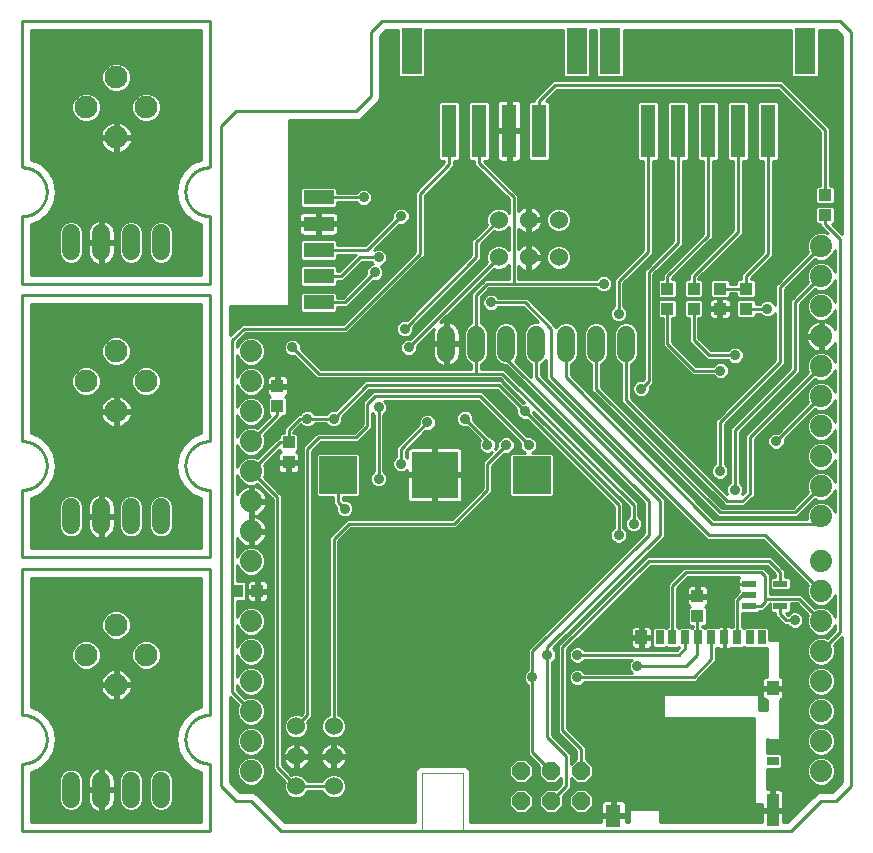
<source format=gbl>
G75*
%MOIN*%
%OFA0B0*%
%FSLAX25Y25*%
%IPPOS*%
%LPD*%
%AMOC8*
5,1,8,0,0,1.08239X$1,22.5*
%
%ADD10C,0.01000*%
%ADD11R,0.04331X0.03937*%
%ADD12R,0.03937X0.04331*%
%ADD13R,0.15354X0.15354*%
%ADD14R,0.12598X0.12598*%
%ADD15OC8,0.06000*%
%ADD16R,0.04724X0.02165*%
%ADD17C,0.06000*%
%ADD18R,0.02756X0.04724*%
%ADD19R,0.03937X0.04724*%
%ADD20R,0.03937X0.03150*%
%ADD21R,0.03937X0.11024*%
%ADD22R,0.05118X0.07480*%
%ADD23C,0.07400*%
%ADD24C,0.00000*%
%ADD25R,0.07087X0.15354*%
%ADD26R,0.05118X0.17717*%
%ADD27R,0.10000X0.05000*%
%ADD28C,0.06000*%
%ADD29C,0.07600*%
%ADD30C,0.03562*%
D10*
X0001500Y0005344D02*
X0001500Y0027844D01*
X0004500Y0025222D02*
X0007148Y0026186D01*
X0010154Y0028708D01*
X0012115Y0032106D01*
X0012797Y0035969D01*
X0012797Y0035969D01*
X0012115Y0039833D01*
X0010154Y0043231D01*
X0007148Y0045753D01*
X0004500Y0046717D01*
X0004500Y0089844D01*
X0061000Y0089844D01*
X0061000Y0046717D01*
X0058352Y0045753D01*
X0055346Y0043231D01*
X0053385Y0039833D01*
X0052703Y0035969D01*
X0053385Y0032106D01*
X0053385Y0032106D01*
X0055346Y0028708D01*
X0058352Y0026186D01*
X0061000Y0025222D01*
X0061000Y0008344D01*
X0004500Y0008344D01*
X0004500Y0025222D01*
X0004500Y0024627D02*
X0014484Y0024627D01*
X0014274Y0024417D02*
X0013650Y0022910D01*
X0013650Y0015279D01*
X0014274Y0013772D01*
X0015428Y0012619D01*
X0016934Y0011994D01*
X0018566Y0011994D01*
X0020072Y0012619D01*
X0021226Y0013772D01*
X0021850Y0015279D01*
X0021850Y0022910D01*
X0021226Y0024417D01*
X0020072Y0025570D01*
X0018566Y0026194D01*
X0016934Y0026194D01*
X0015428Y0025570D01*
X0014274Y0024417D01*
X0013948Y0023629D02*
X0004500Y0023629D01*
X0004500Y0022630D02*
X0013650Y0022630D01*
X0013650Y0021632D02*
X0004500Y0021632D01*
X0004500Y0020633D02*
X0013650Y0020633D01*
X0013650Y0019635D02*
X0004500Y0019635D01*
X0004500Y0018636D02*
X0013650Y0018636D01*
X0013650Y0017638D02*
X0004500Y0017638D01*
X0004500Y0016639D02*
X0013650Y0016639D01*
X0013650Y0015641D02*
X0004500Y0015641D01*
X0004500Y0014642D02*
X0013914Y0014642D01*
X0014403Y0013644D02*
X0004500Y0013644D01*
X0004500Y0012645D02*
X0015401Y0012645D01*
X0020099Y0012645D02*
X0024842Y0012645D01*
X0024818Y0012662D02*
X0025391Y0012246D01*
X0026023Y0011924D01*
X0026696Y0011705D01*
X0027250Y0011618D01*
X0027250Y0018594D01*
X0028250Y0018594D01*
X0028250Y0011618D01*
X0028804Y0011705D01*
X0029477Y0011924D01*
X0030109Y0012246D01*
X0030682Y0012662D01*
X0031182Y0013163D01*
X0031599Y0013736D01*
X0031920Y0014367D01*
X0032139Y0015041D01*
X0032250Y0015740D01*
X0032250Y0018594D01*
X0028250Y0018594D01*
X0028250Y0019594D01*
X0032250Y0019594D01*
X0032250Y0022449D01*
X0032139Y0023148D01*
X0031920Y0023822D01*
X0031599Y0024453D01*
X0031182Y0025026D01*
X0030682Y0025527D01*
X0030109Y0025943D01*
X0029477Y0026265D01*
X0028804Y0026484D01*
X0028250Y0026571D01*
X0028250Y0019595D01*
X0027250Y0019595D01*
X0027250Y0026571D01*
X0026696Y0026484D01*
X0026023Y0026265D01*
X0025391Y0025943D01*
X0024818Y0025527D01*
X0024318Y0025026D01*
X0023901Y0024453D01*
X0023580Y0023822D01*
X0023361Y0023148D01*
X0023250Y0022449D01*
X0023250Y0019594D01*
X0027250Y0019594D01*
X0027250Y0018594D01*
X0023250Y0018594D01*
X0023250Y0015740D01*
X0023361Y0015041D01*
X0023580Y0014367D01*
X0023901Y0013736D01*
X0024318Y0013163D01*
X0024818Y0012662D01*
X0023968Y0013644D02*
X0021097Y0013644D01*
X0021586Y0014642D02*
X0023490Y0014642D01*
X0023266Y0015641D02*
X0021850Y0015641D01*
X0021850Y0016639D02*
X0023250Y0016639D01*
X0023250Y0017638D02*
X0021850Y0017638D01*
X0021850Y0018636D02*
X0027250Y0018636D01*
X0027250Y0017638D02*
X0028250Y0017638D01*
X0028250Y0018636D02*
X0033650Y0018636D01*
X0033650Y0017638D02*
X0032250Y0017638D01*
X0032250Y0016639D02*
X0033650Y0016639D01*
X0033650Y0015641D02*
X0032234Y0015641D01*
X0032010Y0014642D02*
X0033914Y0014642D01*
X0033650Y0015279D02*
X0034274Y0013772D01*
X0035428Y0012619D01*
X0036934Y0011994D01*
X0038566Y0011994D01*
X0040072Y0012619D01*
X0041226Y0013772D01*
X0041850Y0015279D01*
X0041850Y0022910D01*
X0041226Y0024417D01*
X0040072Y0025570D01*
X0038566Y0026194D01*
X0036934Y0026194D01*
X0035428Y0025570D01*
X0034274Y0024417D01*
X0033650Y0022910D01*
X0033650Y0015279D01*
X0034403Y0013644D02*
X0031532Y0013644D01*
X0030658Y0012645D02*
X0035401Y0012645D01*
X0040099Y0012645D02*
X0045401Y0012645D01*
X0045428Y0012619D02*
X0046934Y0011994D01*
X0048566Y0011994D01*
X0050072Y0012619D01*
X0051226Y0013772D01*
X0051850Y0015279D01*
X0051850Y0022910D01*
X0051226Y0024417D01*
X0050072Y0025570D01*
X0048566Y0026194D01*
X0046934Y0026194D01*
X0045428Y0025570D01*
X0044274Y0024417D01*
X0043650Y0022910D01*
X0043650Y0015279D01*
X0044274Y0013772D01*
X0045428Y0012619D01*
X0044403Y0013644D02*
X0041097Y0013644D01*
X0041586Y0014642D02*
X0043914Y0014642D01*
X0043650Y0015641D02*
X0041850Y0015641D01*
X0041850Y0016639D02*
X0043650Y0016639D01*
X0043650Y0017638D02*
X0041850Y0017638D01*
X0041850Y0018636D02*
X0043650Y0018636D01*
X0043650Y0019635D02*
X0041850Y0019635D01*
X0041850Y0020633D02*
X0043650Y0020633D01*
X0043650Y0021632D02*
X0041850Y0021632D01*
X0041850Y0022630D02*
X0043650Y0022630D01*
X0043948Y0023629D02*
X0041552Y0023629D01*
X0041016Y0024627D02*
X0044484Y0024627D01*
X0045561Y0025626D02*
X0039939Y0025626D01*
X0035561Y0025626D02*
X0030545Y0025626D01*
X0031472Y0024627D02*
X0034484Y0024627D01*
X0033948Y0023629D02*
X0031983Y0023629D01*
X0032221Y0022630D02*
X0033650Y0022630D01*
X0033650Y0021632D02*
X0032250Y0021632D01*
X0032250Y0020633D02*
X0033650Y0020633D01*
X0033650Y0019635D02*
X0032250Y0019635D01*
X0028250Y0019635D02*
X0027250Y0019635D01*
X0027250Y0020633D02*
X0028250Y0020633D01*
X0028250Y0021632D02*
X0027250Y0021632D01*
X0027250Y0022630D02*
X0028250Y0022630D01*
X0028250Y0023629D02*
X0027250Y0023629D01*
X0027250Y0024627D02*
X0028250Y0024627D01*
X0028250Y0025626D02*
X0027250Y0025626D01*
X0024955Y0025626D02*
X0019939Y0025626D01*
X0021016Y0024627D02*
X0024028Y0024627D01*
X0023517Y0023629D02*
X0021552Y0023629D01*
X0021850Y0022630D02*
X0023279Y0022630D01*
X0023250Y0021632D02*
X0021850Y0021632D01*
X0021850Y0020633D02*
X0023250Y0020633D01*
X0023250Y0019635D02*
X0021850Y0019635D01*
X0027250Y0016639D02*
X0028250Y0016639D01*
X0028250Y0015641D02*
X0027250Y0015641D01*
X0027250Y0014642D02*
X0028250Y0014642D01*
X0028250Y0013644D02*
X0027250Y0013644D01*
X0027250Y0012645D02*
X0028250Y0012645D01*
X0028250Y0011647D02*
X0027250Y0011647D01*
X0027067Y0011647D02*
X0004500Y0011647D01*
X0004500Y0010648D02*
X0061000Y0010648D01*
X0061000Y0009650D02*
X0004500Y0009650D01*
X0004500Y0008651D02*
X0061000Y0008651D01*
X0061000Y0011647D02*
X0028433Y0011647D01*
X0015561Y0025626D02*
X0005608Y0025626D01*
X0007148Y0026186D02*
X0007148Y0026186D01*
X0007670Y0026624D02*
X0057830Y0026624D01*
X0058352Y0026186D02*
X0058352Y0026186D01*
X0059892Y0025626D02*
X0049939Y0025626D01*
X0051016Y0024627D02*
X0061000Y0024627D01*
X0061000Y0023629D02*
X0051552Y0023629D01*
X0051850Y0022630D02*
X0061000Y0022630D01*
X0061000Y0021632D02*
X0051850Y0021632D01*
X0051850Y0020633D02*
X0061000Y0020633D01*
X0061000Y0019635D02*
X0051850Y0019635D01*
X0051850Y0018636D02*
X0061000Y0018636D01*
X0061000Y0017638D02*
X0051850Y0017638D01*
X0051850Y0016639D02*
X0061000Y0016639D01*
X0061000Y0015641D02*
X0051850Y0015641D01*
X0051586Y0014642D02*
X0061000Y0014642D01*
X0061000Y0013644D02*
X0051097Y0013644D01*
X0050099Y0012645D02*
X0061000Y0012645D01*
X0064000Y0005344D02*
X0064000Y0027844D01*
X0056640Y0027623D02*
X0008860Y0027623D01*
X0010050Y0028621D02*
X0055450Y0028621D01*
X0055346Y0028708D02*
X0055346Y0028708D01*
X0054820Y0029620D02*
X0010680Y0029620D01*
X0010154Y0028708D02*
X0010154Y0028708D01*
X0010154Y0028708D01*
X0011257Y0030618D02*
X0054243Y0030618D01*
X0053667Y0031617D02*
X0011833Y0031617D01*
X0012115Y0032106D02*
X0012115Y0032106D01*
X0012205Y0032615D02*
X0053295Y0032615D01*
X0053119Y0033614D02*
X0012381Y0033614D01*
X0012557Y0034612D02*
X0052943Y0034612D01*
X0052767Y0035611D02*
X0012733Y0035611D01*
X0012684Y0036609D02*
X0052816Y0036609D01*
X0052703Y0035969D02*
X0052703Y0035969D01*
X0052992Y0037608D02*
X0012508Y0037608D01*
X0012332Y0038606D02*
X0053168Y0038606D01*
X0053344Y0039605D02*
X0012156Y0039605D01*
X0012115Y0039833D02*
X0012115Y0039833D01*
X0011671Y0040603D02*
X0053829Y0040603D01*
X0053385Y0039833D02*
X0053385Y0039833D01*
X0054406Y0041602D02*
X0011094Y0041602D01*
X0010518Y0042600D02*
X0054982Y0042600D01*
X0055346Y0043231D02*
X0055346Y0043231D01*
X0055346Y0043231D01*
X0055785Y0043599D02*
X0009715Y0043599D01*
X0010154Y0043231D02*
X0010154Y0043231D01*
X0008525Y0044597D02*
X0056975Y0044597D01*
X0058165Y0045596D02*
X0007335Y0045596D01*
X0007148Y0045753D02*
X0007148Y0045753D01*
X0004835Y0046594D02*
X0060665Y0046594D01*
X0061000Y0047593D02*
X0004500Y0047593D01*
X0004500Y0048592D02*
X0061000Y0048592D01*
X0061000Y0049590D02*
X0035567Y0049590D01*
X0035528Y0049562D02*
X0036203Y0050052D01*
X0036793Y0050642D01*
X0037283Y0051317D01*
X0037662Y0052060D01*
X0037919Y0052853D01*
X0038037Y0053594D01*
X0033250Y0053594D01*
X0033250Y0048808D01*
X0033991Y0048925D01*
X0034784Y0049183D01*
X0035528Y0049562D01*
X0036739Y0050589D02*
X0061000Y0050589D01*
X0061000Y0051587D02*
X0037421Y0051587D01*
X0037832Y0052586D02*
X0061000Y0052586D01*
X0061000Y0053584D02*
X0038035Y0053584D01*
X0038037Y0054594D02*
X0037919Y0055336D01*
X0037662Y0056129D01*
X0037283Y0056872D01*
X0036793Y0057547D01*
X0036203Y0058137D01*
X0035528Y0058627D01*
X0034784Y0059006D01*
X0033991Y0059264D01*
X0033250Y0059381D01*
X0033250Y0054595D01*
X0032250Y0054595D01*
X0032250Y0059381D01*
X0031509Y0059264D01*
X0030716Y0059006D01*
X0029972Y0058627D01*
X0029297Y0058137D01*
X0028707Y0057547D01*
X0028217Y0056872D01*
X0027838Y0056129D01*
X0027580Y0055336D01*
X0027463Y0054594D01*
X0032250Y0054594D01*
X0032250Y0053594D01*
X0033250Y0053594D01*
X0033250Y0054594D01*
X0038037Y0054594D01*
X0037840Y0055581D02*
X0061000Y0055581D01*
X0061000Y0054583D02*
X0033250Y0054583D01*
X0033250Y0055581D02*
X0032250Y0055581D01*
X0032250Y0054583D02*
X0004500Y0054583D01*
X0004500Y0055581D02*
X0027660Y0055581D01*
X0028068Y0056580D02*
X0004500Y0056580D01*
X0004500Y0057578D02*
X0028738Y0057578D01*
X0029902Y0058577D02*
X0004500Y0058577D01*
X0004500Y0059575D02*
X0020856Y0059575D01*
X0019974Y0059940D02*
X0021775Y0059194D01*
X0023725Y0059194D01*
X0025526Y0059940D01*
X0026904Y0061319D01*
X0027650Y0063120D01*
X0027650Y0065069D01*
X0026904Y0066870D01*
X0025526Y0068248D01*
X0023725Y0068994D01*
X0021775Y0068994D01*
X0019974Y0068248D01*
X0018596Y0066870D01*
X0017850Y0065069D01*
X0017850Y0063120D01*
X0018596Y0061319D01*
X0019974Y0059940D01*
X0019341Y0060574D02*
X0004500Y0060574D01*
X0004500Y0061572D02*
X0018491Y0061572D01*
X0018077Y0062571D02*
X0004500Y0062571D01*
X0004500Y0063569D02*
X0017850Y0063569D01*
X0017850Y0064568D02*
X0004500Y0064568D01*
X0004500Y0065566D02*
X0018056Y0065566D01*
X0018469Y0066565D02*
X0004500Y0066565D01*
X0004500Y0067563D02*
X0019289Y0067563D01*
X0020731Y0068562D02*
X0004500Y0068562D01*
X0004500Y0069560D02*
X0030892Y0069560D01*
X0031775Y0069194D02*
X0033725Y0069194D01*
X0035526Y0069940D01*
X0036904Y0071319D01*
X0037650Y0073120D01*
X0037650Y0075069D01*
X0036904Y0076870D01*
X0035526Y0078248D01*
X0033725Y0078994D01*
X0031775Y0078994D01*
X0029974Y0078248D01*
X0028596Y0076870D01*
X0027850Y0075069D01*
X0027850Y0073120D01*
X0028596Y0071319D01*
X0029974Y0069940D01*
X0031775Y0069194D01*
X0029356Y0070559D02*
X0004500Y0070559D01*
X0004500Y0071557D02*
X0028497Y0071557D01*
X0028084Y0072556D02*
X0004500Y0072556D01*
X0004500Y0073554D02*
X0027850Y0073554D01*
X0027850Y0074553D02*
X0004500Y0074553D01*
X0004500Y0075551D02*
X0028050Y0075551D01*
X0028463Y0076550D02*
X0004500Y0076550D01*
X0004500Y0077548D02*
X0029274Y0077548D01*
X0030695Y0078547D02*
X0004500Y0078547D01*
X0004500Y0079545D02*
X0061000Y0079545D01*
X0061000Y0078547D02*
X0034805Y0078547D01*
X0036226Y0077548D02*
X0061000Y0077548D01*
X0061000Y0076550D02*
X0037037Y0076550D01*
X0037450Y0075551D02*
X0061000Y0075551D01*
X0061000Y0074553D02*
X0037650Y0074553D01*
X0037650Y0073554D02*
X0061000Y0073554D01*
X0061000Y0072556D02*
X0037416Y0072556D01*
X0037003Y0071557D02*
X0061000Y0071557D01*
X0061000Y0070559D02*
X0036144Y0070559D01*
X0034608Y0069560D02*
X0061000Y0069560D01*
X0061000Y0068562D02*
X0044769Y0068562D01*
X0045526Y0068248D02*
X0043725Y0068994D01*
X0041775Y0068994D01*
X0039974Y0068248D01*
X0038596Y0066870D01*
X0037850Y0065069D01*
X0037850Y0063120D01*
X0038596Y0061319D01*
X0039974Y0059940D01*
X0041775Y0059194D01*
X0043725Y0059194D01*
X0045526Y0059940D01*
X0046904Y0061319D01*
X0047650Y0063120D01*
X0047650Y0065069D01*
X0046904Y0066870D01*
X0045526Y0068248D01*
X0046211Y0067563D02*
X0061000Y0067563D01*
X0061000Y0066565D02*
X0047031Y0066565D01*
X0047444Y0065566D02*
X0061000Y0065566D01*
X0061000Y0064568D02*
X0047650Y0064568D01*
X0047650Y0063569D02*
X0061000Y0063569D01*
X0061000Y0062571D02*
X0047423Y0062571D01*
X0047009Y0061572D02*
X0061000Y0061572D01*
X0061000Y0060574D02*
X0046159Y0060574D01*
X0044644Y0059575D02*
X0061000Y0059575D01*
X0061000Y0058577D02*
X0035598Y0058577D01*
X0036762Y0057578D02*
X0061000Y0057578D01*
X0061000Y0056580D02*
X0037432Y0056580D01*
X0039341Y0060574D02*
X0026159Y0060574D01*
X0027009Y0061572D02*
X0038491Y0061572D01*
X0038077Y0062571D02*
X0027423Y0062571D01*
X0027650Y0063569D02*
X0037850Y0063569D01*
X0037850Y0064568D02*
X0027650Y0064568D01*
X0027444Y0065566D02*
X0038056Y0065566D01*
X0038469Y0066565D02*
X0027031Y0066565D01*
X0026211Y0067563D02*
X0039289Y0067563D01*
X0040731Y0068562D02*
X0024769Y0068562D01*
X0024644Y0059575D02*
X0040856Y0059575D01*
X0033250Y0058577D02*
X0032250Y0058577D01*
X0032250Y0057578D02*
X0033250Y0057578D01*
X0033250Y0056580D02*
X0032250Y0056580D01*
X0032250Y0053594D02*
X0027463Y0053594D01*
X0027580Y0052853D01*
X0027838Y0052060D01*
X0028217Y0051317D01*
X0028707Y0050642D01*
X0029297Y0050052D01*
X0029972Y0049562D01*
X0030716Y0049183D01*
X0031509Y0048925D01*
X0032250Y0048808D01*
X0032250Y0053594D01*
X0032250Y0053584D02*
X0033250Y0053584D01*
X0033250Y0052586D02*
X0032250Y0052586D01*
X0032250Y0051587D02*
X0033250Y0051587D01*
X0033250Y0050589D02*
X0032250Y0050589D01*
X0032250Y0049590D02*
X0033250Y0049590D01*
X0029933Y0049590D02*
X0004500Y0049590D01*
X0004500Y0050589D02*
X0028761Y0050589D01*
X0028079Y0051587D02*
X0004500Y0051587D01*
X0004500Y0052586D02*
X0027668Y0052586D01*
X0027465Y0053584D02*
X0004500Y0053584D01*
X0001500Y0044094D02*
X0001500Y0092844D01*
X0064000Y0092844D01*
X0064000Y0044094D01*
X0058352Y0045753D02*
X0058352Y0045753D01*
X0064000Y0044094D02*
X0063802Y0044092D01*
X0063604Y0044084D01*
X0063407Y0044072D01*
X0063210Y0044055D01*
X0063013Y0044034D01*
X0062817Y0044007D01*
X0062622Y0043976D01*
X0062427Y0043940D01*
X0062233Y0043900D01*
X0062041Y0043854D01*
X0061849Y0043804D01*
X0061659Y0043750D01*
X0061470Y0043690D01*
X0061283Y0043626D01*
X0061097Y0043558D01*
X0060914Y0043485D01*
X0060731Y0043408D01*
X0060551Y0043326D01*
X0060373Y0043240D01*
X0060197Y0043149D01*
X0060023Y0043054D01*
X0059852Y0042955D01*
X0059683Y0042852D01*
X0059517Y0042745D01*
X0059353Y0042634D01*
X0059192Y0042519D01*
X0059034Y0042400D01*
X0058879Y0042277D01*
X0058727Y0042151D01*
X0058578Y0042020D01*
X0058432Y0041886D01*
X0058290Y0041749D01*
X0058151Y0041608D01*
X0058015Y0041464D01*
X0057883Y0041317D01*
X0057755Y0041166D01*
X0057630Y0041013D01*
X0057509Y0040856D01*
X0057392Y0040697D01*
X0057279Y0040534D01*
X0057170Y0040369D01*
X0057065Y0040202D01*
X0056964Y0040031D01*
X0056867Y0039859D01*
X0056774Y0039684D01*
X0056686Y0039507D01*
X0056602Y0039328D01*
X0056522Y0039147D01*
X0056447Y0038964D01*
X0056376Y0038779D01*
X0056310Y0038592D01*
X0056249Y0038404D01*
X0056192Y0038215D01*
X0056139Y0038024D01*
X0056091Y0037832D01*
X0056048Y0037639D01*
X0056010Y0037445D01*
X0055977Y0037250D01*
X0055948Y0037054D01*
X0055924Y0036858D01*
X0055904Y0036661D01*
X0055890Y0036463D01*
X0055880Y0036266D01*
X0055876Y0036068D01*
X0055876Y0035870D01*
X0055880Y0035672D01*
X0055890Y0035475D01*
X0055904Y0035277D01*
X0055924Y0035080D01*
X0055948Y0034884D01*
X0055977Y0034688D01*
X0056010Y0034493D01*
X0056048Y0034299D01*
X0056091Y0034106D01*
X0056139Y0033914D01*
X0056192Y0033723D01*
X0056249Y0033534D01*
X0056310Y0033346D01*
X0056376Y0033159D01*
X0056447Y0032974D01*
X0056522Y0032791D01*
X0056602Y0032610D01*
X0056686Y0032431D01*
X0056774Y0032254D01*
X0056867Y0032079D01*
X0056964Y0031906D01*
X0057065Y0031736D01*
X0057170Y0031569D01*
X0057279Y0031404D01*
X0057392Y0031241D01*
X0057509Y0031082D01*
X0057630Y0030925D01*
X0057755Y0030772D01*
X0057883Y0030621D01*
X0058015Y0030474D01*
X0058151Y0030330D01*
X0058290Y0030189D01*
X0058432Y0030052D01*
X0058578Y0029918D01*
X0058727Y0029787D01*
X0058879Y0029661D01*
X0059034Y0029538D01*
X0059192Y0029419D01*
X0059353Y0029304D01*
X0059517Y0029193D01*
X0059683Y0029086D01*
X0059852Y0028983D01*
X0060023Y0028884D01*
X0060197Y0028789D01*
X0060373Y0028698D01*
X0060551Y0028612D01*
X0060731Y0028530D01*
X0060914Y0028453D01*
X0061097Y0028380D01*
X0061283Y0028312D01*
X0061470Y0028248D01*
X0061659Y0028188D01*
X0061849Y0028134D01*
X0062041Y0028084D01*
X0062233Y0028038D01*
X0062427Y0027998D01*
X0062622Y0027962D01*
X0062817Y0027931D01*
X0063013Y0027904D01*
X0063210Y0027883D01*
X0063407Y0027866D01*
X0063604Y0027854D01*
X0063802Y0027846D01*
X0064000Y0027844D01*
X0070750Y0027623D02*
X0073498Y0027623D01*
X0073681Y0028063D02*
X0072950Y0026299D01*
X0072950Y0024390D01*
X0073681Y0022626D01*
X0075031Y0021275D01*
X0076795Y0020544D01*
X0078705Y0020544D01*
X0080469Y0021275D01*
X0081819Y0022626D01*
X0082550Y0024390D01*
X0082550Y0026299D01*
X0081819Y0028063D01*
X0080469Y0029414D01*
X0078705Y0030144D01*
X0076795Y0030144D01*
X0075031Y0029414D01*
X0073681Y0028063D01*
X0074239Y0028621D02*
X0070750Y0028621D01*
X0070750Y0029620D02*
X0075529Y0029620D01*
X0076617Y0030618D02*
X0070750Y0030618D01*
X0070750Y0031617D02*
X0074689Y0031617D01*
X0075031Y0031275D02*
X0076795Y0030544D01*
X0078705Y0030544D01*
X0080469Y0031275D01*
X0081819Y0032626D01*
X0082550Y0034390D01*
X0082550Y0036299D01*
X0081819Y0038063D01*
X0080469Y0039414D01*
X0078705Y0040144D01*
X0076795Y0040144D01*
X0075031Y0039414D01*
X0073681Y0038063D01*
X0072950Y0036299D01*
X0072950Y0034390D01*
X0073681Y0032626D01*
X0075031Y0031275D01*
X0073691Y0032615D02*
X0070750Y0032615D01*
X0070750Y0033614D02*
X0073271Y0033614D01*
X0072950Y0034612D02*
X0070750Y0034612D01*
X0070750Y0035611D02*
X0072950Y0035611D01*
X0073078Y0036609D02*
X0070750Y0036609D01*
X0070750Y0037608D02*
X0073492Y0037608D01*
X0074224Y0038606D02*
X0070750Y0038606D01*
X0070750Y0039605D02*
X0075493Y0039605D01*
X0076653Y0040603D02*
X0070750Y0040603D01*
X0070750Y0041602D02*
X0074704Y0041602D01*
X0075031Y0041275D02*
X0073681Y0042626D01*
X0072950Y0044390D01*
X0072950Y0046299D01*
X0073414Y0047418D01*
X0070837Y0049994D01*
X0070750Y0050082D01*
X0070750Y0021587D01*
X0073993Y0018344D01*
X0078347Y0018344D01*
X0079449Y0017888D01*
X0080293Y0017044D01*
X0088993Y0008344D01*
X0132258Y0008344D01*
X0132258Y0025222D01*
X0132638Y0026141D01*
X0133342Y0026844D01*
X0134261Y0027224D01*
X0148739Y0027224D01*
X0149658Y0026844D01*
X0150362Y0026141D01*
X0150742Y0025222D01*
X0150742Y0008344D01*
X0194488Y0008344D01*
X0194488Y0010002D01*
X0198047Y0010002D01*
X0198047Y0011002D01*
X0194488Y0011002D01*
X0194488Y0014440D01*
X0194590Y0014821D01*
X0194788Y0015163D01*
X0195067Y0015442D01*
X0195409Y0015640D01*
X0195791Y0015742D01*
X0198047Y0015742D01*
X0198047Y0011002D01*
X0199047Y0011002D01*
X0199047Y0015742D01*
X0201304Y0015742D01*
X0201685Y0015640D01*
X0202027Y0015442D01*
X0202307Y0015163D01*
X0202504Y0014821D01*
X0202606Y0014440D01*
X0202606Y0011002D01*
X0199047Y0011002D01*
X0199047Y0010002D01*
X0202606Y0010002D01*
X0202606Y0008344D01*
X0203703Y0008344D01*
X0203703Y0012387D01*
X0204142Y0012827D01*
X0213622Y0012827D01*
X0214061Y0012387D01*
X0214061Y0008344D01*
X0248228Y0008344D01*
X0248228Y0011789D01*
X0251213Y0011789D01*
X0251213Y0012758D01*
X0251213Y0019285D01*
X0249691Y0019285D01*
X0249691Y0025937D01*
X0254121Y0025937D01*
X0254765Y0026582D01*
X0254765Y0030643D01*
X0254121Y0031287D01*
X0249691Y0031287D01*
X0249691Y0036054D01*
X0250008Y0035736D01*
X0253582Y0035736D01*
X0254022Y0036176D01*
X0254022Y0049202D01*
X0254244Y0049262D01*
X0254586Y0049459D01*
X0254866Y0049738D01*
X0255063Y0050080D01*
X0255165Y0050462D01*
X0255165Y0052537D01*
X0252181Y0052537D01*
X0252181Y0053506D01*
X0255165Y0053506D01*
X0255165Y0055581D01*
X0262950Y0055581D01*
X0262950Y0056299D02*
X0262950Y0054390D01*
X0263681Y0052626D01*
X0265031Y0051275D01*
X0266795Y0050544D01*
X0268705Y0050544D01*
X0270469Y0051275D01*
X0271819Y0052626D01*
X0272550Y0054390D01*
X0272550Y0056299D01*
X0271819Y0058063D01*
X0270469Y0059414D01*
X0268705Y0060144D01*
X0266795Y0060144D01*
X0265031Y0059414D01*
X0263681Y0058063D01*
X0262950Y0056299D01*
X0263066Y0056580D02*
X0254591Y0056580D01*
X0254586Y0056584D02*
X0254244Y0056782D01*
X0254022Y0056841D01*
X0254022Y0068490D01*
X0253582Y0068929D01*
X0250435Y0068929D01*
X0250435Y0072769D01*
X0249790Y0073413D01*
X0246123Y0073413D01*
X0246087Y0073376D01*
X0246050Y0073413D01*
X0242383Y0073413D01*
X0242051Y0073081D01*
X0241719Y0073413D01*
X0241486Y0073413D01*
X0241486Y0078172D01*
X0246699Y0078172D01*
X0247272Y0078744D01*
X0248413Y0078744D01*
X0249350Y0079682D01*
X0250600Y0080932D01*
X0250600Y0081244D01*
X0250656Y0081244D01*
X0250656Y0078816D01*
X0251301Y0078172D01*
X0252400Y0078172D01*
X0252400Y0077182D01*
X0253337Y0076244D01*
X0255434Y0074148D01*
X0256544Y0074148D01*
X0256558Y0074116D01*
X0257368Y0073306D01*
X0258427Y0072867D01*
X0259573Y0072867D01*
X0260632Y0073306D01*
X0261442Y0074116D01*
X0261881Y0075175D01*
X0261881Y0076321D01*
X0261442Y0077380D01*
X0260632Y0078191D01*
X0259573Y0078629D01*
X0258427Y0078629D01*
X0257368Y0078191D01*
X0256642Y0077465D01*
X0255936Y0078172D01*
X0256936Y0078172D01*
X0257581Y0078816D01*
X0257581Y0081244D01*
X0259587Y0081244D01*
X0263414Y0077418D01*
X0262950Y0076299D01*
X0262950Y0074390D01*
X0263681Y0072626D01*
X0265031Y0071275D01*
X0266795Y0070544D01*
X0268705Y0070544D01*
X0270469Y0071275D01*
X0271819Y0072626D01*
X0272400Y0074028D01*
X0272400Y0072257D01*
X0269824Y0069681D01*
X0268705Y0070144D01*
X0266795Y0070144D01*
X0265031Y0069414D01*
X0263681Y0068063D01*
X0262950Y0066299D01*
X0262950Y0064390D01*
X0263681Y0062626D01*
X0265031Y0061275D01*
X0266795Y0060544D01*
X0268705Y0060544D01*
X0270469Y0061275D01*
X0271819Y0062626D01*
X0272550Y0064390D01*
X0272550Y0066299D01*
X0272086Y0067418D01*
X0274663Y0069994D01*
X0274750Y0070082D01*
X0274750Y0021587D01*
X0271507Y0018344D01*
X0267153Y0018344D01*
X0266051Y0017888D01*
X0256507Y0008344D01*
X0255165Y0008344D01*
X0255165Y0011789D01*
X0252181Y0011789D01*
X0252181Y0012758D01*
X0251213Y0012758D01*
X0248228Y0012758D01*
X0248228Y0014476D01*
X0245874Y0014476D01*
X0245435Y0014916D01*
X0245435Y0043217D01*
X0215559Y0043217D01*
X0215120Y0043656D01*
X0215120Y0050576D01*
X0215559Y0051016D01*
X0246496Y0051016D01*
X0246935Y0050576D01*
X0246935Y0045898D01*
X0249252Y0045898D01*
X0249569Y0045580D01*
X0249569Y0049159D01*
X0249531Y0049159D01*
X0249149Y0049262D01*
X0248807Y0049459D01*
X0248528Y0049738D01*
X0248331Y0050080D01*
X0248228Y0050462D01*
X0248228Y0052537D01*
X0251213Y0052537D01*
X0251213Y0053506D01*
X0248228Y0053506D01*
X0248228Y0055581D01*
X0226499Y0055581D01*
X0226850Y0055932D02*
X0232824Y0061906D01*
X0232824Y0066489D01*
X0233058Y0066489D01*
X0233107Y0066538D01*
X0233256Y0066388D01*
X0233598Y0066191D01*
X0233980Y0066089D01*
X0235366Y0066089D01*
X0235366Y0069762D01*
X0235744Y0069762D01*
X0235744Y0066089D01*
X0237131Y0066089D01*
X0237512Y0066191D01*
X0237854Y0066388D01*
X0238003Y0066538D01*
X0238052Y0066489D01*
X0241719Y0066489D01*
X0242051Y0066820D01*
X0242383Y0066489D01*
X0246050Y0066489D01*
X0246087Y0066525D01*
X0246123Y0066489D01*
X0249569Y0066489D01*
X0249569Y0056884D01*
X0249531Y0056884D01*
X0249149Y0056782D01*
X0248807Y0056584D01*
X0248528Y0056305D01*
X0248331Y0055963D01*
X0248228Y0055581D01*
X0248228Y0054583D02*
X0188563Y0054583D01*
X0188942Y0054962D02*
X0188956Y0054994D01*
X0225913Y0054994D01*
X0226850Y0055932D01*
X0227498Y0056580D02*
X0248803Y0056580D01*
X0249569Y0057578D02*
X0228496Y0057578D01*
X0229495Y0058577D02*
X0249569Y0058577D01*
X0249569Y0059575D02*
X0230493Y0059575D01*
X0231492Y0060574D02*
X0249569Y0060574D01*
X0249569Y0061572D02*
X0232490Y0061572D01*
X0232824Y0062571D02*
X0249569Y0062571D01*
X0249569Y0063569D02*
X0232824Y0063569D01*
X0232824Y0064568D02*
X0249569Y0064568D01*
X0249569Y0065566D02*
X0232824Y0065566D01*
X0235366Y0066565D02*
X0235744Y0066565D01*
X0235744Y0067563D02*
X0235366Y0067563D01*
X0235366Y0068562D02*
X0235744Y0068562D01*
X0235744Y0069560D02*
X0235366Y0069560D01*
X0235366Y0070140D02*
X0235366Y0073813D01*
X0233980Y0073813D01*
X0233598Y0073711D01*
X0233256Y0073513D01*
X0233107Y0073364D01*
X0233058Y0073413D01*
X0229391Y0073413D01*
X0229059Y0073081D01*
X0228727Y0073413D01*
X0228100Y0073413D01*
X0228100Y0073733D01*
X0228924Y0073733D01*
X0229568Y0074377D01*
X0229568Y0079619D01*
X0229055Y0080132D01*
X0229390Y0080325D01*
X0229669Y0080605D01*
X0229866Y0080947D01*
X0229968Y0081328D01*
X0229968Y0083207D01*
X0226984Y0083207D01*
X0226984Y0084175D01*
X0226016Y0084175D01*
X0226016Y0083207D01*
X0223031Y0083207D01*
X0223031Y0081328D01*
X0223134Y0080947D01*
X0223331Y0080605D01*
X0223610Y0080325D01*
X0223945Y0080132D01*
X0223431Y0079619D01*
X0223431Y0074377D01*
X0224076Y0073733D01*
X0224900Y0073733D01*
X0224900Y0073253D01*
X0224728Y0073081D01*
X0224397Y0073413D01*
X0220729Y0073413D01*
X0220398Y0073081D01*
X0220066Y0073413D01*
X0219832Y0073413D01*
X0219832Y0086414D01*
X0223413Y0089994D01*
X0240475Y0089994D01*
X0240319Y0089838D01*
X0240122Y0089496D01*
X0240019Y0089115D01*
X0240019Y0087876D01*
X0243840Y0087876D01*
X0243840Y0087793D01*
X0240019Y0087793D01*
X0240019Y0086554D01*
X0240122Y0086173D01*
X0240319Y0085831D01*
X0240468Y0085682D01*
X0240419Y0085633D01*
X0240419Y0085277D01*
X0239900Y0084757D01*
X0238286Y0083143D01*
X0238286Y0073413D01*
X0238052Y0073413D01*
X0238003Y0073364D01*
X0237854Y0073513D01*
X0237512Y0073711D01*
X0237131Y0073813D01*
X0235744Y0073813D01*
X0235744Y0070140D01*
X0235366Y0070140D01*
X0235366Y0070559D02*
X0235744Y0070559D01*
X0235744Y0071557D02*
X0235366Y0071557D01*
X0235366Y0072556D02*
X0235744Y0072556D01*
X0235744Y0073554D02*
X0235366Y0073554D01*
X0233327Y0073554D02*
X0228100Y0073554D01*
X0229568Y0074553D02*
X0238286Y0074553D01*
X0238286Y0075551D02*
X0229568Y0075551D01*
X0229568Y0076550D02*
X0238286Y0076550D01*
X0238286Y0077548D02*
X0229568Y0077548D01*
X0229568Y0078547D02*
X0238286Y0078547D01*
X0238286Y0079545D02*
X0229568Y0079545D01*
X0229608Y0080544D02*
X0238286Y0080544D01*
X0238286Y0081542D02*
X0229968Y0081542D01*
X0229968Y0082541D02*
X0238286Y0082541D01*
X0238682Y0083539D02*
X0226984Y0083539D01*
X0226984Y0084175D02*
X0229968Y0084175D01*
X0229968Y0086054D01*
X0229866Y0086435D01*
X0229669Y0086777D01*
X0229390Y0087057D01*
X0229047Y0087254D01*
X0228666Y0087356D01*
X0226984Y0087356D01*
X0226984Y0084175D01*
X0226984Y0084538D02*
X0226016Y0084538D01*
X0226016Y0084175D02*
X0226016Y0087356D01*
X0224334Y0087356D01*
X0223953Y0087254D01*
X0223610Y0087057D01*
X0223331Y0086777D01*
X0223134Y0086435D01*
X0223031Y0086054D01*
X0223031Y0084175D01*
X0226016Y0084175D01*
X0226016Y0083539D02*
X0219832Y0083539D01*
X0219832Y0082541D02*
X0223031Y0082541D01*
X0223031Y0081542D02*
X0219832Y0081542D01*
X0219832Y0080544D02*
X0223392Y0080544D01*
X0223431Y0079545D02*
X0219832Y0079545D01*
X0219832Y0078547D02*
X0223431Y0078547D01*
X0223431Y0077548D02*
X0219832Y0077548D01*
X0219832Y0076550D02*
X0223431Y0076550D01*
X0223431Y0075551D02*
X0219832Y0075551D01*
X0219832Y0074553D02*
X0223431Y0074553D01*
X0224900Y0073554D02*
X0219832Y0073554D01*
X0216632Y0073554D02*
X0210618Y0073554D01*
X0210689Y0073513D02*
X0210347Y0073711D01*
X0209965Y0073813D01*
X0208283Y0073813D01*
X0208283Y0070435D01*
X0207315Y0070435D01*
X0207315Y0069467D01*
X0204331Y0069467D01*
X0204331Y0067391D01*
X0204433Y0067010D01*
X0204630Y0066668D01*
X0204910Y0066388D01*
X0205252Y0066191D01*
X0205633Y0066089D01*
X0207315Y0066089D01*
X0207315Y0069466D01*
X0208283Y0069466D01*
X0208283Y0066089D01*
X0209965Y0066089D01*
X0210347Y0066191D01*
X0210689Y0066388D01*
X0210968Y0066668D01*
X0211165Y0067010D01*
X0211268Y0067391D01*
X0211268Y0069467D01*
X0208284Y0069467D01*
X0208284Y0070435D01*
X0211268Y0070435D01*
X0211268Y0072510D01*
X0211165Y0072892D01*
X0210968Y0073234D01*
X0210689Y0073513D01*
X0211424Y0072769D02*
X0211424Y0067133D01*
X0212068Y0066489D01*
X0215735Y0066489D01*
X0216067Y0066820D01*
X0216399Y0066489D01*
X0220066Y0066489D01*
X0220398Y0066820D01*
X0220555Y0066663D01*
X0219587Y0065694D01*
X0188956Y0065694D01*
X0188942Y0065726D01*
X0188132Y0066537D01*
X0187073Y0066976D01*
X0185927Y0066976D01*
X0184868Y0066537D01*
X0184058Y0065726D01*
X0183619Y0064668D01*
X0183619Y0063521D01*
X0184058Y0062462D01*
X0184868Y0061652D01*
X0185927Y0061213D01*
X0187073Y0061213D01*
X0188132Y0061652D01*
X0188942Y0062462D01*
X0188956Y0062494D01*
X0204576Y0062494D01*
X0204058Y0061976D01*
X0203619Y0060918D01*
X0203619Y0059771D01*
X0204058Y0058712D01*
X0204576Y0058194D01*
X0188956Y0058194D01*
X0188942Y0058226D01*
X0188132Y0059037D01*
X0187073Y0059476D01*
X0185927Y0059476D01*
X0184868Y0059037D01*
X0184058Y0058226D01*
X0183619Y0057168D01*
X0183619Y0056021D01*
X0184058Y0054962D01*
X0184868Y0054152D01*
X0185927Y0053713D01*
X0187073Y0053713D01*
X0188132Y0054152D01*
X0188942Y0054962D01*
X0186500Y0056594D02*
X0225250Y0056594D01*
X0231224Y0062569D01*
X0231224Y0069951D01*
X0226894Y0069951D02*
X0226500Y0070344D01*
X0226500Y0064094D01*
X0222750Y0060344D01*
X0206500Y0060344D01*
X0203890Y0061572D02*
X0187939Y0061572D01*
X0185061Y0061572D02*
X0183100Y0061572D01*
X0183100Y0060574D02*
X0203619Y0060574D01*
X0203700Y0059575D02*
X0183100Y0059575D01*
X0183100Y0058577D02*
X0184408Y0058577D01*
X0183789Y0057578D02*
X0183100Y0057578D01*
X0183100Y0056580D02*
X0183619Y0056580D01*
X0183801Y0055581D02*
X0183100Y0055581D01*
X0183100Y0054583D02*
X0184437Y0054583D01*
X0183100Y0053584D02*
X0248228Y0053584D01*
X0248228Y0051587D02*
X0183100Y0051587D01*
X0183100Y0050589D02*
X0215132Y0050589D01*
X0215120Y0049590D02*
X0183100Y0049590D01*
X0183100Y0048592D02*
X0215120Y0048592D01*
X0215120Y0047593D02*
X0183100Y0047593D01*
X0183100Y0046594D02*
X0215120Y0046594D01*
X0215120Y0045596D02*
X0183100Y0045596D01*
X0183100Y0044597D02*
X0215120Y0044597D01*
X0215177Y0043599D02*
X0183100Y0043599D01*
X0183100Y0042600D02*
X0245435Y0042600D01*
X0245435Y0041602D02*
X0183100Y0041602D01*
X0183100Y0040603D02*
X0245435Y0040603D01*
X0245435Y0039605D02*
X0183252Y0039605D01*
X0183100Y0039757D02*
X0183100Y0065932D01*
X0210913Y0093744D01*
X0249587Y0093744D01*
X0252400Y0090932D01*
X0252400Y0090017D01*
X0251301Y0090017D01*
X0250656Y0089373D01*
X0250656Y0086296D01*
X0251301Y0085652D01*
X0256936Y0085652D01*
X0257581Y0086296D01*
X0257581Y0089373D01*
X0256936Y0090017D01*
X0255600Y0090017D01*
X0255600Y0092257D01*
X0254663Y0093194D01*
X0250913Y0096944D01*
X0209587Y0096944D01*
X0208650Y0096007D01*
X0179900Y0067257D01*
X0179900Y0038432D01*
X0180837Y0037494D01*
X0186150Y0032182D01*
X0186150Y0029444D01*
X0186052Y0029444D01*
X0184350Y0027743D01*
X0184350Y0031007D01*
X0178100Y0037257D01*
X0178100Y0061639D01*
X0178132Y0061652D01*
X0178942Y0062462D01*
X0179381Y0063521D01*
X0179381Y0064668D01*
X0178942Y0065726D01*
X0178419Y0066250D01*
X0215600Y0103432D01*
X0215600Y0116007D01*
X0214663Y0116944D01*
X0174350Y0157257D01*
X0174350Y0161069D01*
X0175072Y0161369D01*
X0176150Y0162446D01*
X0176150Y0155932D01*
X0177087Y0154994D01*
X0229587Y0102494D01*
X0248337Y0102494D01*
X0263414Y0087418D01*
X0262950Y0086299D01*
X0262950Y0084390D01*
X0263681Y0082626D01*
X0265031Y0081275D01*
X0266795Y0080544D01*
X0268705Y0080544D01*
X0270469Y0081275D01*
X0271819Y0082626D01*
X0272400Y0084028D01*
X0272400Y0076661D01*
X0271819Y0078063D01*
X0270469Y0079414D01*
X0268705Y0080144D01*
X0266795Y0080144D01*
X0265676Y0079681D01*
X0260913Y0084444D01*
X0250600Y0084444D01*
X0250600Y0091007D01*
X0249663Y0091944D01*
X0248413Y0093194D01*
X0222087Y0093194D01*
X0221150Y0092257D01*
X0216632Y0087740D01*
X0216632Y0073413D01*
X0216399Y0073413D01*
X0216067Y0073081D01*
X0215735Y0073413D01*
X0212068Y0073413D01*
X0211424Y0072769D01*
X0211424Y0072556D02*
X0211256Y0072556D01*
X0211268Y0071557D02*
X0211424Y0071557D01*
X0211424Y0070559D02*
X0211268Y0070559D01*
X0211424Y0069560D02*
X0208284Y0069560D01*
X0207315Y0069560D02*
X0186728Y0069560D01*
X0185730Y0068562D02*
X0204331Y0068562D01*
X0204331Y0067563D02*
X0184731Y0067563D01*
X0184935Y0066565D02*
X0183733Y0066565D01*
X0183991Y0065566D02*
X0183100Y0065566D01*
X0183100Y0064568D02*
X0183619Y0064568D01*
X0183619Y0063569D02*
X0183100Y0063569D01*
X0183100Y0062571D02*
X0184013Y0062571D01*
X0186500Y0064094D02*
X0220250Y0064094D01*
X0222563Y0066407D01*
X0222563Y0069951D01*
X0220458Y0066565D02*
X0220142Y0066565D01*
X0216323Y0066565D02*
X0215811Y0066565D01*
X0218232Y0069951D02*
X0218232Y0087077D01*
X0222750Y0091594D01*
X0247750Y0091594D01*
X0249000Y0090344D01*
X0249000Y0082844D01*
X0260250Y0082844D01*
X0267750Y0075344D01*
X0263296Y0073554D02*
X0260881Y0073554D01*
X0261623Y0074553D02*
X0262950Y0074553D01*
X0262950Y0075551D02*
X0261881Y0075551D01*
X0261786Y0076550D02*
X0263054Y0076550D01*
X0263283Y0077548D02*
X0261274Y0077548D01*
X0262285Y0078547D02*
X0259772Y0078547D01*
X0258228Y0078547D02*
X0257312Y0078547D01*
X0257581Y0079545D02*
X0261286Y0079545D01*
X0260288Y0080544D02*
X0257581Y0080544D01*
X0256726Y0077548D02*
X0256559Y0077548D01*
X0256096Y0075748D02*
X0254000Y0077844D01*
X0254000Y0080236D01*
X0254119Y0080354D01*
X0252400Y0077548D02*
X0241486Y0077548D01*
X0241486Y0076550D02*
X0253032Y0076550D01*
X0254030Y0075551D02*
X0241486Y0075551D01*
X0241486Y0074553D02*
X0255029Y0074553D01*
X0256096Y0075748D02*
X0259000Y0075748D01*
X0257119Y0073554D02*
X0241486Y0073554D01*
X0238286Y0073554D02*
X0237783Y0073554D01*
X0239886Y0069951D02*
X0239886Y0082480D01*
X0241500Y0084094D01*
X0243881Y0084094D01*
X0243881Y0080354D02*
X0243891Y0080344D01*
X0247750Y0080344D01*
X0249000Y0081594D01*
X0249000Y0082844D01*
X0250600Y0084538D02*
X0262950Y0084538D01*
X0262950Y0085536D02*
X0250600Y0085536D01*
X0250600Y0086535D02*
X0250656Y0086535D01*
X0250656Y0087533D02*
X0250600Y0087533D01*
X0250600Y0088532D02*
X0250656Y0088532D01*
X0250600Y0089530D02*
X0250814Y0089530D01*
X0250600Y0090529D02*
X0252400Y0090529D01*
X0251804Y0091527D02*
X0250080Y0091527D01*
X0250806Y0092526D02*
X0249081Y0092526D01*
X0249807Y0093525D02*
X0210693Y0093525D01*
X0209694Y0092526D02*
X0221419Y0092526D01*
X0220420Y0091527D02*
X0208696Y0091527D01*
X0207697Y0090529D02*
X0219422Y0090529D01*
X0218423Y0089530D02*
X0206699Y0089530D01*
X0205700Y0088532D02*
X0217425Y0088532D01*
X0216632Y0087533D02*
X0204702Y0087533D01*
X0203703Y0086535D02*
X0216632Y0086535D01*
X0216632Y0085536D02*
X0202705Y0085536D01*
X0201706Y0084538D02*
X0216632Y0084538D01*
X0216632Y0083539D02*
X0200708Y0083539D01*
X0199709Y0082541D02*
X0216632Y0082541D01*
X0216632Y0081542D02*
X0198711Y0081542D01*
X0197712Y0080544D02*
X0216632Y0080544D01*
X0216632Y0079545D02*
X0196714Y0079545D01*
X0195715Y0078547D02*
X0216632Y0078547D01*
X0216632Y0077548D02*
X0194717Y0077548D01*
X0193718Y0076550D02*
X0216632Y0076550D01*
X0216632Y0075551D02*
X0192720Y0075551D01*
X0191721Y0074553D02*
X0216632Y0074553D01*
X0211424Y0068562D02*
X0211268Y0068562D01*
X0211268Y0067563D02*
X0211424Y0067563D01*
X0210865Y0066565D02*
X0211992Y0066565D01*
X0208283Y0066565D02*
X0207315Y0066565D01*
X0207315Y0067563D02*
X0208283Y0067563D01*
X0208283Y0068562D02*
X0207315Y0068562D01*
X0207315Y0070435D02*
X0204331Y0070435D01*
X0204331Y0072510D01*
X0204433Y0072892D01*
X0204630Y0073234D01*
X0204910Y0073513D01*
X0205252Y0073711D01*
X0205633Y0073813D01*
X0207315Y0073813D01*
X0207315Y0070435D01*
X0207315Y0070559D02*
X0208283Y0070559D01*
X0208283Y0071557D02*
X0207315Y0071557D01*
X0207315Y0072556D02*
X0208283Y0072556D01*
X0208283Y0073554D02*
X0207315Y0073554D01*
X0204981Y0073554D02*
X0190723Y0073554D01*
X0189724Y0072556D02*
X0204343Y0072556D01*
X0204331Y0071557D02*
X0188726Y0071557D01*
X0187727Y0070559D02*
X0204331Y0070559D01*
X0204733Y0066565D02*
X0188065Y0066565D01*
X0183202Y0070559D02*
X0182727Y0070559D01*
X0182203Y0069560D02*
X0181728Y0069560D01*
X0181205Y0068562D02*
X0180730Y0068562D01*
X0180206Y0067563D02*
X0179731Y0067563D01*
X0179900Y0066565D02*
X0178733Y0066565D01*
X0179009Y0065566D02*
X0179900Y0065566D01*
X0179900Y0064568D02*
X0179381Y0064568D01*
X0179381Y0063569D02*
X0179900Y0063569D01*
X0179900Y0062571D02*
X0178987Y0062571D01*
X0178100Y0061572D02*
X0179900Y0061572D01*
X0179900Y0060574D02*
X0178100Y0060574D01*
X0178100Y0059575D02*
X0179900Y0059575D01*
X0179900Y0058577D02*
X0178100Y0058577D01*
X0178100Y0057578D02*
X0179900Y0057578D01*
X0179900Y0056580D02*
X0178100Y0056580D01*
X0178100Y0055581D02*
X0179900Y0055581D01*
X0179900Y0054583D02*
X0178100Y0054583D01*
X0178100Y0053584D02*
X0179900Y0053584D01*
X0179900Y0052586D02*
X0178100Y0052586D01*
X0178100Y0051587D02*
X0179900Y0051587D01*
X0179900Y0050589D02*
X0178100Y0050589D01*
X0178100Y0049590D02*
X0179900Y0049590D01*
X0179900Y0048592D02*
X0178100Y0048592D01*
X0178100Y0047593D02*
X0179900Y0047593D01*
X0179900Y0046594D02*
X0178100Y0046594D01*
X0178100Y0045596D02*
X0179900Y0045596D01*
X0179900Y0044597D02*
X0178100Y0044597D01*
X0178100Y0043599D02*
X0179900Y0043599D01*
X0179900Y0042600D02*
X0178100Y0042600D01*
X0178100Y0041602D02*
X0179900Y0041602D01*
X0179900Y0040603D02*
X0178100Y0040603D01*
X0178100Y0039605D02*
X0179900Y0039605D01*
X0179900Y0038606D02*
X0178100Y0038606D01*
X0178100Y0037608D02*
X0180724Y0037608D01*
X0181722Y0036609D02*
X0178748Y0036609D01*
X0179746Y0035611D02*
X0182721Y0035611D01*
X0183719Y0034612D02*
X0180745Y0034612D01*
X0181743Y0033614D02*
X0184718Y0033614D01*
X0185716Y0032615D02*
X0182742Y0032615D01*
X0183740Y0031617D02*
X0186150Y0031617D01*
X0186150Y0030618D02*
X0184350Y0030618D01*
X0184350Y0029620D02*
X0186150Y0029620D01*
X0185229Y0028621D02*
X0184350Y0028621D01*
X0182750Y0030344D02*
X0176500Y0036594D01*
X0176500Y0064094D01*
X0176500Y0066594D01*
X0214000Y0104094D01*
X0214000Y0115344D01*
X0172750Y0156594D01*
X0172750Y0167844D01*
X0168650Y0167414D02*
X0166850Y0167414D01*
X0166850Y0166416D02*
X0168650Y0166416D01*
X0168650Y0165417D02*
X0166850Y0165417D01*
X0166850Y0164419D02*
X0168650Y0164419D01*
X0168650Y0164029D02*
X0169274Y0162522D01*
X0170428Y0161369D01*
X0171150Y0161069D01*
X0171150Y0156707D01*
X0165780Y0162077D01*
X0166226Y0162522D01*
X0166850Y0164029D01*
X0166850Y0171660D01*
X0166226Y0173167D01*
X0165072Y0174320D01*
X0163566Y0174944D01*
X0161934Y0174944D01*
X0160428Y0174320D01*
X0159274Y0173167D01*
X0158650Y0171660D01*
X0158650Y0164029D01*
X0159274Y0162522D01*
X0160428Y0161369D01*
X0161934Y0160744D01*
X0162587Y0160744D01*
X0208650Y0114682D01*
X0208650Y0104757D01*
X0169900Y0066007D01*
X0169900Y0059050D01*
X0169868Y0059037D01*
X0169058Y0058226D01*
X0168619Y0057168D01*
X0168619Y0056021D01*
X0169058Y0054962D01*
X0169868Y0054152D01*
X0169900Y0054139D01*
X0169900Y0030932D01*
X0170837Y0029994D01*
X0173720Y0027112D01*
X0173650Y0027043D01*
X0173650Y0023646D01*
X0176052Y0021244D01*
X0179448Y0021244D01*
X0181150Y0022946D01*
X0181150Y0021007D01*
X0179518Y0019375D01*
X0179448Y0019444D01*
X0176052Y0019444D01*
X0173650Y0017043D01*
X0173650Y0013646D01*
X0176052Y0011244D01*
X0179448Y0011244D01*
X0181850Y0013646D01*
X0181850Y0017043D01*
X0181780Y0017112D01*
X0183413Y0018744D01*
X0184350Y0019682D01*
X0184350Y0022946D01*
X0186052Y0021244D01*
X0189448Y0021244D01*
X0191850Y0023646D01*
X0191850Y0027043D01*
X0189448Y0029444D01*
X0189350Y0029444D01*
X0189350Y0033507D01*
X0183100Y0039757D01*
X0184251Y0038606D02*
X0245435Y0038606D01*
X0245435Y0037608D02*
X0185249Y0037608D01*
X0186248Y0036609D02*
X0245435Y0036609D01*
X0245435Y0035611D02*
X0187246Y0035611D01*
X0188245Y0034612D02*
X0245435Y0034612D01*
X0245435Y0033614D02*
X0189243Y0033614D01*
X0189350Y0032615D02*
X0245435Y0032615D01*
X0245435Y0031617D02*
X0189350Y0031617D01*
X0189350Y0030618D02*
X0245435Y0030618D01*
X0245435Y0029620D02*
X0189350Y0029620D01*
X0190271Y0028621D02*
X0245435Y0028621D01*
X0245435Y0027623D02*
X0191270Y0027623D01*
X0191850Y0026624D02*
X0245435Y0026624D01*
X0245435Y0025626D02*
X0191850Y0025626D01*
X0191850Y0024627D02*
X0245435Y0024627D01*
X0245435Y0023629D02*
X0191833Y0023629D01*
X0190834Y0022630D02*
X0245435Y0022630D01*
X0245435Y0021632D02*
X0189835Y0021632D01*
X0189448Y0019444D02*
X0186052Y0019444D01*
X0183650Y0017043D01*
X0183650Y0013646D01*
X0186052Y0011244D01*
X0189448Y0011244D01*
X0191850Y0013646D01*
X0191850Y0017043D01*
X0189448Y0019444D01*
X0190257Y0018636D02*
X0245435Y0018636D01*
X0245435Y0017638D02*
X0191255Y0017638D01*
X0191850Y0016639D02*
X0245435Y0016639D01*
X0245435Y0015641D02*
X0201682Y0015641D01*
X0202552Y0014642D02*
X0245709Y0014642D01*
X0248228Y0013644D02*
X0202606Y0013644D01*
X0202606Y0012645D02*
X0203960Y0012645D01*
X0203703Y0011647D02*
X0202606Y0011647D01*
X0203703Y0010648D02*
X0199047Y0010648D01*
X0199047Y0011647D02*
X0198047Y0011647D01*
X0198047Y0012645D02*
X0199047Y0012645D01*
X0199047Y0013644D02*
X0198047Y0013644D01*
X0198047Y0014642D02*
X0199047Y0014642D01*
X0199047Y0015641D02*
X0198047Y0015641D01*
X0195412Y0015641D02*
X0191850Y0015641D01*
X0191850Y0014642D02*
X0194542Y0014642D01*
X0194488Y0013644D02*
X0191847Y0013644D01*
X0190849Y0012645D02*
X0194488Y0012645D01*
X0194488Y0011647D02*
X0189850Y0011647D01*
X0185650Y0011647D02*
X0179850Y0011647D01*
X0180849Y0012645D02*
X0184651Y0012645D01*
X0183653Y0013644D02*
X0181847Y0013644D01*
X0181850Y0014642D02*
X0183650Y0014642D01*
X0183650Y0015641D02*
X0181850Y0015641D01*
X0181850Y0016639D02*
X0183650Y0016639D01*
X0184245Y0017638D02*
X0182306Y0017638D01*
X0183304Y0018636D02*
X0185243Y0018636D01*
X0184303Y0019635D02*
X0245435Y0019635D01*
X0245435Y0020633D02*
X0184350Y0020633D01*
X0184350Y0021632D02*
X0185665Y0021632D01*
X0184666Y0022630D02*
X0184350Y0022630D01*
X0182750Y0020344D02*
X0182750Y0030344D01*
X0187750Y0032844D02*
X0187750Y0025344D01*
X0182750Y0020344D02*
X0177750Y0015344D01*
X0174651Y0012645D02*
X0170849Y0012645D01*
X0171847Y0013644D02*
X0173653Y0013644D01*
X0173650Y0014642D02*
X0171850Y0014642D01*
X0171850Y0013646D02*
X0169448Y0011244D01*
X0166052Y0011244D01*
X0163650Y0013646D01*
X0163650Y0017043D01*
X0166052Y0019444D01*
X0169448Y0019444D01*
X0171850Y0017043D01*
X0171850Y0013646D01*
X0171850Y0015641D02*
X0173650Y0015641D01*
X0173650Y0016639D02*
X0171850Y0016639D01*
X0171255Y0017638D02*
X0174245Y0017638D01*
X0175243Y0018636D02*
X0170257Y0018636D01*
X0169448Y0021244D02*
X0166052Y0021244D01*
X0163650Y0023646D01*
X0163650Y0027043D01*
X0166052Y0029444D01*
X0169448Y0029444D01*
X0171850Y0027043D01*
X0171850Y0023646D01*
X0169448Y0021244D01*
X0169835Y0021632D02*
X0175665Y0021632D01*
X0174666Y0022630D02*
X0170834Y0022630D01*
X0171833Y0023629D02*
X0173667Y0023629D01*
X0173650Y0024627D02*
X0171850Y0024627D01*
X0171850Y0025626D02*
X0173650Y0025626D01*
X0173650Y0026624D02*
X0171850Y0026624D01*
X0171270Y0027623D02*
X0173209Y0027623D01*
X0172210Y0028621D02*
X0170271Y0028621D01*
X0171212Y0029620D02*
X0109691Y0029620D01*
X0109727Y0029844D02*
X0105750Y0029844D01*
X0105750Y0025868D01*
X0106304Y0025955D01*
X0106977Y0026174D01*
X0107609Y0026496D01*
X0108182Y0026912D01*
X0108682Y0027413D01*
X0109099Y0027986D01*
X0109420Y0028617D01*
X0109639Y0029291D01*
X0109727Y0029844D01*
X0109727Y0030844D02*
X0109639Y0031398D01*
X0109420Y0032072D01*
X0109099Y0032703D01*
X0108682Y0033276D01*
X0108182Y0033777D01*
X0107609Y0034193D01*
X0106977Y0034515D01*
X0106304Y0034734D01*
X0105750Y0034821D01*
X0105750Y0030845D01*
X0104750Y0030845D01*
X0104750Y0034821D01*
X0104196Y0034734D01*
X0103523Y0034515D01*
X0102891Y0034193D01*
X0102318Y0033777D01*
X0101818Y0033276D01*
X0101401Y0032703D01*
X0101080Y0032072D01*
X0100861Y0031398D01*
X0100773Y0030844D01*
X0104750Y0030844D01*
X0104750Y0029844D01*
X0105750Y0029844D01*
X0105750Y0030844D01*
X0109727Y0030844D01*
X0109568Y0031617D02*
X0169900Y0031617D01*
X0169900Y0032615D02*
X0109143Y0032615D01*
X0108345Y0033614D02*
X0169900Y0033614D01*
X0169900Y0034612D02*
X0106677Y0034612D01*
X0105750Y0034612D02*
X0104750Y0034612D01*
X0103823Y0034612D02*
X0094177Y0034612D01*
X0094477Y0034515D02*
X0093804Y0034734D01*
X0093250Y0034821D01*
X0093250Y0030845D01*
X0092250Y0030845D01*
X0092250Y0034821D01*
X0091696Y0034734D01*
X0091023Y0034515D01*
X0090391Y0034193D01*
X0089818Y0033777D01*
X0089318Y0033276D01*
X0088901Y0032703D01*
X0088580Y0032072D01*
X0088361Y0031398D01*
X0088273Y0030844D01*
X0092250Y0030844D01*
X0092250Y0029844D01*
X0093250Y0029844D01*
X0093250Y0025868D01*
X0093804Y0025955D01*
X0094477Y0026174D01*
X0095109Y0026496D01*
X0095682Y0026912D01*
X0096182Y0027413D01*
X0096599Y0027986D01*
X0096920Y0028617D01*
X0097139Y0029291D01*
X0097227Y0029844D01*
X0093250Y0029844D01*
X0093250Y0030844D01*
X0097227Y0030844D01*
X0097139Y0031398D01*
X0096920Y0032072D01*
X0096599Y0032703D01*
X0096182Y0033276D01*
X0095682Y0033777D01*
X0095109Y0034193D01*
X0094477Y0034515D01*
X0093250Y0034612D02*
X0092250Y0034612D01*
X0091323Y0034612D02*
X0088100Y0034612D01*
X0088100Y0033614D02*
X0089655Y0033614D01*
X0088857Y0032615D02*
X0088100Y0032615D01*
X0088100Y0031617D02*
X0088432Y0031617D01*
X0088100Y0030618D02*
X0092250Y0030618D01*
X0092250Y0029844D02*
X0088273Y0029844D01*
X0088361Y0029291D01*
X0088580Y0028617D01*
X0088901Y0027986D01*
X0089318Y0027413D01*
X0089818Y0026912D01*
X0090391Y0026496D01*
X0091023Y0026174D01*
X0091696Y0025955D01*
X0092250Y0025868D01*
X0092250Y0029844D01*
X0092250Y0029620D02*
X0093250Y0029620D01*
X0093250Y0030618D02*
X0104750Y0030618D01*
X0104750Y0029844D02*
X0100773Y0029844D01*
X0100861Y0029291D01*
X0101080Y0028617D01*
X0101401Y0027986D01*
X0101818Y0027413D01*
X0102318Y0026912D01*
X0102891Y0026496D01*
X0103523Y0026174D01*
X0104196Y0025955D01*
X0104750Y0025868D01*
X0104750Y0029844D01*
X0104750Y0029620D02*
X0105750Y0029620D01*
X0105750Y0030618D02*
X0170213Y0030618D01*
X0171500Y0031594D02*
X0171500Y0056594D01*
X0171500Y0065344D01*
X0210250Y0104094D01*
X0210250Y0115344D01*
X0162750Y0162844D01*
X0162750Y0167844D01*
X0166850Y0168413D02*
X0168650Y0168413D01*
X0168650Y0169411D02*
X0166850Y0169411D01*
X0166850Y0170410D02*
X0168650Y0170410D01*
X0168650Y0171408D02*
X0166850Y0171408D01*
X0166541Y0172407D02*
X0168959Y0172407D01*
X0168650Y0171660D02*
X0168650Y0164029D01*
X0168902Y0163420D02*
X0166598Y0163420D01*
X0166126Y0162422D02*
X0169374Y0162422D01*
X0170373Y0161423D02*
X0166434Y0161423D01*
X0167432Y0160425D02*
X0171150Y0160425D01*
X0171150Y0159426D02*
X0168431Y0159426D01*
X0169429Y0158428D02*
X0171150Y0158428D01*
X0171150Y0157429D02*
X0170428Y0157429D01*
X0167900Y0155432D02*
X0166175Y0155432D01*
X0166901Y0156431D02*
X0165176Y0156431D01*
X0165902Y0157429D02*
X0164178Y0157429D01*
X0164904Y0158428D02*
X0163179Y0158428D01*
X0163905Y0159426D02*
X0162181Y0159426D01*
X0162163Y0159444D02*
X0154350Y0159444D01*
X0154350Y0161069D01*
X0155072Y0161369D01*
X0156226Y0162522D01*
X0156850Y0164029D01*
X0156850Y0171660D01*
X0156226Y0173167D01*
X0155072Y0174320D01*
X0154350Y0174620D01*
X0154350Y0183432D01*
X0157163Y0186244D01*
X0192794Y0186244D01*
X0192808Y0186212D01*
X0193618Y0185402D01*
X0194677Y0184963D01*
X0195823Y0184963D01*
X0196882Y0185402D01*
X0197692Y0186212D01*
X0198131Y0187271D01*
X0198131Y0188418D01*
X0197692Y0189476D01*
X0196882Y0190287D01*
X0195823Y0190726D01*
X0194677Y0190726D01*
X0193618Y0190287D01*
X0192808Y0189476D01*
X0192794Y0189444D01*
X0166850Y0189444D01*
X0166850Y0193631D01*
X0167318Y0193162D01*
X0167891Y0192746D01*
X0168523Y0192424D01*
X0169196Y0192205D01*
X0169750Y0192118D01*
X0169750Y0196094D01*
X0170750Y0196094D01*
X0170750Y0192118D01*
X0171304Y0192205D01*
X0171977Y0192424D01*
X0172609Y0192746D01*
X0173182Y0193162D01*
X0173682Y0193663D01*
X0174099Y0194236D01*
X0174420Y0194867D01*
X0174639Y0195541D01*
X0174727Y0196094D01*
X0170750Y0196094D01*
X0170750Y0197094D01*
X0174727Y0197094D01*
X0174639Y0197648D01*
X0174420Y0198322D01*
X0174099Y0198953D01*
X0173682Y0199526D01*
X0173182Y0200027D01*
X0172609Y0200443D01*
X0171977Y0200765D01*
X0171304Y0200984D01*
X0170750Y0201071D01*
X0170750Y0197095D01*
X0169750Y0197095D01*
X0169750Y0201071D01*
X0169196Y0200984D01*
X0168523Y0200765D01*
X0167891Y0200443D01*
X0167318Y0200027D01*
X0166850Y0199558D01*
X0166850Y0206131D01*
X0167318Y0205662D01*
X0167891Y0205246D01*
X0168523Y0204924D01*
X0169196Y0204705D01*
X0169750Y0204618D01*
X0169750Y0208594D01*
X0170750Y0208594D01*
X0170750Y0204618D01*
X0171304Y0204705D01*
X0171977Y0204924D01*
X0172609Y0205246D01*
X0173182Y0205662D01*
X0173682Y0206163D01*
X0174099Y0206736D01*
X0174420Y0207367D01*
X0174639Y0208041D01*
X0174727Y0208594D01*
X0170750Y0208594D01*
X0170750Y0209594D01*
X0174727Y0209594D01*
X0174639Y0210148D01*
X0174420Y0210822D01*
X0174099Y0211453D01*
X0173682Y0212026D01*
X0173182Y0212527D01*
X0172609Y0212943D01*
X0171977Y0213265D01*
X0171304Y0213484D01*
X0170750Y0213571D01*
X0170750Y0209595D01*
X0169750Y0209595D01*
X0169750Y0213571D01*
X0169196Y0213484D01*
X0168523Y0213265D01*
X0167891Y0212943D01*
X0167318Y0212527D01*
X0166850Y0212058D01*
X0166850Y0217257D01*
X0165913Y0218194D01*
X0155350Y0228757D01*
X0155350Y0228886D01*
X0156765Y0228886D01*
X0157409Y0229531D01*
X0157409Y0248158D01*
X0156765Y0248803D01*
X0150735Y0248803D01*
X0150091Y0248158D01*
X0150091Y0229531D01*
X0150735Y0228886D01*
X0152150Y0228886D01*
X0152150Y0227432D01*
X0163650Y0215932D01*
X0163650Y0211493D01*
X0162572Y0212570D01*
X0161066Y0213194D01*
X0159434Y0213194D01*
X0157928Y0212570D01*
X0156774Y0211417D01*
X0156150Y0209910D01*
X0156150Y0208279D01*
X0156449Y0207556D01*
X0152087Y0203194D01*
X0151150Y0202257D01*
X0151150Y0197257D01*
X0129605Y0175712D01*
X0129573Y0175726D01*
X0128427Y0175726D01*
X0127368Y0175287D01*
X0126558Y0174476D01*
X0126119Y0173418D01*
X0126119Y0172271D01*
X0126558Y0171212D01*
X0127368Y0170402D01*
X0128427Y0169963D01*
X0129573Y0169963D01*
X0130632Y0170402D01*
X0131442Y0171212D01*
X0131881Y0172271D01*
X0131881Y0173418D01*
X0131868Y0173450D01*
X0154350Y0195932D01*
X0154350Y0200932D01*
X0158712Y0205294D01*
X0159434Y0204994D01*
X0161066Y0204994D01*
X0162572Y0205619D01*
X0163650Y0206696D01*
X0163650Y0198993D01*
X0162572Y0200070D01*
X0161066Y0200694D01*
X0159434Y0200694D01*
X0157928Y0200070D01*
X0156774Y0198917D01*
X0156150Y0197410D01*
X0156150Y0195779D01*
X0156449Y0195056D01*
X0130855Y0169462D01*
X0130823Y0169476D01*
X0129677Y0169476D01*
X0128618Y0169037D01*
X0127808Y0168226D01*
X0127369Y0167168D01*
X0127369Y0166021D01*
X0127808Y0164962D01*
X0128618Y0164152D01*
X0129677Y0163713D01*
X0130823Y0163713D01*
X0131882Y0164152D01*
X0132692Y0164962D01*
X0133131Y0166021D01*
X0133131Y0167168D01*
X0133118Y0167200D01*
X0138673Y0172755D01*
X0138580Y0172572D01*
X0138361Y0171898D01*
X0138250Y0171199D01*
X0138250Y0168344D01*
X0142250Y0168344D01*
X0142250Y0167344D01*
X0143250Y0167344D01*
X0143250Y0160368D01*
X0143804Y0160455D01*
X0144477Y0160674D01*
X0145109Y0160996D01*
X0145682Y0161412D01*
X0146182Y0161913D01*
X0146599Y0162486D01*
X0146920Y0163117D01*
X0147139Y0163791D01*
X0147250Y0164490D01*
X0147250Y0167344D01*
X0143250Y0167344D01*
X0143250Y0168344D01*
X0147250Y0168344D01*
X0147250Y0171199D01*
X0147139Y0171898D01*
X0146920Y0172572D01*
X0146599Y0173203D01*
X0146182Y0173776D01*
X0145682Y0174277D01*
X0145109Y0174693D01*
X0144477Y0175015D01*
X0143804Y0175234D01*
X0143250Y0175321D01*
X0143250Y0168345D01*
X0142250Y0168345D01*
X0142250Y0175321D01*
X0141696Y0175234D01*
X0141023Y0175015D01*
X0140840Y0174922D01*
X0158712Y0192794D01*
X0159434Y0192494D01*
X0161066Y0192494D01*
X0162572Y0193119D01*
X0163650Y0194196D01*
X0163650Y0189444D01*
X0155837Y0189444D01*
X0154900Y0188507D01*
X0151150Y0184757D01*
X0151150Y0174620D01*
X0150428Y0174320D01*
X0149274Y0173167D01*
X0148650Y0171660D01*
X0148650Y0164029D01*
X0149274Y0162522D01*
X0150428Y0161369D01*
X0151150Y0161069D01*
X0151150Y0159444D01*
X0100913Y0159444D01*
X0094368Y0165989D01*
X0094381Y0166021D01*
X0094381Y0167168D01*
X0093942Y0168226D01*
X0093132Y0169037D01*
X0092073Y0169476D01*
X0090927Y0169476D01*
X0089868Y0169037D01*
X0089058Y0168226D01*
X0088619Y0167168D01*
X0088619Y0166021D01*
X0089058Y0164962D01*
X0089868Y0164152D01*
X0090927Y0163713D01*
X0092073Y0163713D01*
X0092105Y0163727D01*
X0098650Y0157182D01*
X0099587Y0156244D01*
X0160837Y0156244D01*
X0168856Y0148226D01*
X0168427Y0148226D01*
X0168395Y0148212D01*
X0161850Y0154757D01*
X0160913Y0155694D01*
X0115837Y0155694D01*
X0105855Y0145712D01*
X0105823Y0145726D01*
X0104677Y0145726D01*
X0103618Y0145287D01*
X0102808Y0144476D01*
X0102794Y0144444D01*
X0098956Y0144444D01*
X0098942Y0144476D01*
X0098132Y0145287D01*
X0097073Y0145726D01*
X0095927Y0145726D01*
X0094868Y0145287D01*
X0094058Y0144476D01*
X0094044Y0144444D01*
X0093337Y0144444D01*
X0092400Y0143507D01*
X0088650Y0139757D01*
X0088650Y0138206D01*
X0087826Y0138206D01*
X0087181Y0137562D01*
X0087181Y0136541D01*
X0086684Y0136541D01*
X0079824Y0129681D01*
X0078705Y0130144D01*
X0076795Y0130144D01*
X0075031Y0129414D01*
X0073681Y0128063D01*
X0073100Y0126661D01*
X0073100Y0134028D01*
X0073681Y0132626D01*
X0075031Y0131275D01*
X0076795Y0130544D01*
X0078705Y0130544D01*
X0080469Y0131275D01*
X0081819Y0132626D01*
X0082550Y0134390D01*
X0082550Y0136299D01*
X0082086Y0137418D01*
X0088100Y0143432D01*
X0088100Y0143733D01*
X0088924Y0143733D01*
X0089568Y0144377D01*
X0089568Y0149619D01*
X0089055Y0150132D01*
X0089390Y0150325D01*
X0089669Y0150605D01*
X0089866Y0150947D01*
X0089968Y0151328D01*
X0089968Y0153207D01*
X0086984Y0153207D01*
X0086984Y0154175D01*
X0086016Y0154175D01*
X0086016Y0153207D01*
X0083031Y0153207D01*
X0083031Y0151328D01*
X0083134Y0150947D01*
X0083331Y0150605D01*
X0083610Y0150325D01*
X0083945Y0150132D01*
X0083431Y0149619D01*
X0083431Y0144377D01*
X0083976Y0143833D01*
X0079824Y0139681D01*
X0078705Y0140144D01*
X0076795Y0140144D01*
X0075031Y0139414D01*
X0073681Y0138063D01*
X0073100Y0136661D01*
X0073100Y0144028D01*
X0073681Y0142626D01*
X0075031Y0141275D01*
X0076795Y0140544D01*
X0078705Y0140544D01*
X0080469Y0141275D01*
X0081819Y0142626D01*
X0082550Y0144390D01*
X0082550Y0146299D01*
X0081819Y0148063D01*
X0080469Y0149414D01*
X0078705Y0150144D01*
X0076795Y0150144D01*
X0075031Y0149414D01*
X0073681Y0148063D01*
X0073100Y0146661D01*
X0073100Y0154028D01*
X0073681Y0152626D01*
X0075031Y0151275D01*
X0076795Y0150544D01*
X0078705Y0150544D01*
X0080469Y0151275D01*
X0081819Y0152626D01*
X0082550Y0154390D01*
X0082550Y0156299D01*
X0081819Y0158063D01*
X0080469Y0159414D01*
X0078705Y0160144D01*
X0076795Y0160144D01*
X0075031Y0159414D01*
X0073681Y0158063D01*
X0073100Y0156661D01*
X0073100Y0164028D01*
X0073681Y0162626D01*
X0075031Y0161275D01*
X0076795Y0160544D01*
X0078705Y0160544D01*
X0080469Y0161275D01*
X0081819Y0162626D01*
X0082550Y0164390D01*
X0082550Y0166299D01*
X0081819Y0168063D01*
X0080469Y0169414D01*
X0078705Y0170144D01*
X0076795Y0170144D01*
X0075031Y0169414D01*
X0073681Y0168063D01*
X0073100Y0166661D01*
X0073100Y0168432D01*
X0075913Y0171244D01*
X0109663Y0171244D01*
X0134663Y0196244D01*
X0135600Y0197182D01*
X0135600Y0217182D01*
X0145350Y0226932D01*
X0145350Y0228886D01*
X0146765Y0228886D01*
X0147409Y0229531D01*
X0147409Y0248158D01*
X0146765Y0248803D01*
X0140735Y0248803D01*
X0140091Y0248158D01*
X0140091Y0229531D01*
X0140735Y0228886D01*
X0142150Y0228886D01*
X0142150Y0228257D01*
X0132400Y0218507D01*
X0132400Y0198507D01*
X0108337Y0174444D01*
X0074587Y0174444D01*
X0073650Y0173507D01*
X0070750Y0170607D01*
X0070750Y0180344D01*
X0090250Y0180344D01*
X0090250Y0242344D01*
X0113347Y0242344D01*
X0114449Y0242801D01*
X0119449Y0247801D01*
X0120293Y0248645D01*
X0120750Y0249748D01*
X0120750Y0270352D01*
X0122743Y0272344D01*
X0126607Y0272344D01*
X0126607Y0257212D01*
X0127251Y0256567D01*
X0135249Y0256567D01*
X0135893Y0257212D01*
X0135893Y0272344D01*
X0181607Y0272344D01*
X0181607Y0257212D01*
X0182251Y0256567D01*
X0190249Y0256567D01*
X0190893Y0257212D01*
X0190893Y0272344D01*
X0192857Y0272344D01*
X0192857Y0257212D01*
X0193501Y0256567D01*
X0201499Y0256567D01*
X0202143Y0257212D01*
X0202143Y0272344D01*
X0257857Y0272344D01*
X0257857Y0257212D01*
X0258501Y0256567D01*
X0266499Y0256567D01*
X0267143Y0257212D01*
X0267143Y0272344D01*
X0272757Y0272344D01*
X0274750Y0270352D01*
X0274750Y0204357D01*
X0271428Y0207680D01*
X0271621Y0207680D01*
X0272265Y0208324D01*
X0272265Y0213172D01*
X0271621Y0213817D01*
X0266379Y0213817D01*
X0265735Y0213172D01*
X0265735Y0208324D01*
X0266379Y0207680D01*
X0267400Y0207680D01*
X0267400Y0207182D01*
X0269955Y0204627D01*
X0268705Y0205144D01*
X0266795Y0205144D01*
X0265031Y0204414D01*
X0263681Y0203063D01*
X0262950Y0201299D01*
X0262950Y0199390D01*
X0263414Y0198271D01*
X0253337Y0188194D01*
X0252400Y0187257D01*
X0252400Y0180862D01*
X0252289Y0181130D01*
X0251478Y0181941D01*
X0250420Y0182379D01*
X0249273Y0182379D01*
X0248214Y0181941D01*
X0247404Y0181130D01*
X0247391Y0181098D01*
X0246015Y0181098D01*
X0246015Y0181922D01*
X0245371Y0182567D01*
X0240129Y0182567D01*
X0239485Y0181922D01*
X0239485Y0177074D01*
X0240129Y0176430D01*
X0245371Y0176430D01*
X0246015Y0177074D01*
X0246015Y0177898D01*
X0247391Y0177898D01*
X0247404Y0177866D01*
X0248214Y0177056D01*
X0249273Y0176617D01*
X0250420Y0176617D01*
X0251478Y0177056D01*
X0252289Y0177866D01*
X0252400Y0178134D01*
X0252400Y0162257D01*
X0233337Y0143194D01*
X0232400Y0142257D01*
X0232400Y0127800D01*
X0232368Y0127787D01*
X0231558Y0126976D01*
X0231119Y0125918D01*
X0231119Y0124771D01*
X0231558Y0123712D01*
X0232368Y0122902D01*
X0233427Y0122463D01*
X0234573Y0122463D01*
X0235632Y0122902D01*
X0236442Y0123712D01*
X0236881Y0124771D01*
X0236881Y0125918D01*
X0236442Y0126976D01*
X0235632Y0127787D01*
X0235600Y0127800D01*
X0235600Y0140932D01*
X0255600Y0160932D01*
X0255600Y0185932D01*
X0265676Y0196008D01*
X0266795Y0195544D01*
X0268705Y0195544D01*
X0270469Y0196275D01*
X0271819Y0197626D01*
X0272400Y0199028D01*
X0272400Y0191661D01*
X0271819Y0193063D01*
X0270469Y0194414D01*
X0268705Y0195144D01*
X0266795Y0195144D01*
X0265031Y0194414D01*
X0263681Y0193063D01*
X0262950Y0191299D01*
X0262950Y0189390D01*
X0263414Y0188271D01*
X0258337Y0183194D01*
X0257400Y0182257D01*
X0257400Y0159757D01*
X0238337Y0140694D01*
X0237400Y0139757D01*
X0237400Y0121550D01*
X0237368Y0121537D01*
X0236558Y0120726D01*
X0236119Y0119668D01*
X0236119Y0118521D01*
X0236496Y0117611D01*
X0204350Y0149757D01*
X0204350Y0161069D01*
X0205072Y0161369D01*
X0206226Y0162522D01*
X0206850Y0164029D01*
X0206850Y0171660D01*
X0206226Y0173167D01*
X0205072Y0174320D01*
X0203566Y0174944D01*
X0201934Y0174944D01*
X0200428Y0174320D01*
X0199274Y0173167D01*
X0198650Y0171660D01*
X0198650Y0164029D01*
X0199274Y0162522D01*
X0200428Y0161369D01*
X0201150Y0161069D01*
X0201150Y0148432D01*
X0202087Y0147494D01*
X0234900Y0114682D01*
X0235837Y0113744D01*
X0242163Y0113744D01*
X0244663Y0116244D01*
X0245600Y0117182D01*
X0245600Y0135932D01*
X0265676Y0156008D01*
X0266795Y0155544D01*
X0268705Y0155544D01*
X0270469Y0156275D01*
X0271819Y0157626D01*
X0272400Y0159028D01*
X0272400Y0151661D01*
X0271819Y0153063D01*
X0270469Y0154414D01*
X0268705Y0155144D01*
X0266795Y0155144D01*
X0265031Y0154414D01*
X0263681Y0153063D01*
X0262950Y0151299D01*
X0262950Y0149390D01*
X0263414Y0148271D01*
X0253355Y0138212D01*
X0253323Y0138226D01*
X0252177Y0138226D01*
X0251118Y0137787D01*
X0250308Y0136976D01*
X0249869Y0135918D01*
X0249869Y0134771D01*
X0250308Y0133712D01*
X0251118Y0132902D01*
X0252177Y0132463D01*
X0253323Y0132463D01*
X0254382Y0132902D01*
X0255192Y0133712D01*
X0255631Y0134771D01*
X0255631Y0135918D01*
X0255618Y0135950D01*
X0265676Y0146008D01*
X0266795Y0145544D01*
X0268705Y0145544D01*
X0270469Y0146275D01*
X0271819Y0147626D01*
X0272400Y0149028D01*
X0272400Y0141661D01*
X0271819Y0143063D01*
X0270469Y0144414D01*
X0268705Y0145144D01*
X0266795Y0145144D01*
X0265031Y0144414D01*
X0263681Y0143063D01*
X0262950Y0141299D01*
X0262950Y0139390D01*
X0263681Y0137626D01*
X0265031Y0136275D01*
X0266795Y0135544D01*
X0268705Y0135544D01*
X0270469Y0136275D01*
X0271819Y0137626D01*
X0272400Y0139028D01*
X0272400Y0131661D01*
X0271819Y0133063D01*
X0270469Y0134414D01*
X0268705Y0135144D01*
X0266795Y0135144D01*
X0265031Y0134414D01*
X0263681Y0133063D01*
X0262950Y0131299D01*
X0262950Y0129390D01*
X0263681Y0127626D01*
X0265031Y0126275D01*
X0266795Y0125544D01*
X0268705Y0125544D01*
X0270469Y0126275D01*
X0271819Y0127626D01*
X0272400Y0129028D01*
X0272400Y0121661D01*
X0271819Y0123063D01*
X0270469Y0124414D01*
X0268705Y0125144D01*
X0266795Y0125144D01*
X0265031Y0124414D01*
X0263681Y0123063D01*
X0262950Y0121299D01*
X0262950Y0119390D01*
X0263414Y0118271D01*
X0258337Y0113194D01*
X0234663Y0113194D01*
X0194350Y0153507D01*
X0194350Y0161069D01*
X0195072Y0161369D01*
X0196226Y0162522D01*
X0196850Y0164029D01*
X0196850Y0171660D01*
X0196226Y0173167D01*
X0195072Y0174320D01*
X0193566Y0174944D01*
X0191934Y0174944D01*
X0190428Y0174320D01*
X0189274Y0173167D01*
X0188650Y0171660D01*
X0188650Y0164029D01*
X0189274Y0162522D01*
X0190428Y0161369D01*
X0191150Y0161069D01*
X0191150Y0152182D01*
X0192087Y0151244D01*
X0232400Y0110932D01*
X0233337Y0109994D01*
X0259663Y0109994D01*
X0260600Y0110932D01*
X0265676Y0116008D01*
X0266795Y0115544D01*
X0268705Y0115544D01*
X0270469Y0116275D01*
X0271819Y0117626D01*
X0272400Y0119028D01*
X0272400Y0111661D01*
X0271819Y0113063D01*
X0270469Y0114414D01*
X0268705Y0115144D01*
X0266795Y0115144D01*
X0265031Y0114414D01*
X0263681Y0113063D01*
X0262950Y0111299D01*
X0262950Y0109444D01*
X0232163Y0109444D01*
X0184350Y0157257D01*
X0184350Y0161069D01*
X0185072Y0161369D01*
X0186226Y0162522D01*
X0186850Y0164029D01*
X0186850Y0171660D01*
X0186226Y0173167D01*
X0185072Y0174320D01*
X0183566Y0174944D01*
X0181934Y0174944D01*
X0180428Y0174320D01*
X0179350Y0173243D01*
X0179350Y0173507D01*
X0170600Y0182257D01*
X0169663Y0183194D01*
X0160206Y0183194D01*
X0160192Y0183226D01*
X0159382Y0184037D01*
X0158323Y0184476D01*
X0157177Y0184476D01*
X0156118Y0184037D01*
X0155308Y0183226D01*
X0154869Y0182168D01*
X0154869Y0181021D01*
X0155308Y0179962D01*
X0156118Y0179152D01*
X0157177Y0178713D01*
X0158323Y0178713D01*
X0159382Y0179152D01*
X0160192Y0179962D01*
X0160206Y0179994D01*
X0168337Y0179994D01*
X0173387Y0174944D01*
X0171934Y0174944D01*
X0170428Y0174320D01*
X0169274Y0173167D01*
X0168650Y0171660D01*
X0169513Y0173405D02*
X0165987Y0173405D01*
X0164871Y0174404D02*
X0170629Y0174404D01*
X0171931Y0176401D02*
X0154350Y0176401D01*
X0154350Y0177399D02*
X0170932Y0177399D01*
X0169934Y0178398D02*
X0154350Y0178398D01*
X0154350Y0179396D02*
X0155873Y0179396D01*
X0155128Y0180395D02*
X0154350Y0180395D01*
X0154350Y0181394D02*
X0154869Y0181394D01*
X0154962Y0182392D02*
X0154350Y0182392D01*
X0154350Y0183391D02*
X0155472Y0183391D01*
X0155307Y0184389D02*
X0156968Y0184389D01*
X0156306Y0185388D02*
X0193653Y0185388D01*
X0195250Y0187844D02*
X0165250Y0187844D01*
X0156500Y0187844D01*
X0152750Y0184094D01*
X0152750Y0167844D01*
X0152750Y0157844D01*
X0161500Y0157844D01*
X0205250Y0114094D01*
X0205250Y0107844D01*
X0207814Y0106505D02*
X0208650Y0106505D01*
X0208131Y0107271D02*
X0208131Y0108418D01*
X0207692Y0109476D01*
X0206882Y0110287D01*
X0206850Y0110300D01*
X0206850Y0114757D01*
X0205913Y0115694D01*
X0162163Y0159444D01*
X0162907Y0160425D02*
X0154350Y0160425D01*
X0155127Y0161423D02*
X0160373Y0161423D01*
X0159374Y0162422D02*
X0156126Y0162422D01*
X0156598Y0163420D02*
X0158902Y0163420D01*
X0158650Y0164419D02*
X0156850Y0164419D01*
X0156850Y0165417D02*
X0158650Y0165417D01*
X0158650Y0166416D02*
X0156850Y0166416D01*
X0156850Y0167414D02*
X0158650Y0167414D01*
X0158650Y0168413D02*
X0156850Y0168413D01*
X0156850Y0169411D02*
X0158650Y0169411D01*
X0158650Y0170410D02*
X0156850Y0170410D01*
X0156850Y0171408D02*
X0158650Y0171408D01*
X0158959Y0172407D02*
X0156541Y0172407D01*
X0155987Y0173405D02*
X0159513Y0173405D01*
X0160629Y0174404D02*
X0154871Y0174404D01*
X0154350Y0175402D02*
X0172929Y0175402D01*
X0175458Y0177399D02*
X0197369Y0177399D01*
X0197369Y0177271D02*
X0197808Y0176212D01*
X0198618Y0175402D01*
X0199677Y0174963D01*
X0200823Y0174963D01*
X0201882Y0175402D01*
X0202692Y0176212D01*
X0203131Y0177271D01*
X0203131Y0178418D01*
X0202692Y0179476D01*
X0201882Y0180287D01*
X0201850Y0180300D01*
X0201850Y0187932D01*
X0211600Y0197682D01*
X0211600Y0228886D01*
X0213015Y0228886D01*
X0213659Y0229531D01*
X0213659Y0248158D01*
X0213015Y0248803D01*
X0206985Y0248803D01*
X0206341Y0248158D01*
X0206341Y0229531D01*
X0206985Y0228886D01*
X0208400Y0228886D01*
X0208400Y0199007D01*
X0198650Y0189257D01*
X0198650Y0180300D01*
X0198618Y0180287D01*
X0197808Y0179476D01*
X0197369Y0178418D01*
X0197369Y0177271D01*
X0197729Y0176401D02*
X0176456Y0176401D01*
X0177455Y0175402D02*
X0198618Y0175402D01*
X0199513Y0173405D02*
X0195987Y0173405D01*
X0196541Y0172407D02*
X0198959Y0172407D01*
X0198650Y0171408D02*
X0196850Y0171408D01*
X0196850Y0170410D02*
X0198650Y0170410D01*
X0198650Y0169411D02*
X0196850Y0169411D01*
X0196850Y0168413D02*
X0198650Y0168413D01*
X0198650Y0167414D02*
X0196850Y0167414D01*
X0196850Y0166416D02*
X0198650Y0166416D01*
X0198650Y0165417D02*
X0196850Y0165417D01*
X0196850Y0164419D02*
X0198650Y0164419D01*
X0198902Y0163420D02*
X0196598Y0163420D01*
X0196126Y0162422D02*
X0199374Y0162422D01*
X0200373Y0161423D02*
X0195127Y0161423D01*
X0194350Y0160425D02*
X0201150Y0160425D01*
X0201150Y0159426D02*
X0194350Y0159426D01*
X0194350Y0158428D02*
X0201150Y0158428D01*
X0201150Y0157429D02*
X0194350Y0157429D01*
X0194350Y0156431D02*
X0201150Y0156431D01*
X0201150Y0155432D02*
X0194350Y0155432D01*
X0194350Y0154434D02*
X0201150Y0154434D01*
X0201150Y0153435D02*
X0194422Y0153435D01*
X0195421Y0152437D02*
X0201150Y0152437D01*
X0201150Y0151438D02*
X0196419Y0151438D01*
X0197418Y0150440D02*
X0201150Y0150440D01*
X0201150Y0149441D02*
X0198416Y0149441D01*
X0199415Y0148443D02*
X0201150Y0148443D01*
X0200413Y0147444D02*
X0202138Y0147444D01*
X0201412Y0146446D02*
X0203136Y0146446D01*
X0202410Y0145447D02*
X0204135Y0145447D01*
X0203409Y0144449D02*
X0205133Y0144449D01*
X0204407Y0143450D02*
X0206132Y0143450D01*
X0205406Y0142452D02*
X0207130Y0142452D01*
X0206404Y0141453D02*
X0208129Y0141453D01*
X0207403Y0140455D02*
X0209127Y0140455D01*
X0208401Y0139456D02*
X0210126Y0139456D01*
X0209400Y0138458D02*
X0211124Y0138458D01*
X0210398Y0137459D02*
X0212123Y0137459D01*
X0211397Y0136461D02*
X0213121Y0136461D01*
X0212395Y0135462D02*
X0214120Y0135462D01*
X0213394Y0134463D02*
X0215118Y0134463D01*
X0214392Y0133465D02*
X0216117Y0133465D01*
X0215391Y0132466D02*
X0217115Y0132466D01*
X0216389Y0131468D02*
X0218114Y0131468D01*
X0217388Y0130469D02*
X0219112Y0130469D01*
X0218386Y0129471D02*
X0220111Y0129471D01*
X0219385Y0128472D02*
X0221109Y0128472D01*
X0220383Y0127474D02*
X0222108Y0127474D01*
X0221382Y0126475D02*
X0223106Y0126475D01*
X0222380Y0125477D02*
X0224105Y0125477D01*
X0223379Y0124478D02*
X0225103Y0124478D01*
X0224377Y0123480D02*
X0226102Y0123480D01*
X0225376Y0122481D02*
X0227100Y0122481D01*
X0226374Y0121483D02*
X0228099Y0121483D01*
X0227373Y0120484D02*
X0229097Y0120484D01*
X0228371Y0119486D02*
X0230096Y0119486D01*
X0229370Y0118487D02*
X0231094Y0118487D01*
X0230368Y0117489D02*
X0232093Y0117489D01*
X0231367Y0116490D02*
X0233091Y0116490D01*
X0232365Y0115492D02*
X0234090Y0115492D01*
X0233364Y0114493D02*
X0235088Y0114493D01*
X0234362Y0113495D02*
X0258638Y0113495D01*
X0259636Y0114493D02*
X0242912Y0114493D01*
X0243910Y0115492D02*
X0260635Y0115492D01*
X0261633Y0116490D02*
X0244909Y0116490D01*
X0245600Y0117489D02*
X0262632Y0117489D01*
X0263324Y0118487D02*
X0245600Y0118487D01*
X0245600Y0119486D02*
X0262950Y0119486D01*
X0262950Y0120484D02*
X0245600Y0120484D01*
X0245600Y0121483D02*
X0263026Y0121483D01*
X0263440Y0122481D02*
X0245600Y0122481D01*
X0245600Y0123480D02*
X0264097Y0123480D01*
X0265187Y0124478D02*
X0245600Y0124478D01*
X0245600Y0125477D02*
X0272400Y0125477D01*
X0272400Y0126475D02*
X0270669Y0126475D01*
X0271668Y0127474D02*
X0272400Y0127474D01*
X0272400Y0128472D02*
X0272170Y0128472D01*
X0272067Y0132466D02*
X0272400Y0132466D01*
X0272400Y0133465D02*
X0271418Y0133465D01*
X0272400Y0134463D02*
X0270349Y0134463D01*
X0270654Y0136461D02*
X0272400Y0136461D01*
X0272400Y0137459D02*
X0271653Y0137459D01*
X0272164Y0138458D02*
X0272400Y0138458D01*
X0272400Y0142452D02*
X0272073Y0142452D01*
X0272400Y0143450D02*
X0271433Y0143450D01*
X0272400Y0144449D02*
X0270385Y0144449D01*
X0270639Y0146446D02*
X0272400Y0146446D01*
X0272400Y0147444D02*
X0271638Y0147444D01*
X0272158Y0148443D02*
X0272400Y0148443D01*
X0272400Y0145447D02*
X0265115Y0145447D01*
X0265115Y0144449D02*
X0264117Y0144449D01*
X0264067Y0143450D02*
X0263118Y0143450D01*
X0263427Y0142452D02*
X0262120Y0142452D01*
X0263014Y0141453D02*
X0261121Y0141453D01*
X0260123Y0140455D02*
X0262950Y0140455D01*
X0262950Y0139456D02*
X0259124Y0139456D01*
X0258126Y0138458D02*
X0263336Y0138458D01*
X0263847Y0137459D02*
X0257127Y0137459D01*
X0256129Y0136461D02*
X0264846Y0136461D01*
X0265151Y0134463D02*
X0255504Y0134463D01*
X0255631Y0135462D02*
X0272400Y0135462D01*
X0264082Y0133465D02*
X0254945Y0133465D01*
X0253330Y0132466D02*
X0263433Y0132466D01*
X0263020Y0131468D02*
X0245600Y0131468D01*
X0245600Y0132466D02*
X0252169Y0132466D01*
X0250555Y0133465D02*
X0245600Y0133465D01*
X0245600Y0134463D02*
X0249996Y0134463D01*
X0249869Y0135462D02*
X0245600Y0135462D01*
X0246129Y0136461D02*
X0250094Y0136461D01*
X0250790Y0137459D02*
X0247127Y0137459D01*
X0248126Y0138458D02*
X0253600Y0138458D01*
X0254599Y0139456D02*
X0249124Y0139456D01*
X0250123Y0140455D02*
X0255597Y0140455D01*
X0256596Y0141453D02*
X0251121Y0141453D01*
X0252120Y0142452D02*
X0257594Y0142452D01*
X0258593Y0143450D02*
X0253118Y0143450D01*
X0254117Y0144449D02*
X0259591Y0144449D01*
X0260590Y0145447D02*
X0255115Y0145447D01*
X0256114Y0146446D02*
X0261588Y0146446D01*
X0262587Y0147444D02*
X0257112Y0147444D01*
X0258111Y0148443D02*
X0263342Y0148443D01*
X0262950Y0149441D02*
X0259109Y0149441D01*
X0260108Y0150440D02*
X0262950Y0150440D01*
X0263008Y0151438D02*
X0261106Y0151438D01*
X0262105Y0152437D02*
X0263421Y0152437D01*
X0263103Y0153435D02*
X0264052Y0153435D01*
X0264102Y0154434D02*
X0265079Y0154434D01*
X0265100Y0155432D02*
X0272400Y0155432D01*
X0272400Y0154434D02*
X0270421Y0154434D01*
X0271447Y0153435D02*
X0272400Y0153435D01*
X0272400Y0152437D02*
X0272079Y0152437D01*
X0272400Y0156431D02*
X0270624Y0156431D01*
X0271623Y0157429D02*
X0272400Y0157429D01*
X0272400Y0158428D02*
X0272152Y0158428D01*
X0272400Y0161661D02*
X0271819Y0163063D01*
X0270469Y0164414D01*
X0268705Y0165144D01*
X0266795Y0165144D01*
X0265031Y0164414D01*
X0263681Y0163063D01*
X0262950Y0161299D01*
X0262950Y0159390D01*
X0263414Y0158271D01*
X0242400Y0137257D01*
X0242400Y0118507D01*
X0241504Y0117611D01*
X0241881Y0118521D01*
X0241881Y0119668D01*
X0241442Y0120726D01*
X0240632Y0121537D01*
X0240600Y0121550D01*
X0240600Y0138432D01*
X0260600Y0158432D01*
X0260600Y0180932D01*
X0265676Y0186008D01*
X0266795Y0185544D01*
X0268705Y0185544D01*
X0270469Y0186275D01*
X0271819Y0187626D01*
X0272400Y0189028D01*
X0272400Y0181661D01*
X0271819Y0183063D01*
X0270469Y0184414D01*
X0268705Y0185144D01*
X0266795Y0185144D01*
X0265031Y0184414D01*
X0263681Y0183063D01*
X0262950Y0181299D01*
X0262950Y0179390D01*
X0263681Y0177626D01*
X0265031Y0176275D01*
X0266795Y0175544D01*
X0268705Y0175544D01*
X0270469Y0176275D01*
X0271819Y0177626D01*
X0272400Y0179028D01*
X0272400Y0172672D01*
X0272197Y0173070D01*
X0271716Y0173732D01*
X0271138Y0174311D01*
X0270475Y0174792D01*
X0269746Y0175164D01*
X0268968Y0175416D01*
X0268250Y0175530D01*
X0268250Y0170845D01*
X0267250Y0170845D01*
X0267250Y0175530D01*
X0266532Y0175416D01*
X0265754Y0175164D01*
X0265025Y0174792D01*
X0264362Y0174311D01*
X0263784Y0173732D01*
X0263303Y0173070D01*
X0262931Y0172341D01*
X0262678Y0171562D01*
X0262564Y0170844D01*
X0267250Y0170844D01*
X0267250Y0169844D01*
X0268250Y0169844D01*
X0268250Y0165159D01*
X0268968Y0165273D01*
X0269746Y0165525D01*
X0270475Y0165897D01*
X0271138Y0166378D01*
X0271716Y0166957D01*
X0272197Y0167619D01*
X0272400Y0168017D01*
X0272400Y0161661D01*
X0272400Y0162422D02*
X0272085Y0162422D01*
X0272400Y0163420D02*
X0271462Y0163420D01*
X0272400Y0164419D02*
X0270457Y0164419D01*
X0269413Y0165417D02*
X0272400Y0165417D01*
X0272400Y0166416D02*
X0271175Y0166416D01*
X0272049Y0167414D02*
X0272400Y0167414D01*
X0268250Y0167414D02*
X0267250Y0167414D01*
X0267250Y0166416D02*
X0268250Y0166416D01*
X0268250Y0165417D02*
X0267250Y0165417D01*
X0267250Y0165159D02*
X0267250Y0169844D01*
X0262564Y0169844D01*
X0262678Y0169127D01*
X0262931Y0168348D01*
X0263303Y0167619D01*
X0263784Y0166957D01*
X0264362Y0166378D01*
X0265025Y0165897D01*
X0265754Y0165525D01*
X0266532Y0165273D01*
X0267250Y0165159D01*
X0266087Y0165417D02*
X0260600Y0165417D01*
X0260600Y0164419D02*
X0265043Y0164419D01*
X0264038Y0163420D02*
X0260600Y0163420D01*
X0260600Y0162422D02*
X0263415Y0162422D01*
X0263001Y0161423D02*
X0260600Y0161423D01*
X0260600Y0160425D02*
X0262950Y0160425D01*
X0262950Y0159426D02*
X0260600Y0159426D01*
X0260596Y0158428D02*
X0263348Y0158428D01*
X0262572Y0157429D02*
X0259597Y0157429D01*
X0258599Y0156431D02*
X0261574Y0156431D01*
X0260575Y0155432D02*
X0257600Y0155432D01*
X0256602Y0154434D02*
X0259577Y0154434D01*
X0258578Y0153435D02*
X0255603Y0153435D01*
X0254605Y0152437D02*
X0257579Y0152437D01*
X0256581Y0151438D02*
X0253606Y0151438D01*
X0252608Y0150440D02*
X0255582Y0150440D01*
X0254584Y0149441D02*
X0251609Y0149441D01*
X0250611Y0148443D02*
X0253585Y0148443D01*
X0252587Y0147444D02*
X0249612Y0147444D01*
X0248614Y0146446D02*
X0251588Y0146446D01*
X0250590Y0145447D02*
X0247615Y0145447D01*
X0246617Y0144449D02*
X0249591Y0144449D01*
X0248593Y0143450D02*
X0245618Y0143450D01*
X0244620Y0142452D02*
X0247594Y0142452D01*
X0246596Y0141453D02*
X0243621Y0141453D01*
X0242623Y0140455D02*
X0245597Y0140455D01*
X0244599Y0139456D02*
X0241624Y0139456D01*
X0240626Y0138458D02*
X0243600Y0138458D01*
X0242602Y0137459D02*
X0240600Y0137459D01*
X0240600Y0136461D02*
X0242400Y0136461D01*
X0242400Y0135462D02*
X0240600Y0135462D01*
X0240600Y0134463D02*
X0242400Y0134463D01*
X0242400Y0133465D02*
X0240600Y0133465D01*
X0240600Y0132466D02*
X0242400Y0132466D01*
X0242400Y0131468D02*
X0240600Y0131468D01*
X0240600Y0130469D02*
X0242400Y0130469D01*
X0242400Y0129471D02*
X0240600Y0129471D01*
X0240600Y0128472D02*
X0242400Y0128472D01*
X0242400Y0127474D02*
X0240600Y0127474D01*
X0240600Y0126475D02*
X0242400Y0126475D01*
X0242400Y0125477D02*
X0240600Y0125477D01*
X0240600Y0124478D02*
X0242400Y0124478D01*
X0242400Y0123480D02*
X0240600Y0123480D01*
X0240600Y0122481D02*
X0242400Y0122481D01*
X0242400Y0121483D02*
X0240686Y0121483D01*
X0241543Y0120484D02*
X0242400Y0120484D01*
X0242400Y0119486D02*
X0241881Y0119486D01*
X0241867Y0118487D02*
X0242380Y0118487D01*
X0244000Y0117844D02*
X0241500Y0115344D01*
X0236500Y0115344D01*
X0202750Y0149094D01*
X0202750Y0167844D01*
X0206598Y0163420D02*
X0208650Y0163420D01*
X0208650Y0162422D02*
X0206126Y0162422D01*
X0205127Y0161423D02*
X0208650Y0161423D01*
X0208650Y0160425D02*
X0204350Y0160425D01*
X0204350Y0159426D02*
X0208650Y0159426D01*
X0208650Y0158428D02*
X0204350Y0158428D01*
X0204350Y0157429D02*
X0208650Y0157429D01*
X0208650Y0156431D02*
X0204350Y0156431D01*
X0204350Y0155432D02*
X0206469Y0155432D01*
X0206118Y0155287D02*
X0205308Y0154476D01*
X0204869Y0153418D01*
X0204869Y0152271D01*
X0205308Y0151212D01*
X0206118Y0150402D01*
X0207177Y0149963D01*
X0208323Y0149963D01*
X0209382Y0150402D01*
X0210192Y0151212D01*
X0210631Y0152271D01*
X0210631Y0153418D01*
X0210618Y0153450D01*
X0211850Y0154682D01*
X0211850Y0190932D01*
X0221600Y0200682D01*
X0221600Y0228886D01*
X0223015Y0228886D01*
X0223659Y0229531D01*
X0223659Y0248158D01*
X0223015Y0248803D01*
X0216985Y0248803D01*
X0216341Y0248158D01*
X0216341Y0229531D01*
X0216985Y0228886D01*
X0218400Y0228886D01*
X0218400Y0202007D01*
X0209587Y0193194D01*
X0208650Y0192257D01*
X0208650Y0156007D01*
X0208355Y0155712D01*
X0208323Y0155726D01*
X0207177Y0155726D01*
X0206118Y0155287D01*
X0205290Y0154434D02*
X0204350Y0154434D01*
X0204350Y0153435D02*
X0204876Y0153435D01*
X0204869Y0152437D02*
X0204350Y0152437D01*
X0204350Y0151438D02*
X0205214Y0151438D01*
X0204350Y0150440D02*
X0206080Y0150440D01*
X0204666Y0149441D02*
X0239584Y0149441D01*
X0238585Y0148443D02*
X0205665Y0148443D01*
X0206663Y0147444D02*
X0237587Y0147444D01*
X0236588Y0146446D02*
X0207662Y0146446D01*
X0208660Y0145447D02*
X0235590Y0145447D01*
X0234591Y0144449D02*
X0209659Y0144449D01*
X0210657Y0143450D02*
X0233593Y0143450D01*
X0232594Y0142452D02*
X0211656Y0142452D01*
X0212654Y0141453D02*
X0232400Y0141453D01*
X0232400Y0140455D02*
X0213653Y0140455D01*
X0214651Y0139456D02*
X0232400Y0139456D01*
X0232400Y0138458D02*
X0215650Y0138458D01*
X0216648Y0137459D02*
X0232400Y0137459D01*
X0232400Y0136461D02*
X0217647Y0136461D01*
X0218645Y0135462D02*
X0232400Y0135462D01*
X0232400Y0134463D02*
X0219644Y0134463D01*
X0220642Y0133465D02*
X0232400Y0133465D01*
X0232400Y0132466D02*
X0221641Y0132466D01*
X0222639Y0131468D02*
X0232400Y0131468D01*
X0232400Y0130469D02*
X0223638Y0130469D01*
X0224636Y0129471D02*
X0232400Y0129471D01*
X0232400Y0128472D02*
X0225635Y0128472D01*
X0226633Y0127474D02*
X0232055Y0127474D01*
X0231350Y0126475D02*
X0227632Y0126475D01*
X0228630Y0125477D02*
X0231119Y0125477D01*
X0231240Y0124478D02*
X0229629Y0124478D01*
X0230627Y0123480D02*
X0231790Y0123480D01*
X0231626Y0122481D02*
X0233384Y0122481D01*
X0234616Y0122481D02*
X0237400Y0122481D01*
X0237400Y0123480D02*
X0236210Y0123480D01*
X0236760Y0124478D02*
X0237400Y0124478D01*
X0237400Y0125477D02*
X0236881Y0125477D01*
X0236650Y0126475D02*
X0237400Y0126475D01*
X0237400Y0127474D02*
X0235945Y0127474D01*
X0235600Y0128472D02*
X0237400Y0128472D01*
X0237400Y0129471D02*
X0235600Y0129471D01*
X0235600Y0130469D02*
X0237400Y0130469D01*
X0237400Y0131468D02*
X0235600Y0131468D01*
X0235600Y0132466D02*
X0237400Y0132466D01*
X0237400Y0133465D02*
X0235600Y0133465D01*
X0235600Y0134463D02*
X0237400Y0134463D01*
X0237400Y0135462D02*
X0235600Y0135462D01*
X0235600Y0136461D02*
X0237400Y0136461D01*
X0237400Y0137459D02*
X0235600Y0137459D01*
X0235600Y0138458D02*
X0237400Y0138458D01*
X0237400Y0139456D02*
X0235600Y0139456D01*
X0235600Y0140455D02*
X0238097Y0140455D01*
X0239096Y0141453D02*
X0236121Y0141453D01*
X0237120Y0142452D02*
X0240094Y0142452D01*
X0241093Y0143450D02*
X0238118Y0143450D01*
X0239117Y0144449D02*
X0242091Y0144449D01*
X0243090Y0145447D02*
X0240115Y0145447D01*
X0241114Y0146446D02*
X0244088Y0146446D01*
X0245087Y0147444D02*
X0242112Y0147444D01*
X0243111Y0148443D02*
X0246085Y0148443D01*
X0247084Y0149441D02*
X0244109Y0149441D01*
X0245108Y0150440D02*
X0248082Y0150440D01*
X0249081Y0151438D02*
X0246106Y0151438D01*
X0247105Y0152437D02*
X0250079Y0152437D01*
X0251078Y0153435D02*
X0248103Y0153435D01*
X0249102Y0154434D02*
X0252076Y0154434D01*
X0253075Y0155432D02*
X0250100Y0155432D01*
X0251099Y0156431D02*
X0254074Y0156431D01*
X0255072Y0157429D02*
X0252097Y0157429D01*
X0253096Y0158428D02*
X0256071Y0158428D01*
X0257069Y0159426D02*
X0254095Y0159426D01*
X0255093Y0160425D02*
X0257400Y0160425D01*
X0257400Y0161423D02*
X0255600Y0161423D01*
X0255600Y0162422D02*
X0257400Y0162422D01*
X0257400Y0163420D02*
X0255600Y0163420D01*
X0255600Y0164419D02*
X0257400Y0164419D01*
X0257400Y0165417D02*
X0255600Y0165417D01*
X0255600Y0166416D02*
X0257400Y0166416D01*
X0257400Y0167414D02*
X0255600Y0167414D01*
X0255600Y0168413D02*
X0257400Y0168413D01*
X0257400Y0169411D02*
X0255600Y0169411D01*
X0255600Y0170410D02*
X0257400Y0170410D01*
X0257400Y0171408D02*
X0255600Y0171408D01*
X0255600Y0172407D02*
X0257400Y0172407D01*
X0257400Y0173405D02*
X0255600Y0173405D01*
X0255600Y0174404D02*
X0257400Y0174404D01*
X0257400Y0175402D02*
X0255600Y0175402D01*
X0255600Y0176401D02*
X0257400Y0176401D01*
X0257400Y0177399D02*
X0255600Y0177399D01*
X0255600Y0178398D02*
X0257400Y0178398D01*
X0257400Y0179396D02*
X0255600Y0179396D01*
X0255600Y0180395D02*
X0257400Y0180395D01*
X0257400Y0181394D02*
X0255600Y0181394D01*
X0255600Y0182392D02*
X0257535Y0182392D01*
X0258533Y0183391D02*
X0255600Y0183391D01*
X0255600Y0184389D02*
X0259532Y0184389D01*
X0260530Y0185388D02*
X0255600Y0185388D01*
X0256054Y0186386D02*
X0261529Y0186386D01*
X0262527Y0187385D02*
X0257053Y0187385D01*
X0258051Y0188383D02*
X0263367Y0188383D01*
X0262953Y0189382D02*
X0259050Y0189382D01*
X0260048Y0190380D02*
X0262950Y0190380D01*
X0262983Y0191379D02*
X0261047Y0191379D01*
X0262045Y0192377D02*
X0263396Y0192377D01*
X0263044Y0193376D02*
X0263993Y0193376D01*
X0264042Y0194374D02*
X0264991Y0194374D01*
X0265041Y0195373D02*
X0272400Y0195373D01*
X0272400Y0196371D02*
X0270565Y0196371D01*
X0271563Y0197370D02*
X0272400Y0197370D01*
X0272400Y0198368D02*
X0272127Y0198368D01*
X0272400Y0194374D02*
X0270509Y0194374D01*
X0271507Y0193376D02*
X0272400Y0193376D01*
X0272400Y0192377D02*
X0272104Y0192377D01*
X0272133Y0188383D02*
X0272400Y0188383D01*
X0272400Y0187385D02*
X0271578Y0187385D01*
X0272400Y0186386D02*
X0270580Y0186386D01*
X0270494Y0184389D02*
X0272400Y0184389D01*
X0272400Y0183391D02*
X0271492Y0183391D01*
X0272097Y0182392D02*
X0272400Y0182392D01*
X0272400Y0185388D02*
X0265056Y0185388D01*
X0265006Y0184389D02*
X0264057Y0184389D01*
X0264008Y0183391D02*
X0263059Y0183391D01*
X0263403Y0182392D02*
X0262060Y0182392D01*
X0262989Y0181394D02*
X0261062Y0181394D01*
X0260600Y0180395D02*
X0262950Y0180395D01*
X0262950Y0179396D02*
X0260600Y0179396D01*
X0260600Y0178398D02*
X0263361Y0178398D01*
X0263907Y0177399D02*
X0260600Y0177399D01*
X0260600Y0176401D02*
X0264905Y0176401D01*
X0266489Y0175402D02*
X0260600Y0175402D01*
X0260600Y0174404D02*
X0264491Y0174404D01*
X0263546Y0173405D02*
X0260600Y0173405D01*
X0260600Y0172407D02*
X0262965Y0172407D01*
X0262654Y0171408D02*
X0260600Y0171408D01*
X0260600Y0170410D02*
X0267250Y0170410D01*
X0267250Y0171408D02*
X0268250Y0171408D01*
X0268250Y0172407D02*
X0267250Y0172407D01*
X0267250Y0173405D02*
X0268250Y0173405D01*
X0268250Y0174404D02*
X0267250Y0174404D01*
X0267250Y0175402D02*
X0268250Y0175402D01*
X0269011Y0175402D02*
X0272400Y0175402D01*
X0272400Y0174404D02*
X0271009Y0174404D01*
X0271954Y0173405D02*
X0272400Y0173405D01*
X0272400Y0176401D02*
X0270595Y0176401D01*
X0271593Y0177399D02*
X0272400Y0177399D01*
X0272400Y0178398D02*
X0272139Y0178398D01*
X0268250Y0169411D02*
X0267250Y0169411D01*
X0267250Y0168413D02*
X0268250Y0168413D01*
X0264325Y0166416D02*
X0260600Y0166416D01*
X0260600Y0167414D02*
X0263451Y0167414D01*
X0262910Y0168413D02*
X0260600Y0168413D01*
X0260600Y0169411D02*
X0262633Y0169411D01*
X0252400Y0169411D02*
X0227196Y0169411D01*
X0226850Y0169757D02*
X0226850Y0176430D01*
X0227871Y0176430D01*
X0228515Y0177074D01*
X0228515Y0181922D01*
X0227871Y0182567D01*
X0222629Y0182567D01*
X0221985Y0181922D01*
X0221985Y0177074D01*
X0222629Y0176430D01*
X0223650Y0176430D01*
X0223650Y0168432D01*
X0224587Y0167494D01*
X0229687Y0162394D01*
X0236644Y0162394D01*
X0236658Y0162362D01*
X0237468Y0161552D01*
X0238527Y0161113D01*
X0239673Y0161113D01*
X0240732Y0161552D01*
X0241542Y0162362D01*
X0241981Y0163421D01*
X0241981Y0164568D01*
X0241542Y0165626D01*
X0240732Y0166437D01*
X0239673Y0166876D01*
X0238527Y0166876D01*
X0237468Y0166437D01*
X0236658Y0165626D01*
X0236644Y0165594D01*
X0231013Y0165594D01*
X0226850Y0169757D01*
X0226850Y0170410D02*
X0252400Y0170410D01*
X0252400Y0171408D02*
X0226850Y0171408D01*
X0226850Y0172407D02*
X0252400Y0172407D01*
X0252400Y0173405D02*
X0226850Y0173405D01*
X0226850Y0174404D02*
X0252400Y0174404D01*
X0252400Y0175402D02*
X0226850Y0175402D01*
X0226850Y0176401D02*
X0230842Y0176401D01*
X0230914Y0176329D02*
X0231256Y0176132D01*
X0231637Y0176030D01*
X0233516Y0176030D01*
X0233516Y0179014D01*
X0234484Y0179014D01*
X0234484Y0176030D01*
X0236363Y0176030D01*
X0236744Y0176132D01*
X0237086Y0176329D01*
X0237366Y0176609D01*
X0237563Y0176951D01*
X0237665Y0177332D01*
X0237665Y0179014D01*
X0234484Y0179014D01*
X0234484Y0179982D01*
X0237665Y0179982D01*
X0237665Y0181664D01*
X0237563Y0182046D01*
X0237366Y0182388D01*
X0237086Y0182667D01*
X0236744Y0182864D01*
X0236363Y0182967D01*
X0234484Y0182967D01*
X0234484Y0179982D01*
X0233516Y0179982D01*
X0233516Y0179014D01*
X0230335Y0179014D01*
X0230335Y0177332D01*
X0230437Y0176951D01*
X0230634Y0176609D01*
X0230914Y0176329D01*
X0230335Y0177399D02*
X0228515Y0177399D01*
X0228515Y0178398D02*
X0230335Y0178398D01*
X0230335Y0179982D02*
X0233516Y0179982D01*
X0233516Y0182967D01*
X0231637Y0182967D01*
X0231256Y0182864D01*
X0230914Y0182667D01*
X0230634Y0182388D01*
X0230437Y0182046D01*
X0230335Y0181664D01*
X0230335Y0179982D01*
X0230335Y0180395D02*
X0228515Y0180395D01*
X0228515Y0181394D02*
X0230335Y0181394D01*
X0230639Y0182392D02*
X0228045Y0182392D01*
X0227871Y0183122D02*
X0228515Y0183767D01*
X0228515Y0188615D01*
X0227871Y0189259D01*
X0226850Y0189259D01*
X0226850Y0189682D01*
X0240663Y0203494D01*
X0241600Y0204432D01*
X0241600Y0228886D01*
X0243015Y0228886D01*
X0243659Y0229531D01*
X0243659Y0248158D01*
X0243015Y0248803D01*
X0236985Y0248803D01*
X0236341Y0248158D01*
X0236341Y0229531D01*
X0236985Y0228886D01*
X0238400Y0228886D01*
X0238400Y0205757D01*
X0223650Y0191007D01*
X0223650Y0189259D01*
X0222629Y0189259D01*
X0221985Y0188615D01*
X0221985Y0183767D01*
X0222629Y0183122D01*
X0227871Y0183122D01*
X0228139Y0183391D02*
X0231111Y0183391D01*
X0231379Y0183122D02*
X0236621Y0183122D01*
X0237265Y0183767D01*
X0237265Y0184591D01*
X0239485Y0184591D01*
X0239485Y0183767D01*
X0240129Y0183122D01*
X0245371Y0183122D01*
X0246015Y0183767D01*
X0246015Y0188615D01*
X0245371Y0189259D01*
X0244350Y0189259D01*
X0244350Y0189682D01*
X0251600Y0196932D01*
X0251600Y0228886D01*
X0253015Y0228886D01*
X0253659Y0229531D01*
X0253659Y0248158D01*
X0253015Y0248803D01*
X0246985Y0248803D01*
X0246341Y0248158D01*
X0246341Y0229531D01*
X0246985Y0228886D01*
X0248400Y0228886D01*
X0248400Y0198257D01*
X0242087Y0191944D01*
X0241150Y0191007D01*
X0241150Y0189259D01*
X0240129Y0189259D01*
X0239485Y0188615D01*
X0239485Y0187791D01*
X0237265Y0187791D01*
X0237265Y0188615D01*
X0236621Y0189259D01*
X0231379Y0189259D01*
X0230735Y0188615D01*
X0230735Y0183767D01*
X0231379Y0183122D01*
X0230735Y0184389D02*
X0228515Y0184389D01*
X0228515Y0185388D02*
X0230735Y0185388D01*
X0230735Y0186386D02*
X0228515Y0186386D01*
X0228515Y0187385D02*
X0230735Y0187385D01*
X0230735Y0188383D02*
X0228515Y0188383D01*
X0226850Y0189382D02*
X0241150Y0189382D01*
X0241150Y0190380D02*
X0227548Y0190380D01*
X0228547Y0191379D02*
X0241521Y0191379D01*
X0242520Y0192377D02*
X0229545Y0192377D01*
X0230544Y0193376D02*
X0243518Y0193376D01*
X0244517Y0194374D02*
X0231542Y0194374D01*
X0232541Y0195373D02*
X0245515Y0195373D01*
X0246514Y0196371D02*
X0233539Y0196371D01*
X0234538Y0197370D02*
X0247512Y0197370D01*
X0248400Y0198368D02*
X0235536Y0198368D01*
X0236535Y0199367D02*
X0248400Y0199367D01*
X0248400Y0200365D02*
X0237533Y0200365D01*
X0238532Y0201364D02*
X0248400Y0201364D01*
X0248400Y0202362D02*
X0239530Y0202362D01*
X0240529Y0203361D02*
X0248400Y0203361D01*
X0248400Y0204359D02*
X0241528Y0204359D01*
X0241600Y0205358D02*
X0248400Y0205358D01*
X0248400Y0206356D02*
X0241600Y0206356D01*
X0241600Y0207355D02*
X0248400Y0207355D01*
X0248400Y0208353D02*
X0241600Y0208353D01*
X0241600Y0209352D02*
X0248400Y0209352D01*
X0248400Y0210350D02*
X0241600Y0210350D01*
X0241600Y0211349D02*
X0248400Y0211349D01*
X0248400Y0212347D02*
X0241600Y0212347D01*
X0241600Y0213346D02*
X0248400Y0213346D01*
X0248400Y0214344D02*
X0241600Y0214344D01*
X0241600Y0215343D02*
X0248400Y0215343D01*
X0248400Y0216341D02*
X0241600Y0216341D01*
X0241600Y0217340D02*
X0248400Y0217340D01*
X0248400Y0218338D02*
X0241600Y0218338D01*
X0241600Y0219337D02*
X0248400Y0219337D01*
X0248400Y0220335D02*
X0241600Y0220335D01*
X0241600Y0221334D02*
X0248400Y0221334D01*
X0248400Y0222332D02*
X0241600Y0222332D01*
X0241600Y0223331D02*
X0248400Y0223331D01*
X0248400Y0224330D02*
X0241600Y0224330D01*
X0241600Y0225328D02*
X0248400Y0225328D01*
X0248400Y0226327D02*
X0241600Y0226327D01*
X0241600Y0227325D02*
X0248400Y0227325D01*
X0248400Y0228324D02*
X0241600Y0228324D01*
X0243451Y0229322D02*
X0246549Y0229322D01*
X0246341Y0230321D02*
X0243659Y0230321D01*
X0243659Y0231319D02*
X0246341Y0231319D01*
X0246341Y0232318D02*
X0243659Y0232318D01*
X0243659Y0233316D02*
X0246341Y0233316D01*
X0246341Y0234315D02*
X0243659Y0234315D01*
X0243659Y0235313D02*
X0246341Y0235313D01*
X0246341Y0236312D02*
X0243659Y0236312D01*
X0243659Y0237310D02*
X0246341Y0237310D01*
X0246341Y0238309D02*
X0243659Y0238309D01*
X0243659Y0239307D02*
X0246341Y0239307D01*
X0246341Y0240306D02*
X0243659Y0240306D01*
X0243659Y0241304D02*
X0246341Y0241304D01*
X0246341Y0242303D02*
X0243659Y0242303D01*
X0243659Y0243301D02*
X0246341Y0243301D01*
X0246341Y0244300D02*
X0243659Y0244300D01*
X0243659Y0245298D02*
X0246341Y0245298D01*
X0246341Y0246297D02*
X0243659Y0246297D01*
X0243659Y0247295D02*
X0246341Y0247295D01*
X0246476Y0248294D02*
X0243524Y0248294D01*
X0236476Y0248294D02*
X0233524Y0248294D01*
X0233659Y0248158D02*
X0233015Y0248803D01*
X0226985Y0248803D01*
X0226341Y0248158D01*
X0226341Y0229531D01*
X0226985Y0228886D01*
X0228400Y0228886D01*
X0228400Y0204507D01*
X0214900Y0191007D01*
X0214900Y0189259D01*
X0213879Y0189259D01*
X0213235Y0188615D01*
X0213235Y0183767D01*
X0213879Y0183122D01*
X0219121Y0183122D01*
X0219765Y0183767D01*
X0219765Y0188615D01*
X0219121Y0189259D01*
X0218100Y0189259D01*
X0218100Y0189682D01*
X0230663Y0202244D01*
X0231600Y0203182D01*
X0231600Y0228886D01*
X0233015Y0228886D01*
X0233659Y0229531D01*
X0233659Y0248158D01*
X0233659Y0247295D02*
X0236341Y0247295D01*
X0236341Y0246297D02*
X0233659Y0246297D01*
X0233659Y0245298D02*
X0236341Y0245298D01*
X0236341Y0244300D02*
X0233659Y0244300D01*
X0233659Y0243301D02*
X0236341Y0243301D01*
X0236341Y0242303D02*
X0233659Y0242303D01*
X0233659Y0241304D02*
X0236341Y0241304D01*
X0236341Y0240306D02*
X0233659Y0240306D01*
X0233659Y0239307D02*
X0236341Y0239307D01*
X0236341Y0238309D02*
X0233659Y0238309D01*
X0233659Y0237310D02*
X0236341Y0237310D01*
X0236341Y0236312D02*
X0233659Y0236312D01*
X0233659Y0235313D02*
X0236341Y0235313D01*
X0236341Y0234315D02*
X0233659Y0234315D01*
X0233659Y0233316D02*
X0236341Y0233316D01*
X0236341Y0232318D02*
X0233659Y0232318D01*
X0233659Y0231319D02*
X0236341Y0231319D01*
X0236341Y0230321D02*
X0233659Y0230321D01*
X0233451Y0229322D02*
X0236549Y0229322D01*
X0238400Y0228324D02*
X0231600Y0228324D01*
X0231600Y0227325D02*
X0238400Y0227325D01*
X0238400Y0226327D02*
X0231600Y0226327D01*
X0231600Y0225328D02*
X0238400Y0225328D01*
X0238400Y0224330D02*
X0231600Y0224330D01*
X0231600Y0223331D02*
X0238400Y0223331D01*
X0238400Y0222332D02*
X0231600Y0222332D01*
X0231600Y0221334D02*
X0238400Y0221334D01*
X0238400Y0220335D02*
X0231600Y0220335D01*
X0231600Y0219337D02*
X0238400Y0219337D01*
X0238400Y0218338D02*
X0231600Y0218338D01*
X0231600Y0217340D02*
X0238400Y0217340D01*
X0238400Y0216341D02*
X0231600Y0216341D01*
X0231600Y0215343D02*
X0238400Y0215343D01*
X0238400Y0214344D02*
X0231600Y0214344D01*
X0231600Y0213346D02*
X0238400Y0213346D01*
X0238400Y0212347D02*
X0231600Y0212347D01*
X0231600Y0211349D02*
X0238400Y0211349D01*
X0238400Y0210350D02*
X0231600Y0210350D01*
X0231600Y0209352D02*
X0238400Y0209352D01*
X0238400Y0208353D02*
X0231600Y0208353D01*
X0231600Y0207355D02*
X0238400Y0207355D01*
X0238400Y0206356D02*
X0231600Y0206356D01*
X0231600Y0205358D02*
X0238001Y0205358D01*
X0237002Y0204359D02*
X0231600Y0204359D01*
X0231600Y0203361D02*
X0236004Y0203361D01*
X0235005Y0202362D02*
X0230780Y0202362D01*
X0229782Y0201364D02*
X0234007Y0201364D01*
X0233008Y0200365D02*
X0228783Y0200365D01*
X0227785Y0199367D02*
X0232009Y0199367D01*
X0231011Y0198368D02*
X0226786Y0198368D01*
X0225788Y0197370D02*
X0230012Y0197370D01*
X0229014Y0196371D02*
X0224789Y0196371D01*
X0223791Y0195373D02*
X0228015Y0195373D01*
X0227017Y0194374D02*
X0222792Y0194374D01*
X0221794Y0193376D02*
X0226018Y0193376D01*
X0225020Y0192377D02*
X0220795Y0192377D01*
X0219797Y0191379D02*
X0224021Y0191379D01*
X0223650Y0190380D02*
X0218798Y0190380D01*
X0218100Y0189382D02*
X0223650Y0189382D01*
X0225250Y0190344D02*
X0240000Y0205094D01*
X0240000Y0238844D01*
X0230000Y0238844D02*
X0230000Y0203844D01*
X0216500Y0190344D01*
X0216500Y0186191D01*
X0219765Y0186386D02*
X0221985Y0186386D01*
X0221985Y0185388D02*
X0219765Y0185388D01*
X0219765Y0184389D02*
X0221985Y0184389D01*
X0222361Y0183391D02*
X0219389Y0183391D01*
X0219121Y0182567D02*
X0213879Y0182567D01*
X0213235Y0181922D01*
X0213235Y0177074D01*
X0213879Y0176430D01*
X0214900Y0176430D01*
X0214900Y0167182D01*
X0224787Y0157294D01*
X0231744Y0157294D01*
X0231758Y0157262D01*
X0232568Y0156452D01*
X0233627Y0156013D01*
X0234773Y0156013D01*
X0235832Y0156452D01*
X0236642Y0157262D01*
X0237081Y0158321D01*
X0237081Y0159468D01*
X0236642Y0160526D01*
X0235832Y0161337D01*
X0234773Y0161776D01*
X0233627Y0161776D01*
X0232568Y0161337D01*
X0231758Y0160526D01*
X0231744Y0160494D01*
X0226113Y0160494D01*
X0218100Y0168507D01*
X0218100Y0176430D01*
X0219121Y0176430D01*
X0219765Y0177074D01*
X0219765Y0181922D01*
X0219121Y0182567D01*
X0219295Y0182392D02*
X0222455Y0182392D01*
X0221985Y0181394D02*
X0219765Y0181394D01*
X0219765Y0180395D02*
X0221985Y0180395D01*
X0221985Y0179396D02*
X0219765Y0179396D01*
X0219765Y0178398D02*
X0221985Y0178398D01*
X0221985Y0177399D02*
X0219765Y0177399D01*
X0218100Y0176401D02*
X0223650Y0176401D01*
X0223650Y0175402D02*
X0218100Y0175402D01*
X0218100Y0174404D02*
X0223650Y0174404D01*
X0223650Y0173405D02*
X0218100Y0173405D01*
X0218100Y0172407D02*
X0223650Y0172407D01*
X0223650Y0171408D02*
X0218100Y0171408D01*
X0218100Y0170410D02*
X0223650Y0170410D01*
X0223650Y0169411D02*
X0218100Y0169411D01*
X0218194Y0168413D02*
X0223669Y0168413D01*
X0224667Y0167414D02*
X0219193Y0167414D01*
X0220191Y0166416D02*
X0225666Y0166416D01*
X0226664Y0165417D02*
X0221190Y0165417D01*
X0222188Y0164419D02*
X0227663Y0164419D01*
X0228661Y0163420D02*
X0223187Y0163420D01*
X0224185Y0162422D02*
X0229660Y0162422D01*
X0230350Y0163994D02*
X0225250Y0169094D01*
X0225250Y0179498D01*
X0228515Y0179396D02*
X0233516Y0179396D01*
X0234484Y0179396D02*
X0239485Y0179396D01*
X0239485Y0178398D02*
X0237665Y0178398D01*
X0237665Y0177399D02*
X0239485Y0177399D01*
X0237158Y0176401D02*
X0252400Y0176401D01*
X0252400Y0177399D02*
X0251822Y0177399D01*
X0249846Y0179498D02*
X0242750Y0179498D01*
X0239485Y0180395D02*
X0237665Y0180395D01*
X0237665Y0181394D02*
X0239485Y0181394D01*
X0239955Y0182392D02*
X0237361Y0182392D01*
X0236889Y0183391D02*
X0239861Y0183391D01*
X0239485Y0184389D02*
X0237265Y0184389D01*
X0234484Y0182392D02*
X0233516Y0182392D01*
X0233516Y0181394D02*
X0234484Y0181394D01*
X0234484Y0180395D02*
X0233516Y0180395D01*
X0233516Y0178398D02*
X0234484Y0178398D01*
X0234484Y0177399D02*
X0233516Y0177399D01*
X0233516Y0176401D02*
X0234484Y0176401D01*
X0228194Y0168413D02*
X0252400Y0168413D01*
X0252400Y0167414D02*
X0229193Y0167414D01*
X0230191Y0166416D02*
X0237447Y0166416D01*
X0239100Y0163994D02*
X0230350Y0163994D01*
X0232776Y0161423D02*
X0225184Y0161423D01*
X0225450Y0158894D02*
X0216500Y0167844D01*
X0216500Y0179498D01*
X0213235Y0179396D02*
X0211850Y0179396D01*
X0211850Y0178398D02*
X0213235Y0178398D01*
X0213235Y0177399D02*
X0211850Y0177399D01*
X0211850Y0176401D02*
X0214900Y0176401D01*
X0214900Y0175402D02*
X0211850Y0175402D01*
X0211850Y0174404D02*
X0214900Y0174404D01*
X0214900Y0173405D02*
X0211850Y0173405D01*
X0211850Y0172407D02*
X0214900Y0172407D01*
X0214900Y0171408D02*
X0211850Y0171408D01*
X0211850Y0170410D02*
X0214900Y0170410D01*
X0214900Y0169411D02*
X0211850Y0169411D01*
X0211850Y0168413D02*
X0214900Y0168413D01*
X0214900Y0167414D02*
X0211850Y0167414D01*
X0211850Y0166416D02*
X0215666Y0166416D01*
X0216664Y0165417D02*
X0211850Y0165417D01*
X0211850Y0164419D02*
X0217663Y0164419D01*
X0218661Y0163420D02*
X0211850Y0163420D01*
X0211850Y0162422D02*
X0219660Y0162422D01*
X0220658Y0161423D02*
X0211850Y0161423D01*
X0211850Y0160425D02*
X0221657Y0160425D01*
X0222655Y0159426D02*
X0211850Y0159426D01*
X0211850Y0158428D02*
X0223654Y0158428D01*
X0224652Y0157429D02*
X0211850Y0157429D01*
X0211850Y0156431D02*
X0232619Y0156431D01*
X0234200Y0158894D02*
X0225450Y0158894D01*
X0235624Y0161423D02*
X0237779Y0161423D01*
X0236685Y0160425D02*
X0250568Y0160425D01*
X0251566Y0161423D02*
X0240421Y0161423D01*
X0241567Y0162422D02*
X0252400Y0162422D01*
X0252400Y0163420D02*
X0241981Y0163420D01*
X0241981Y0164419D02*
X0252400Y0164419D01*
X0252400Y0165417D02*
X0241629Y0165417D01*
X0240753Y0166416D02*
X0252400Y0166416D01*
X0254000Y0161594D02*
X0234000Y0141594D01*
X0234000Y0125344D01*
X0232624Y0121483D02*
X0237314Y0121483D01*
X0236457Y0120484D02*
X0233623Y0120484D01*
X0234621Y0119486D02*
X0236119Y0119486D01*
X0236133Y0118487D02*
X0235620Y0118487D01*
X0239000Y0119094D02*
X0239000Y0139094D01*
X0259000Y0159094D01*
X0259000Y0181594D01*
X0267750Y0190344D01*
X0261514Y0196371D02*
X0251039Y0196371D01*
X0251600Y0197370D02*
X0262512Y0197370D01*
X0263373Y0198368D02*
X0251600Y0198368D01*
X0251600Y0199367D02*
X0262960Y0199367D01*
X0262950Y0200365D02*
X0251600Y0200365D01*
X0251600Y0201364D02*
X0262977Y0201364D01*
X0263390Y0202362D02*
X0251600Y0202362D01*
X0251600Y0203361D02*
X0263978Y0203361D01*
X0264977Y0204359D02*
X0251600Y0204359D01*
X0251600Y0205358D02*
X0269224Y0205358D01*
X0268225Y0206356D02*
X0251600Y0206356D01*
X0251600Y0207355D02*
X0267400Y0207355D01*
X0269000Y0207844D02*
X0274000Y0202844D01*
X0274000Y0071594D01*
X0267750Y0065344D01*
X0263290Y0063569D02*
X0254022Y0063569D01*
X0254022Y0062571D02*
X0263736Y0062571D01*
X0264734Y0061572D02*
X0254022Y0061572D01*
X0254022Y0060574D02*
X0266725Y0060574D01*
X0265421Y0059575D02*
X0254022Y0059575D01*
X0254022Y0058577D02*
X0264194Y0058577D01*
X0263480Y0057578D02*
X0254022Y0057578D01*
X0254586Y0056584D02*
X0254866Y0056305D01*
X0255063Y0055963D01*
X0255165Y0055581D01*
X0255165Y0054583D02*
X0262950Y0054583D01*
X0263284Y0053584D02*
X0255165Y0053584D01*
X0255165Y0051587D02*
X0264719Y0051587D01*
X0263721Y0052586D02*
X0252181Y0052586D01*
X0251213Y0052586D02*
X0183100Y0052586D01*
X0188592Y0058577D02*
X0204193Y0058577D01*
X0188194Y0075551D02*
X0187720Y0075551D01*
X0187196Y0074553D02*
X0186721Y0074553D01*
X0186197Y0073554D02*
X0185723Y0073554D01*
X0185199Y0072556D02*
X0184724Y0072556D01*
X0184200Y0071557D02*
X0183726Y0071557D01*
X0181500Y0066594D02*
X0210250Y0095344D01*
X0250250Y0095344D01*
X0254000Y0091594D01*
X0254000Y0087953D01*
X0254119Y0087835D01*
X0255600Y0090529D02*
X0260303Y0090529D01*
X0261301Y0089530D02*
X0257423Y0089530D01*
X0257581Y0088532D02*
X0262300Y0088532D01*
X0263298Y0087533D02*
X0257581Y0087533D01*
X0257581Y0086535D02*
X0263048Y0086535D01*
X0263302Y0083539D02*
X0261818Y0083539D01*
X0262816Y0082541D02*
X0263765Y0082541D01*
X0263815Y0081542D02*
X0264764Y0081542D01*
X0264813Y0080544D02*
X0272400Y0080544D01*
X0272400Y0081542D02*
X0270736Y0081542D01*
X0271735Y0082541D02*
X0272400Y0082541D01*
X0272400Y0083539D02*
X0272198Y0083539D01*
X0272400Y0079545D02*
X0270151Y0079545D01*
X0271336Y0078547D02*
X0272400Y0078547D01*
X0272400Y0077548D02*
X0272033Y0077548D01*
X0272204Y0073554D02*
X0272400Y0073554D01*
X0272400Y0072556D02*
X0271750Y0072556D01*
X0271700Y0071557D02*
X0270751Y0071557D01*
X0270702Y0070559D02*
X0268739Y0070559D01*
X0266761Y0070559D02*
X0250435Y0070559D01*
X0250435Y0071557D02*
X0264749Y0071557D01*
X0263750Y0072556D02*
X0250435Y0072556D01*
X0250435Y0069560D02*
X0265385Y0069560D01*
X0264179Y0068562D02*
X0253950Y0068562D01*
X0254022Y0067563D02*
X0263474Y0067563D01*
X0263060Y0066565D02*
X0254022Y0066565D01*
X0254022Y0065566D02*
X0262950Y0065566D01*
X0262950Y0064568D02*
X0254022Y0064568D01*
X0242307Y0066565D02*
X0241796Y0066565D01*
X0247075Y0078547D02*
X0250925Y0078547D01*
X0250656Y0079545D02*
X0249214Y0079545D01*
X0250212Y0080544D02*
X0250656Y0080544D01*
X0240419Y0085536D02*
X0229968Y0085536D01*
X0229968Y0084538D02*
X0239681Y0084538D01*
X0240025Y0086535D02*
X0229809Y0086535D01*
X0226984Y0086535D02*
X0226016Y0086535D01*
X0226016Y0085536D02*
X0226984Y0085536D01*
X0223191Y0086535D02*
X0219953Y0086535D01*
X0219832Y0085536D02*
X0223031Y0085536D01*
X0223031Y0084538D02*
X0219832Y0084538D01*
X0220952Y0087533D02*
X0240019Y0087533D01*
X0240019Y0088532D02*
X0221950Y0088532D01*
X0222949Y0089530D02*
X0240141Y0089530D01*
X0250318Y0100514D02*
X0212682Y0100514D01*
X0211684Y0099516D02*
X0251316Y0099516D01*
X0252315Y0098517D02*
X0210685Y0098517D01*
X0209687Y0097519D02*
X0253313Y0097519D01*
X0254312Y0096520D02*
X0251337Y0096520D01*
X0252336Y0095522D02*
X0255310Y0095522D01*
X0256309Y0094523D02*
X0253334Y0094523D01*
X0254333Y0093525D02*
X0257307Y0093525D01*
X0258306Y0092526D02*
X0255331Y0092526D01*
X0255600Y0091527D02*
X0259304Y0091527D01*
X0267750Y0085344D02*
X0249000Y0104094D01*
X0230250Y0104094D01*
X0177750Y0156594D01*
X0177750Y0172844D01*
X0169000Y0181594D01*
X0157750Y0181594D01*
X0159626Y0179396D02*
X0168935Y0179396D01*
X0171464Y0181394D02*
X0198650Y0181394D01*
X0198650Y0182392D02*
X0170465Y0182392D01*
X0172462Y0180395D02*
X0198650Y0180395D01*
X0197774Y0179396D02*
X0173461Y0179396D01*
X0174459Y0178398D02*
X0197369Y0178398D01*
X0200250Y0177844D02*
X0200250Y0188594D01*
X0210000Y0198344D01*
X0210000Y0238844D01*
X0213659Y0239307D02*
X0216341Y0239307D01*
X0216341Y0238309D02*
X0213659Y0238309D01*
X0213659Y0237310D02*
X0216341Y0237310D01*
X0216341Y0236312D02*
X0213659Y0236312D01*
X0213659Y0235313D02*
X0216341Y0235313D01*
X0216341Y0234315D02*
X0213659Y0234315D01*
X0213659Y0233316D02*
X0216341Y0233316D01*
X0216341Y0232318D02*
X0213659Y0232318D01*
X0213659Y0231319D02*
X0216341Y0231319D01*
X0216341Y0230321D02*
X0213659Y0230321D01*
X0213451Y0229322D02*
X0216549Y0229322D01*
X0218400Y0228324D02*
X0211600Y0228324D01*
X0211600Y0227325D02*
X0218400Y0227325D01*
X0218400Y0226327D02*
X0211600Y0226327D01*
X0211600Y0225328D02*
X0218400Y0225328D01*
X0218400Y0224330D02*
X0211600Y0224330D01*
X0211600Y0223331D02*
X0218400Y0223331D01*
X0218400Y0222332D02*
X0211600Y0222332D01*
X0211600Y0221334D02*
X0218400Y0221334D01*
X0218400Y0220335D02*
X0211600Y0220335D01*
X0211600Y0219337D02*
X0218400Y0219337D01*
X0218400Y0218338D02*
X0211600Y0218338D01*
X0211600Y0217340D02*
X0218400Y0217340D01*
X0218400Y0216341D02*
X0211600Y0216341D01*
X0211600Y0215343D02*
X0218400Y0215343D01*
X0218400Y0214344D02*
X0211600Y0214344D01*
X0211600Y0213346D02*
X0218400Y0213346D01*
X0218400Y0212347D02*
X0211600Y0212347D01*
X0211600Y0211349D02*
X0218400Y0211349D01*
X0218400Y0210350D02*
X0211600Y0210350D01*
X0211600Y0209352D02*
X0218400Y0209352D01*
X0218400Y0208353D02*
X0211600Y0208353D01*
X0211600Y0207355D02*
X0218400Y0207355D01*
X0218400Y0206356D02*
X0211600Y0206356D01*
X0211600Y0205358D02*
X0218400Y0205358D01*
X0218400Y0204359D02*
X0211600Y0204359D01*
X0211600Y0203361D02*
X0218400Y0203361D01*
X0218400Y0202362D02*
X0211600Y0202362D01*
X0211600Y0201364D02*
X0217757Y0201364D01*
X0216758Y0200365D02*
X0211600Y0200365D01*
X0211600Y0199367D02*
X0215759Y0199367D01*
X0214761Y0198368D02*
X0211600Y0198368D01*
X0211288Y0197370D02*
X0213762Y0197370D01*
X0212764Y0196371D02*
X0210289Y0196371D01*
X0209291Y0195373D02*
X0211765Y0195373D01*
X0210767Y0194374D02*
X0208292Y0194374D01*
X0207294Y0193376D02*
X0209768Y0193376D01*
X0208770Y0192377D02*
X0206295Y0192377D01*
X0205297Y0191379D02*
X0208650Y0191379D01*
X0208650Y0190380D02*
X0204298Y0190380D01*
X0203300Y0189382D02*
X0208650Y0189382D01*
X0208650Y0188383D02*
X0202301Y0188383D01*
X0201850Y0187385D02*
X0208650Y0187385D01*
X0208650Y0186386D02*
X0201850Y0186386D01*
X0201850Y0185388D02*
X0208650Y0185388D01*
X0208650Y0184389D02*
X0201850Y0184389D01*
X0201850Y0183391D02*
X0208650Y0183391D01*
X0208650Y0182392D02*
X0201850Y0182392D01*
X0201850Y0181394D02*
X0208650Y0181394D01*
X0208650Y0180395D02*
X0201850Y0180395D01*
X0202726Y0179396D02*
X0208650Y0179396D01*
X0208650Y0178398D02*
X0203131Y0178398D01*
X0203131Y0177399D02*
X0208650Y0177399D01*
X0208650Y0176401D02*
X0202771Y0176401D01*
X0201882Y0175402D02*
X0208650Y0175402D01*
X0208650Y0174404D02*
X0204871Y0174404D01*
X0205987Y0173405D02*
X0208650Y0173405D01*
X0208650Y0172407D02*
X0206541Y0172407D01*
X0206850Y0171408D02*
X0208650Y0171408D01*
X0208650Y0170410D02*
X0206850Y0170410D01*
X0206850Y0169411D02*
X0208650Y0169411D01*
X0208650Y0168413D02*
X0206850Y0168413D01*
X0206850Y0167414D02*
X0208650Y0167414D01*
X0208650Y0166416D02*
X0206850Y0166416D01*
X0206850Y0165417D02*
X0208650Y0165417D01*
X0208650Y0164419D02*
X0206850Y0164419D01*
X0210250Y0155344D02*
X0209625Y0154719D01*
X0207750Y0152844D01*
X0210286Y0151438D02*
X0241581Y0151438D01*
X0240582Y0150440D02*
X0209420Y0150440D01*
X0210631Y0152437D02*
X0242579Y0152437D01*
X0243578Y0153435D02*
X0210624Y0153435D01*
X0211602Y0154434D02*
X0244576Y0154434D01*
X0245575Y0155432D02*
X0211850Y0155432D01*
X0210250Y0155344D02*
X0210250Y0191594D01*
X0220000Y0201344D01*
X0220000Y0238844D01*
X0216341Y0240306D02*
X0213659Y0240306D01*
X0213659Y0241304D02*
X0216341Y0241304D01*
X0216341Y0242303D02*
X0213659Y0242303D01*
X0213659Y0243301D02*
X0216341Y0243301D01*
X0216341Y0244300D02*
X0213659Y0244300D01*
X0213659Y0245298D02*
X0216341Y0245298D01*
X0216341Y0246297D02*
X0213659Y0246297D01*
X0213659Y0247295D02*
X0216341Y0247295D01*
X0216476Y0248294D02*
X0213524Y0248294D01*
X0206476Y0248294D02*
X0177274Y0248294D01*
X0177409Y0248158D02*
X0176765Y0248803D01*
X0175971Y0248803D01*
X0179663Y0252494D01*
X0253337Y0252494D01*
X0267400Y0238432D01*
X0267400Y0220509D01*
X0266379Y0220509D01*
X0265735Y0219865D01*
X0265735Y0215017D01*
X0266379Y0214372D01*
X0271621Y0214372D01*
X0272265Y0215017D01*
X0272265Y0219865D01*
X0271621Y0220509D01*
X0270600Y0220509D01*
X0270600Y0239757D01*
X0255600Y0254757D01*
X0254663Y0255694D01*
X0178337Y0255694D01*
X0173087Y0250444D01*
X0172150Y0249507D01*
X0172150Y0248803D01*
X0170735Y0248803D01*
X0170091Y0248158D01*
X0170091Y0229531D01*
X0170735Y0228886D01*
X0176765Y0228886D01*
X0177409Y0229531D01*
X0177409Y0248158D01*
X0177409Y0247295D02*
X0206341Y0247295D01*
X0206341Y0246297D02*
X0177409Y0246297D01*
X0177409Y0245298D02*
X0206341Y0245298D01*
X0206341Y0244300D02*
X0177409Y0244300D01*
X0177409Y0243301D02*
X0206341Y0243301D01*
X0206341Y0242303D02*
X0177409Y0242303D01*
X0177409Y0241304D02*
X0206341Y0241304D01*
X0206341Y0240306D02*
X0177409Y0240306D01*
X0177409Y0239307D02*
X0206341Y0239307D01*
X0206341Y0238309D02*
X0177409Y0238309D01*
X0177409Y0237310D02*
X0206341Y0237310D01*
X0206341Y0236312D02*
X0177409Y0236312D01*
X0177409Y0235313D02*
X0206341Y0235313D01*
X0206341Y0234315D02*
X0177409Y0234315D01*
X0177409Y0233316D02*
X0206341Y0233316D01*
X0206341Y0232318D02*
X0177409Y0232318D01*
X0177409Y0231319D02*
X0206341Y0231319D01*
X0206341Y0230321D02*
X0177409Y0230321D01*
X0177201Y0229322D02*
X0206549Y0229322D01*
X0208400Y0228324D02*
X0155784Y0228324D01*
X0156782Y0227325D02*
X0208400Y0227325D01*
X0208400Y0226327D02*
X0157781Y0226327D01*
X0158779Y0225328D02*
X0208400Y0225328D01*
X0208400Y0224330D02*
X0159778Y0224330D01*
X0160776Y0223331D02*
X0208400Y0223331D01*
X0208400Y0222332D02*
X0161775Y0222332D01*
X0162773Y0221334D02*
X0208400Y0221334D01*
X0208400Y0220335D02*
X0163772Y0220335D01*
X0164770Y0219337D02*
X0208400Y0219337D01*
X0208400Y0218338D02*
X0165769Y0218338D01*
X0166767Y0217340D02*
X0208400Y0217340D01*
X0208400Y0216341D02*
X0166850Y0216341D01*
X0166850Y0215343D02*
X0208400Y0215343D01*
X0208400Y0214344D02*
X0166850Y0214344D01*
X0166850Y0213346D02*
X0168772Y0213346D01*
X0169750Y0213346D02*
X0170750Y0213346D01*
X0171728Y0213346D02*
X0208400Y0213346D01*
X0208400Y0212347D02*
X0182795Y0212347D01*
X0182572Y0212570D02*
X0181066Y0213194D01*
X0179434Y0213194D01*
X0177928Y0212570D01*
X0176774Y0211417D01*
X0176150Y0209910D01*
X0176150Y0208279D01*
X0176774Y0206772D01*
X0177928Y0205619D01*
X0179434Y0204994D01*
X0181066Y0204994D01*
X0182572Y0205619D01*
X0183726Y0206772D01*
X0184350Y0208279D01*
X0184350Y0209910D01*
X0183726Y0211417D01*
X0182572Y0212570D01*
X0183754Y0211349D02*
X0208400Y0211349D01*
X0208400Y0210350D02*
X0184168Y0210350D01*
X0184350Y0209352D02*
X0208400Y0209352D01*
X0208400Y0208353D02*
X0184350Y0208353D01*
X0183967Y0207355D02*
X0208400Y0207355D01*
X0208400Y0206356D02*
X0183310Y0206356D01*
X0181943Y0205358D02*
X0208400Y0205358D01*
X0208400Y0204359D02*
X0166850Y0204359D01*
X0166850Y0203361D02*
X0208400Y0203361D01*
X0208400Y0202362D02*
X0166850Y0202362D01*
X0166850Y0201364D02*
X0208400Y0201364D01*
X0208400Y0200365D02*
X0181860Y0200365D01*
X0182572Y0200070D02*
X0181066Y0200694D01*
X0179434Y0200694D01*
X0177928Y0200070D01*
X0176774Y0198917D01*
X0176150Y0197410D01*
X0176150Y0195779D01*
X0176774Y0194272D01*
X0177928Y0193119D01*
X0179434Y0192494D01*
X0181066Y0192494D01*
X0182572Y0193119D01*
X0183726Y0194272D01*
X0184350Y0195779D01*
X0184350Y0197410D01*
X0183726Y0198917D01*
X0182572Y0200070D01*
X0183276Y0199367D02*
X0208400Y0199367D01*
X0207761Y0198368D02*
X0183953Y0198368D01*
X0184350Y0197370D02*
X0206762Y0197370D01*
X0205764Y0196371D02*
X0184350Y0196371D01*
X0184182Y0195373D02*
X0204765Y0195373D01*
X0203767Y0194374D02*
X0183768Y0194374D01*
X0182829Y0193376D02*
X0202768Y0193376D01*
X0201770Y0192377D02*
X0171833Y0192377D01*
X0170750Y0192377D02*
X0169750Y0192377D01*
X0169750Y0193376D02*
X0170750Y0193376D01*
X0170750Y0194374D02*
X0169750Y0194374D01*
X0169750Y0195373D02*
X0170750Y0195373D01*
X0170750Y0196371D02*
X0176150Y0196371D01*
X0176150Y0197370D02*
X0174683Y0197370D01*
X0174397Y0198368D02*
X0176547Y0198368D01*
X0177224Y0199367D02*
X0173798Y0199367D01*
X0172716Y0200365D02*
X0178640Y0200365D01*
X0178557Y0205358D02*
X0172763Y0205358D01*
X0173823Y0206356D02*
X0177190Y0206356D01*
X0176533Y0207355D02*
X0174414Y0207355D01*
X0174689Y0208353D02*
X0176150Y0208353D01*
X0176150Y0209352D02*
X0170750Y0209352D01*
X0170750Y0210350D02*
X0169750Y0210350D01*
X0169750Y0211349D02*
X0170750Y0211349D01*
X0170750Y0212347D02*
X0169750Y0212347D01*
X0167139Y0212347D02*
X0166850Y0212347D01*
X0163650Y0212347D02*
X0162795Y0212347D01*
X0163650Y0213346D02*
X0135600Y0213346D01*
X0135600Y0214344D02*
X0163650Y0214344D01*
X0163650Y0215343D02*
X0135600Y0215343D01*
X0135600Y0216341D02*
X0163240Y0216341D01*
X0162242Y0217340D02*
X0135758Y0217340D01*
X0136757Y0218338D02*
X0161243Y0218338D01*
X0160245Y0219337D02*
X0137755Y0219337D01*
X0138754Y0220335D02*
X0159246Y0220335D01*
X0158248Y0221334D02*
X0139752Y0221334D01*
X0140751Y0222332D02*
X0157249Y0222332D01*
X0156251Y0223331D02*
X0141749Y0223331D01*
X0142748Y0224330D02*
X0155252Y0224330D01*
X0154254Y0225328D02*
X0143746Y0225328D01*
X0144745Y0226327D02*
X0153255Y0226327D01*
X0152257Y0227325D02*
X0145350Y0227325D01*
X0145350Y0228324D02*
X0152150Y0228324D01*
X0153750Y0228094D02*
X0165250Y0216594D01*
X0165250Y0187844D01*
X0166850Y0190380D02*
X0193843Y0190380D01*
X0196657Y0190380D02*
X0199773Y0190380D01*
X0198774Y0189382D02*
X0197732Y0189382D01*
X0198131Y0188383D02*
X0198650Y0188383D01*
X0198650Y0187385D02*
X0198131Y0187385D01*
X0197764Y0186386D02*
X0198650Y0186386D01*
X0198650Y0185388D02*
X0196847Y0185388D01*
X0198650Y0184389D02*
X0158532Y0184389D01*
X0160028Y0183391D02*
X0198650Y0183391D01*
X0200771Y0191379D02*
X0166850Y0191379D01*
X0166850Y0192377D02*
X0168667Y0192377D01*
X0167105Y0193376D02*
X0166850Y0193376D01*
X0163650Y0193376D02*
X0162829Y0193376D01*
X0163650Y0192377D02*
X0158295Y0192377D01*
X0157297Y0191379D02*
X0163650Y0191379D01*
X0163650Y0190380D02*
X0156298Y0190380D01*
X0155774Y0189382D02*
X0155300Y0189382D01*
X0154776Y0188383D02*
X0154301Y0188383D01*
X0153777Y0187385D02*
X0153303Y0187385D01*
X0152779Y0186386D02*
X0152304Y0186386D01*
X0151780Y0185388D02*
X0151306Y0185388D01*
X0151150Y0184389D02*
X0150307Y0184389D01*
X0151150Y0183391D02*
X0149309Y0183391D01*
X0148310Y0182392D02*
X0151150Y0182392D01*
X0151150Y0181394D02*
X0147312Y0181394D01*
X0146313Y0180395D02*
X0151150Y0180395D01*
X0151150Y0179396D02*
X0145315Y0179396D01*
X0144316Y0178398D02*
X0151150Y0178398D01*
X0151150Y0177399D02*
X0143318Y0177399D01*
X0142319Y0176401D02*
X0151150Y0176401D01*
X0151150Y0175402D02*
X0141321Y0175402D01*
X0142250Y0174404D02*
X0143250Y0174404D01*
X0143250Y0173405D02*
X0142250Y0173405D01*
X0142250Y0172407D02*
X0143250Y0172407D01*
X0143250Y0171408D02*
X0142250Y0171408D01*
X0142250Y0170410D02*
X0143250Y0170410D01*
X0143250Y0169411D02*
X0142250Y0169411D01*
X0142250Y0168413D02*
X0143250Y0168413D01*
X0143250Y0167414D02*
X0148650Y0167414D01*
X0148650Y0166416D02*
X0147250Y0166416D01*
X0147250Y0165417D02*
X0148650Y0165417D01*
X0148650Y0164419D02*
X0147239Y0164419D01*
X0147019Y0163420D02*
X0148902Y0163420D01*
X0149374Y0162422D02*
X0146552Y0162422D01*
X0145693Y0161423D02*
X0150373Y0161423D01*
X0151150Y0160425D02*
X0143611Y0160425D01*
X0143250Y0160425D02*
X0142250Y0160425D01*
X0142250Y0160368D02*
X0142250Y0167344D01*
X0138250Y0167344D01*
X0138250Y0164490D01*
X0138361Y0163791D01*
X0138580Y0163117D01*
X0138901Y0162486D01*
X0139318Y0161913D01*
X0139818Y0161412D01*
X0140391Y0160996D01*
X0141023Y0160674D01*
X0141696Y0160455D01*
X0142250Y0160368D01*
X0141889Y0160425D02*
X0099932Y0160425D01*
X0098934Y0161423D02*
X0139807Y0161423D01*
X0138948Y0162422D02*
X0097935Y0162422D01*
X0096937Y0163420D02*
X0138481Y0163420D01*
X0138261Y0164419D02*
X0132149Y0164419D01*
X0132881Y0165417D02*
X0138250Y0165417D01*
X0138250Y0166416D02*
X0133131Y0166416D01*
X0133333Y0167414D02*
X0142250Y0167414D01*
X0142250Y0166416D02*
X0143250Y0166416D01*
X0143250Y0165417D02*
X0142250Y0165417D01*
X0142250Y0164419D02*
X0143250Y0164419D01*
X0143250Y0163420D02*
X0142250Y0163420D01*
X0142250Y0162422D02*
X0143250Y0162422D01*
X0143250Y0161423D02*
X0142250Y0161423D01*
X0138250Y0168413D02*
X0134331Y0168413D01*
X0135330Y0169411D02*
X0138250Y0169411D01*
X0138250Y0170410D02*
X0136328Y0170410D01*
X0137327Y0171408D02*
X0138283Y0171408D01*
X0138325Y0172407D02*
X0138526Y0172407D01*
X0135797Y0174404D02*
X0132822Y0174404D01*
X0131881Y0173405D02*
X0134798Y0173405D01*
X0133800Y0172407D02*
X0131881Y0172407D01*
X0131524Y0171408D02*
X0132801Y0171408D01*
X0131803Y0170410D02*
X0130640Y0170410D01*
X0129522Y0169411D02*
X0092228Y0169411D01*
X0090772Y0169411D02*
X0080471Y0169411D01*
X0081470Y0168413D02*
X0089244Y0168413D01*
X0088721Y0167414D02*
X0082088Y0167414D01*
X0082502Y0166416D02*
X0088619Y0166416D01*
X0088869Y0165417D02*
X0082550Y0165417D01*
X0082550Y0164419D02*
X0089601Y0164419D01*
X0091500Y0166594D02*
X0100250Y0157844D01*
X0152750Y0157844D01*
X0154663Y0151944D02*
X0118337Y0151944D01*
X0115837Y0149444D01*
X0114900Y0148507D01*
X0114900Y0141007D01*
X0112087Y0138194D01*
X0099587Y0138194D01*
X0095837Y0134444D01*
X0094900Y0133507D01*
X0094900Y0044757D01*
X0094288Y0044145D01*
X0093566Y0044444D01*
X0091934Y0044444D01*
X0090428Y0043820D01*
X0089274Y0042667D01*
X0088650Y0041160D01*
X0088650Y0039529D01*
X0089274Y0038022D01*
X0090428Y0036869D01*
X0091934Y0036244D01*
X0093566Y0036244D01*
X0095072Y0036869D01*
X0096226Y0038022D01*
X0096850Y0039529D01*
X0096850Y0041160D01*
X0096551Y0041882D01*
X0098100Y0043432D01*
X0098100Y0132182D01*
X0100913Y0134994D01*
X0113413Y0134994D01*
X0114350Y0135932D01*
X0118100Y0139682D01*
X0118100Y0144670D01*
X0118618Y0144152D01*
X0118650Y0144139D01*
X0118650Y0125300D01*
X0118618Y0125287D01*
X0117808Y0124476D01*
X0117369Y0123418D01*
X0117369Y0122271D01*
X0117808Y0121212D01*
X0118618Y0120402D01*
X0119677Y0119963D01*
X0120823Y0119963D01*
X0121882Y0120402D01*
X0122692Y0121212D01*
X0123131Y0122271D01*
X0123131Y0123418D01*
X0122692Y0124476D01*
X0121882Y0125287D01*
X0121850Y0125300D01*
X0121850Y0144139D01*
X0121882Y0144152D01*
X0122692Y0144962D01*
X0123131Y0146021D01*
X0123131Y0147168D01*
X0122692Y0148226D01*
X0122174Y0148744D01*
X0153337Y0148744D01*
X0167382Y0134700D01*
X0167369Y0134668D01*
X0167369Y0133521D01*
X0167808Y0132462D01*
X0168618Y0131652D01*
X0169000Y0131494D01*
X0164529Y0131494D01*
X0163884Y0130849D01*
X0163884Y0117340D01*
X0164529Y0116695D01*
X0178038Y0116695D01*
X0178683Y0117340D01*
X0178683Y0130849D01*
X0178038Y0131494D01*
X0171500Y0131494D01*
X0171882Y0131652D01*
X0172692Y0132462D01*
X0173131Y0133521D01*
X0173131Y0134668D01*
X0172692Y0135726D01*
X0171882Y0136537D01*
X0170823Y0136976D01*
X0169677Y0136976D01*
X0169645Y0136962D01*
X0155600Y0151007D01*
X0154663Y0151944D01*
X0155169Y0151438D02*
X0160644Y0151438D01*
X0161642Y0150440D02*
X0156168Y0150440D01*
X0157166Y0149441D02*
X0162641Y0149441D01*
X0163639Y0148443D02*
X0158165Y0148443D01*
X0159163Y0147444D02*
X0164638Y0147444D01*
X0165636Y0146446D02*
X0160162Y0146446D01*
X0161160Y0145447D02*
X0166119Y0145447D01*
X0166119Y0145918D02*
X0166119Y0144771D01*
X0166558Y0143712D01*
X0167368Y0142902D01*
X0168427Y0142463D01*
X0169573Y0142463D01*
X0169605Y0142477D01*
X0198650Y0113432D01*
X0198650Y0106550D01*
X0198618Y0106537D01*
X0197808Y0105726D01*
X0197369Y0104668D01*
X0197369Y0103521D01*
X0197808Y0102462D01*
X0198618Y0101652D01*
X0199677Y0101213D01*
X0200823Y0101213D01*
X0201882Y0101652D01*
X0202692Y0102462D01*
X0203131Y0103521D01*
X0203131Y0104668D01*
X0202692Y0105726D01*
X0201882Y0106537D01*
X0201850Y0106550D01*
X0201850Y0114757D01*
X0200913Y0115694D01*
X0171868Y0144739D01*
X0171881Y0144771D01*
X0171881Y0145201D01*
X0203650Y0113432D01*
X0203650Y0110300D01*
X0203618Y0110287D01*
X0202808Y0109476D01*
X0202369Y0108418D01*
X0202369Y0107271D01*
X0202808Y0106212D01*
X0203618Y0105402D01*
X0204677Y0104963D01*
X0205823Y0104963D01*
X0206882Y0105402D01*
X0207692Y0106212D01*
X0208131Y0107271D01*
X0208131Y0107504D02*
X0208650Y0107504D01*
X0208650Y0108502D02*
X0208096Y0108502D01*
X0207668Y0109501D02*
X0208650Y0109501D01*
X0208650Y0110499D02*
X0206850Y0110499D01*
X0206850Y0111498D02*
X0208650Y0111498D01*
X0208650Y0112496D02*
X0206850Y0112496D01*
X0206850Y0113495D02*
X0208650Y0113495D01*
X0208650Y0114493D02*
X0206850Y0114493D01*
X0206115Y0115492D02*
X0207840Y0115492D01*
X0206841Y0116490D02*
X0205117Y0116490D01*
X0205843Y0117489D02*
X0204118Y0117489D01*
X0204844Y0118487D02*
X0203120Y0118487D01*
X0203846Y0119486D02*
X0202121Y0119486D01*
X0202847Y0120484D02*
X0201123Y0120484D01*
X0201849Y0121483D02*
X0200124Y0121483D01*
X0200850Y0122481D02*
X0199126Y0122481D01*
X0199852Y0123480D02*
X0198127Y0123480D01*
X0198853Y0124478D02*
X0197129Y0124478D01*
X0197855Y0125477D02*
X0196130Y0125477D01*
X0196856Y0126475D02*
X0195132Y0126475D01*
X0195858Y0127474D02*
X0194133Y0127474D01*
X0194859Y0128472D02*
X0193135Y0128472D01*
X0193861Y0129471D02*
X0192136Y0129471D01*
X0192862Y0130469D02*
X0191138Y0130469D01*
X0191864Y0131468D02*
X0190139Y0131468D01*
X0190865Y0132466D02*
X0189141Y0132466D01*
X0189867Y0133465D02*
X0188142Y0133465D01*
X0188868Y0134463D02*
X0187144Y0134463D01*
X0187870Y0135462D02*
X0186145Y0135462D01*
X0186871Y0136461D02*
X0185147Y0136461D01*
X0185873Y0137459D02*
X0184148Y0137459D01*
X0184874Y0138458D02*
X0183150Y0138458D01*
X0183876Y0139456D02*
X0182151Y0139456D01*
X0182877Y0140455D02*
X0181153Y0140455D01*
X0181879Y0141453D02*
X0180154Y0141453D01*
X0180880Y0142452D02*
X0179156Y0142452D01*
X0179882Y0143450D02*
X0178157Y0143450D01*
X0178883Y0144449D02*
X0177159Y0144449D01*
X0177885Y0145447D02*
X0176160Y0145447D01*
X0176886Y0146446D02*
X0175162Y0146446D01*
X0175888Y0147444D02*
X0174163Y0147444D01*
X0174889Y0148443D02*
X0173165Y0148443D01*
X0173891Y0149441D02*
X0172166Y0149441D01*
X0172892Y0150440D02*
X0171168Y0150440D01*
X0171894Y0151438D02*
X0170169Y0151438D01*
X0170895Y0152437D02*
X0169171Y0152437D01*
X0169897Y0153435D02*
X0168172Y0153435D01*
X0168898Y0154434D02*
X0167173Y0154434D01*
X0164645Y0152437D02*
X0164171Y0152437D01*
X0163647Y0153435D02*
X0163172Y0153435D01*
X0162648Y0154434D02*
X0162173Y0154434D01*
X0161650Y0155432D02*
X0161175Y0155432D01*
X0160250Y0154094D02*
X0116500Y0154094D01*
X0105250Y0142844D01*
X0096500Y0142844D01*
X0094000Y0142844D01*
X0090250Y0139094D01*
X0090250Y0134941D01*
X0087346Y0134941D01*
X0077750Y0125344D01*
X0086500Y0116594D01*
X0086500Y0026594D01*
X0092750Y0020344D01*
X0105250Y0020344D01*
X0101475Y0018744D02*
X0101774Y0018022D01*
X0102928Y0016869D01*
X0104434Y0016244D01*
X0106066Y0016244D01*
X0107572Y0016869D01*
X0108726Y0018022D01*
X0109350Y0019529D01*
X0109350Y0021160D01*
X0108726Y0022667D01*
X0107572Y0023820D01*
X0106066Y0024444D01*
X0104434Y0024444D01*
X0102928Y0023820D01*
X0101774Y0022667D01*
X0101475Y0021944D01*
X0096525Y0021944D01*
X0096226Y0022667D01*
X0095072Y0023820D01*
X0093566Y0024444D01*
X0091934Y0024444D01*
X0091212Y0024145D01*
X0088100Y0027257D01*
X0088100Y0117257D01*
X0087163Y0118194D01*
X0082086Y0123271D01*
X0082550Y0124390D01*
X0082550Y0126299D01*
X0082086Y0127418D01*
X0087181Y0132513D01*
X0087181Y0132320D01*
X0087695Y0131807D01*
X0087360Y0131614D01*
X0087081Y0131334D01*
X0086884Y0130992D01*
X0086781Y0130611D01*
X0086781Y0128732D01*
X0089766Y0128732D01*
X0089766Y0127764D01*
X0090734Y0127764D01*
X0090734Y0128732D01*
X0093718Y0128732D01*
X0093718Y0130611D01*
X0093616Y0130992D01*
X0093419Y0131334D01*
X0093140Y0131614D01*
X0092805Y0131807D01*
X0093318Y0132320D01*
X0093318Y0137562D01*
X0092674Y0138206D01*
X0091850Y0138206D01*
X0091850Y0138432D01*
X0094344Y0140926D01*
X0094868Y0140402D01*
X0095927Y0139963D01*
X0097073Y0139963D01*
X0098132Y0140402D01*
X0098942Y0141212D01*
X0098956Y0141244D01*
X0102794Y0141244D01*
X0102808Y0141212D01*
X0103618Y0140402D01*
X0104677Y0139963D01*
X0105823Y0139963D01*
X0106882Y0140402D01*
X0107692Y0141212D01*
X0108131Y0142271D01*
X0108131Y0143418D01*
X0108118Y0143450D01*
X0114900Y0143450D01*
X0114900Y0142452D02*
X0108131Y0142452D01*
X0108118Y0143450D02*
X0117163Y0152494D01*
X0159587Y0152494D01*
X0166132Y0145950D01*
X0166119Y0145918D01*
X0166253Y0144449D02*
X0162159Y0144449D01*
X0163157Y0143450D02*
X0166820Y0143450D01*
X0165154Y0141453D02*
X0170629Y0141453D01*
X0171627Y0140455D02*
X0166153Y0140455D01*
X0167151Y0139456D02*
X0172626Y0139456D01*
X0173624Y0138458D02*
X0168150Y0138458D01*
X0169148Y0137459D02*
X0174623Y0137459D01*
X0175621Y0136461D02*
X0171958Y0136461D01*
X0172802Y0135462D02*
X0176620Y0135462D01*
X0177618Y0134463D02*
X0173131Y0134463D01*
X0173108Y0133465D02*
X0178617Y0133465D01*
X0179615Y0132466D02*
X0172694Y0132466D01*
X0170250Y0134094D02*
X0154000Y0150344D01*
X0119000Y0150344D01*
X0116500Y0147844D01*
X0116500Y0140344D01*
X0112750Y0136594D01*
X0100250Y0136594D01*
X0096500Y0132844D01*
X0096500Y0044094D01*
X0092750Y0040344D01*
X0094446Y0036609D02*
X0103554Y0036609D01*
X0102928Y0036869D02*
X0104434Y0036244D01*
X0106066Y0036244D01*
X0107572Y0036869D01*
X0108726Y0038022D01*
X0109350Y0039529D01*
X0109350Y0041160D01*
X0108726Y0042667D01*
X0107572Y0043820D01*
X0106850Y0044120D01*
X0106850Y0102182D01*
X0110913Y0106244D01*
X0145913Y0106244D01*
X0146850Y0107182D01*
X0158100Y0118432D01*
X0158100Y0127182D01*
X0162145Y0131227D01*
X0162177Y0131213D01*
X0163323Y0131213D01*
X0164382Y0131652D01*
X0165192Y0132462D01*
X0165631Y0133521D01*
X0165631Y0134668D01*
X0165192Y0135726D01*
X0164382Y0136537D01*
X0163323Y0136976D01*
X0162177Y0136976D01*
X0161118Y0136537D01*
X0160308Y0135726D01*
X0159869Y0134668D01*
X0159869Y0133521D01*
X0159882Y0133489D01*
X0159004Y0132611D01*
X0159381Y0133521D01*
X0159381Y0134668D01*
X0158942Y0135726D01*
X0158132Y0136537D01*
X0157173Y0136934D01*
X0157163Y0136944D01*
X0151868Y0142239D01*
X0151881Y0142271D01*
X0151881Y0143418D01*
X0151442Y0144476D01*
X0150632Y0145287D01*
X0149573Y0145726D01*
X0148427Y0145726D01*
X0147368Y0145287D01*
X0146558Y0144476D01*
X0146119Y0143418D01*
X0146119Y0142271D01*
X0146558Y0141212D01*
X0147368Y0140402D01*
X0148427Y0139963D01*
X0149573Y0139963D01*
X0149605Y0139977D01*
X0153998Y0135583D01*
X0153619Y0134668D01*
X0153619Y0133521D01*
X0154058Y0132462D01*
X0154868Y0131652D01*
X0155927Y0131213D01*
X0157073Y0131213D01*
X0157983Y0131590D01*
X0155837Y0129444D01*
X0154900Y0128507D01*
X0154900Y0119757D01*
X0144587Y0109444D01*
X0109587Y0109444D01*
X0103650Y0103507D01*
X0103650Y0044120D01*
X0102928Y0043820D01*
X0101774Y0042667D01*
X0101150Y0041160D01*
X0101150Y0039529D01*
X0101774Y0038022D01*
X0102928Y0036869D01*
X0102188Y0037608D02*
X0095812Y0037608D01*
X0096468Y0038606D02*
X0101532Y0038606D01*
X0101150Y0039605D02*
X0096850Y0039605D01*
X0096850Y0040603D02*
X0101150Y0040603D01*
X0101333Y0041602D02*
X0096667Y0041602D01*
X0097269Y0042600D02*
X0101747Y0042600D01*
X0102706Y0043599D02*
X0098100Y0043599D01*
X0098100Y0044597D02*
X0103650Y0044597D01*
X0103650Y0045596D02*
X0098100Y0045596D01*
X0098100Y0046594D02*
X0103650Y0046594D01*
X0103650Y0047593D02*
X0098100Y0047593D01*
X0098100Y0048592D02*
X0103650Y0048592D01*
X0103650Y0049590D02*
X0098100Y0049590D01*
X0098100Y0050589D02*
X0103650Y0050589D01*
X0103650Y0051587D02*
X0098100Y0051587D01*
X0098100Y0052586D02*
X0103650Y0052586D01*
X0103650Y0053584D02*
X0098100Y0053584D01*
X0098100Y0054583D02*
X0103650Y0054583D01*
X0103650Y0055581D02*
X0098100Y0055581D01*
X0098100Y0056580D02*
X0103650Y0056580D01*
X0103650Y0057578D02*
X0098100Y0057578D01*
X0098100Y0058577D02*
X0103650Y0058577D01*
X0103650Y0059575D02*
X0098100Y0059575D01*
X0098100Y0060574D02*
X0103650Y0060574D01*
X0103650Y0061572D02*
X0098100Y0061572D01*
X0098100Y0062571D02*
X0103650Y0062571D01*
X0103650Y0063569D02*
X0098100Y0063569D01*
X0098100Y0064568D02*
X0103650Y0064568D01*
X0103650Y0065566D02*
X0098100Y0065566D01*
X0098100Y0066565D02*
X0103650Y0066565D01*
X0103650Y0067563D02*
X0098100Y0067563D01*
X0098100Y0068562D02*
X0103650Y0068562D01*
X0103650Y0069560D02*
X0098100Y0069560D01*
X0098100Y0070559D02*
X0103650Y0070559D01*
X0103650Y0071557D02*
X0098100Y0071557D01*
X0098100Y0072556D02*
X0103650Y0072556D01*
X0103650Y0073554D02*
X0098100Y0073554D01*
X0098100Y0074553D02*
X0103650Y0074553D01*
X0103650Y0075551D02*
X0098100Y0075551D01*
X0098100Y0076550D02*
X0103650Y0076550D01*
X0103650Y0077548D02*
X0098100Y0077548D01*
X0098100Y0078547D02*
X0103650Y0078547D01*
X0103650Y0079545D02*
X0098100Y0079545D01*
X0098100Y0080544D02*
X0103650Y0080544D01*
X0103650Y0081542D02*
X0098100Y0081542D01*
X0098100Y0082541D02*
X0103650Y0082541D01*
X0103650Y0083539D02*
X0098100Y0083539D01*
X0098100Y0084538D02*
X0103650Y0084538D01*
X0103650Y0085536D02*
X0098100Y0085536D01*
X0098100Y0086535D02*
X0103650Y0086535D01*
X0103650Y0087533D02*
X0098100Y0087533D01*
X0098100Y0088532D02*
X0103650Y0088532D01*
X0103650Y0089530D02*
X0098100Y0089530D01*
X0098100Y0090529D02*
X0103650Y0090529D01*
X0103650Y0091527D02*
X0098100Y0091527D01*
X0098100Y0092526D02*
X0103650Y0092526D01*
X0103650Y0093525D02*
X0098100Y0093525D01*
X0098100Y0094523D02*
X0103650Y0094523D01*
X0103650Y0095522D02*
X0098100Y0095522D01*
X0098100Y0096520D02*
X0103650Y0096520D01*
X0103650Y0097519D02*
X0098100Y0097519D01*
X0098100Y0098517D02*
X0103650Y0098517D01*
X0103650Y0099516D02*
X0098100Y0099516D01*
X0098100Y0100514D02*
X0103650Y0100514D01*
X0103650Y0101513D02*
X0098100Y0101513D01*
X0098100Y0102511D02*
X0103650Y0102511D01*
X0103652Y0103510D02*
X0098100Y0103510D01*
X0098100Y0104508D02*
X0104651Y0104508D01*
X0105649Y0105507D02*
X0098100Y0105507D01*
X0098100Y0106505D02*
X0106648Y0106505D01*
X0107646Y0107504D02*
X0098100Y0107504D01*
X0098100Y0108502D02*
X0108645Y0108502D01*
X0108427Y0109963D02*
X0109573Y0109963D01*
X0110632Y0110402D01*
X0111442Y0111212D01*
X0111881Y0112271D01*
X0111881Y0113418D01*
X0111442Y0114476D01*
X0110632Y0115287D01*
X0109573Y0115726D01*
X0108427Y0115726D01*
X0108395Y0115712D01*
X0108317Y0115791D01*
X0108317Y0116695D01*
X0113471Y0116695D01*
X0114116Y0117340D01*
X0114116Y0130849D01*
X0113471Y0131494D01*
X0099962Y0131494D01*
X0099317Y0130849D01*
X0099317Y0117340D01*
X0099962Y0116695D01*
X0105117Y0116695D01*
X0105117Y0114465D01*
X0106054Y0113528D01*
X0106132Y0113450D01*
X0106119Y0113418D01*
X0106119Y0112271D01*
X0106558Y0111212D01*
X0107368Y0110402D01*
X0108427Y0109963D01*
X0107271Y0110499D02*
X0098100Y0110499D01*
X0098100Y0109501D02*
X0144643Y0109501D01*
X0145642Y0110499D02*
X0110729Y0110499D01*
X0111561Y0111498D02*
X0146641Y0111498D01*
X0147639Y0112496D02*
X0111881Y0112496D01*
X0111849Y0113495D02*
X0148638Y0113495D01*
X0149636Y0114493D02*
X0111426Y0114493D01*
X0110138Y0115492D02*
X0130127Y0115492D01*
X0130123Y0115496D02*
X0130402Y0115217D01*
X0130744Y0115020D01*
X0131125Y0114917D01*
X0138500Y0114917D01*
X0138500Y0123594D01*
X0139500Y0123594D01*
X0139500Y0114917D01*
X0146875Y0114917D01*
X0147256Y0115020D01*
X0147598Y0115217D01*
X0147877Y0115496D01*
X0148075Y0115838D01*
X0148177Y0116220D01*
X0148177Y0123595D01*
X0139500Y0123595D01*
X0139500Y0124594D01*
X0148177Y0124594D01*
X0148177Y0131969D01*
X0148075Y0132351D01*
X0147877Y0132693D01*
X0147598Y0132972D01*
X0147256Y0133169D01*
X0146875Y0133272D01*
X0139500Y0133272D01*
X0139500Y0124595D01*
X0138500Y0124595D01*
X0138500Y0133272D01*
X0131125Y0133272D01*
X0130744Y0133169D01*
X0130402Y0132972D01*
X0130123Y0132693D01*
X0129925Y0132351D01*
X0129823Y0131969D01*
X0129823Y0129846D01*
X0129382Y0130287D01*
X0129350Y0130300D01*
X0129350Y0132182D01*
X0135895Y0138727D01*
X0135927Y0138713D01*
X0137073Y0138713D01*
X0138132Y0139152D01*
X0138942Y0139962D01*
X0139381Y0141021D01*
X0139381Y0142168D01*
X0138942Y0143226D01*
X0138132Y0144037D01*
X0137073Y0144476D01*
X0135927Y0144476D01*
X0134868Y0144037D01*
X0134058Y0143226D01*
X0133619Y0142168D01*
X0133619Y0141021D01*
X0133632Y0140989D01*
X0126150Y0133507D01*
X0126150Y0130300D01*
X0126118Y0130287D01*
X0125308Y0129476D01*
X0124869Y0128418D01*
X0124869Y0127271D01*
X0125308Y0126212D01*
X0126118Y0125402D01*
X0127177Y0124963D01*
X0128323Y0124963D01*
X0129382Y0125402D01*
X0129823Y0125843D01*
X0129823Y0124594D01*
X0138500Y0124594D01*
X0138500Y0123595D01*
X0129823Y0123595D01*
X0129823Y0116220D01*
X0129925Y0115838D01*
X0130123Y0115496D01*
X0129823Y0116490D02*
X0108317Y0116490D01*
X0106717Y0115128D02*
X0106717Y0124094D01*
X0114116Y0124478D02*
X0117809Y0124478D01*
X0117395Y0123480D02*
X0114116Y0123480D01*
X0114116Y0122481D02*
X0117369Y0122481D01*
X0117696Y0121483D02*
X0114116Y0121483D01*
X0114116Y0120484D02*
X0118536Y0120484D01*
X0120250Y0122844D02*
X0120250Y0146594D01*
X0122893Y0145447D02*
X0147755Y0145447D01*
X0146546Y0144449D02*
X0137138Y0144449D01*
X0135862Y0144449D02*
X0122179Y0144449D01*
X0121850Y0143450D02*
X0134281Y0143450D01*
X0133737Y0142452D02*
X0121850Y0142452D01*
X0121850Y0141453D02*
X0133619Y0141453D01*
X0133097Y0140455D02*
X0121850Y0140455D01*
X0121850Y0139456D02*
X0132099Y0139456D01*
X0131100Y0138458D02*
X0121850Y0138458D01*
X0121850Y0137459D02*
X0130102Y0137459D01*
X0129103Y0136461D02*
X0121850Y0136461D01*
X0121850Y0135462D02*
X0128105Y0135462D01*
X0127106Y0134463D02*
X0121850Y0134463D01*
X0121850Y0133465D02*
X0126150Y0133465D01*
X0126150Y0132466D02*
X0121850Y0132466D01*
X0121850Y0131468D02*
X0126150Y0131468D01*
X0126150Y0130469D02*
X0121850Y0130469D01*
X0121850Y0129471D02*
X0125305Y0129471D01*
X0124892Y0128472D02*
X0121850Y0128472D01*
X0121850Y0127474D02*
X0124869Y0127474D01*
X0125199Y0126475D02*
X0121850Y0126475D01*
X0121850Y0125477D02*
X0126043Y0125477D01*
X0127750Y0127844D02*
X0127750Y0132844D01*
X0136500Y0141594D01*
X0139146Y0140455D02*
X0147315Y0140455D01*
X0146458Y0141453D02*
X0139381Y0141453D01*
X0139263Y0142452D02*
X0146119Y0142452D01*
X0146132Y0143450D02*
X0138719Y0143450D01*
X0138436Y0139456D02*
X0150126Y0139456D01*
X0151124Y0138458D02*
X0135626Y0138458D01*
X0134627Y0137459D02*
X0152123Y0137459D01*
X0153121Y0136461D02*
X0133629Y0136461D01*
X0132630Y0135462D02*
X0153948Y0135462D01*
X0153619Y0134463D02*
X0131632Y0134463D01*
X0130633Y0133465D02*
X0153642Y0133465D01*
X0154056Y0132466D02*
X0148008Y0132466D01*
X0148177Y0131468D02*
X0155312Y0131468D01*
X0156862Y0130469D02*
X0148177Y0130469D01*
X0148177Y0129471D02*
X0155864Y0129471D01*
X0154900Y0128472D02*
X0148177Y0128472D01*
X0148177Y0127474D02*
X0154900Y0127474D01*
X0154900Y0126475D02*
X0148177Y0126475D01*
X0148177Y0125477D02*
X0154900Y0125477D01*
X0154900Y0124478D02*
X0139500Y0124478D01*
X0139500Y0123480D02*
X0138500Y0123480D01*
X0138500Y0124478D02*
X0122691Y0124478D01*
X0123105Y0123480D02*
X0129823Y0123480D01*
X0129823Y0122481D02*
X0123131Y0122481D01*
X0122804Y0121483D02*
X0129823Y0121483D01*
X0129823Y0120484D02*
X0121964Y0120484D01*
X0118650Y0125477D02*
X0114116Y0125477D01*
X0114116Y0126475D02*
X0118650Y0126475D01*
X0118650Y0127474D02*
X0114116Y0127474D01*
X0114116Y0128472D02*
X0118650Y0128472D01*
X0118650Y0129471D02*
X0114116Y0129471D01*
X0114116Y0130469D02*
X0118650Y0130469D01*
X0118650Y0131468D02*
X0113497Y0131468D01*
X0113880Y0135462D02*
X0118650Y0135462D01*
X0118650Y0134463D02*
X0100382Y0134463D01*
X0099383Y0133465D02*
X0118650Y0133465D01*
X0118650Y0132466D02*
X0098385Y0132466D01*
X0098100Y0131468D02*
X0099936Y0131468D01*
X0099317Y0130469D02*
X0098100Y0130469D01*
X0098100Y0129471D02*
X0099317Y0129471D01*
X0099317Y0128472D02*
X0098100Y0128472D01*
X0098100Y0127474D02*
X0099317Y0127474D01*
X0099317Y0126475D02*
X0098100Y0126475D01*
X0098100Y0125477D02*
X0099317Y0125477D01*
X0099317Y0124478D02*
X0098100Y0124478D01*
X0098100Y0123480D02*
X0099317Y0123480D01*
X0099317Y0122481D02*
X0098100Y0122481D01*
X0098100Y0121483D02*
X0099317Y0121483D01*
X0099317Y0120484D02*
X0098100Y0120484D01*
X0098100Y0119486D02*
X0099317Y0119486D01*
X0099317Y0118487D02*
X0098100Y0118487D01*
X0098100Y0117489D02*
X0099317Y0117489D01*
X0098100Y0116490D02*
X0105117Y0116490D01*
X0105117Y0115492D02*
X0098100Y0115492D01*
X0098100Y0114493D02*
X0105117Y0114493D01*
X0106054Y0113528D02*
X0106054Y0113528D01*
X0106087Y0113495D02*
X0098100Y0113495D01*
X0098100Y0112496D02*
X0106119Y0112496D01*
X0106439Y0111498D02*
X0098100Y0111498D01*
X0094900Y0111498D02*
X0088100Y0111498D01*
X0088100Y0112496D02*
X0094900Y0112496D01*
X0094900Y0113495D02*
X0088100Y0113495D01*
X0088100Y0114493D02*
X0094900Y0114493D01*
X0094900Y0115492D02*
X0088100Y0115492D01*
X0088100Y0116490D02*
X0094900Y0116490D01*
X0094900Y0117489D02*
X0087868Y0117489D01*
X0086870Y0118487D02*
X0094900Y0118487D01*
X0094900Y0119486D02*
X0085871Y0119486D01*
X0084873Y0120484D02*
X0094900Y0120484D01*
X0094900Y0121483D02*
X0083874Y0121483D01*
X0082876Y0122481D02*
X0094900Y0122481D01*
X0094900Y0123480D02*
X0082173Y0123480D01*
X0082550Y0124478D02*
X0094900Y0124478D01*
X0094900Y0125477D02*
X0093601Y0125477D01*
X0093616Y0125504D02*
X0093718Y0125885D01*
X0093718Y0127764D01*
X0090734Y0127764D01*
X0090734Y0124583D01*
X0092416Y0124583D01*
X0092797Y0124685D01*
X0093140Y0124882D01*
X0093419Y0125162D01*
X0093616Y0125504D01*
X0093718Y0126475D02*
X0094900Y0126475D01*
X0094900Y0127474D02*
X0093718Y0127474D01*
X0094900Y0128472D02*
X0090734Y0128472D01*
X0089766Y0128472D02*
X0083141Y0128472D01*
X0082142Y0127474D02*
X0086781Y0127474D01*
X0086781Y0127764D02*
X0086781Y0125885D01*
X0086884Y0125504D01*
X0087081Y0125162D01*
X0087360Y0124882D01*
X0087703Y0124685D01*
X0088084Y0124583D01*
X0089766Y0124583D01*
X0089766Y0127764D01*
X0086781Y0127764D01*
X0086781Y0126475D02*
X0082477Y0126475D01*
X0082550Y0125477D02*
X0086899Y0125477D01*
X0089766Y0125477D02*
X0090734Y0125477D01*
X0090734Y0126475D02*
X0089766Y0126475D01*
X0089766Y0127474D02*
X0090734Y0127474D01*
X0093718Y0129471D02*
X0094900Y0129471D01*
X0094900Y0130469D02*
X0093718Y0130469D01*
X0093285Y0131468D02*
X0094900Y0131468D01*
X0094900Y0132466D02*
X0093318Y0132466D01*
X0093318Y0133465D02*
X0094900Y0133465D01*
X0095856Y0134463D02*
X0093318Y0134463D01*
X0093318Y0135462D02*
X0096855Y0135462D01*
X0097853Y0136461D02*
X0093318Y0136461D01*
X0093318Y0137459D02*
X0098852Y0137459D01*
X0098185Y0140455D02*
X0103565Y0140455D01*
X0106935Y0140455D02*
X0114347Y0140455D01*
X0114900Y0141453D02*
X0107792Y0141453D01*
X0109117Y0144449D02*
X0114900Y0144449D01*
X0114900Y0145447D02*
X0110115Y0145447D01*
X0111114Y0146446D02*
X0114900Y0146446D01*
X0114900Y0147444D02*
X0112112Y0147444D01*
X0113111Y0148443D02*
X0114900Y0148443D01*
X0114109Y0149441D02*
X0115834Y0149441D01*
X0115108Y0150440D02*
X0116832Y0150440D01*
X0116106Y0151438D02*
X0117831Y0151438D01*
X0117105Y0152437D02*
X0159645Y0152437D01*
X0160250Y0154094D02*
X0169000Y0145344D01*
X0200250Y0114094D01*
X0200250Y0104094D01*
X0201545Y0101513D02*
X0205405Y0101513D01*
X0204407Y0100514D02*
X0106850Y0100514D01*
X0106850Y0099516D02*
X0203408Y0099516D01*
X0202410Y0098517D02*
X0106850Y0098517D01*
X0106850Y0097519D02*
X0201411Y0097519D01*
X0200413Y0096520D02*
X0106850Y0096520D01*
X0106850Y0095522D02*
X0199414Y0095522D01*
X0198416Y0094523D02*
X0106850Y0094523D01*
X0106850Y0093525D02*
X0197417Y0093525D01*
X0196419Y0092526D02*
X0106850Y0092526D01*
X0106850Y0091527D02*
X0195420Y0091527D01*
X0194422Y0090529D02*
X0106850Y0090529D01*
X0106850Y0089530D02*
X0193423Y0089530D01*
X0192425Y0088532D02*
X0106850Y0088532D01*
X0106850Y0087533D02*
X0191426Y0087533D01*
X0190428Y0086535D02*
X0106850Y0086535D01*
X0106850Y0085536D02*
X0189429Y0085536D01*
X0188431Y0084538D02*
X0106850Y0084538D01*
X0106850Y0083539D02*
X0187432Y0083539D01*
X0186434Y0082541D02*
X0106850Y0082541D01*
X0106850Y0081542D02*
X0185435Y0081542D01*
X0184437Y0080544D02*
X0106850Y0080544D01*
X0106850Y0079545D02*
X0183438Y0079545D01*
X0182440Y0078547D02*
X0106850Y0078547D01*
X0106850Y0077548D02*
X0181441Y0077548D01*
X0180443Y0076550D02*
X0106850Y0076550D01*
X0106850Y0075551D02*
X0179444Y0075551D01*
X0178446Y0074553D02*
X0106850Y0074553D01*
X0106850Y0073554D02*
X0177447Y0073554D01*
X0176449Y0072556D02*
X0106850Y0072556D01*
X0106850Y0071557D02*
X0175450Y0071557D01*
X0174452Y0070559D02*
X0106850Y0070559D01*
X0106850Y0069560D02*
X0173453Y0069560D01*
X0172455Y0068562D02*
X0106850Y0068562D01*
X0106850Y0067563D02*
X0171456Y0067563D01*
X0170457Y0066565D02*
X0106850Y0066565D01*
X0106850Y0065566D02*
X0169900Y0065566D01*
X0169900Y0064568D02*
X0106850Y0064568D01*
X0106850Y0063569D02*
X0169900Y0063569D01*
X0169900Y0062571D02*
X0106850Y0062571D01*
X0106850Y0061572D02*
X0169900Y0061572D01*
X0169900Y0060574D02*
X0106850Y0060574D01*
X0106850Y0059575D02*
X0169900Y0059575D01*
X0169408Y0058577D02*
X0106850Y0058577D01*
X0106850Y0057578D02*
X0168789Y0057578D01*
X0168619Y0056580D02*
X0106850Y0056580D01*
X0106850Y0055581D02*
X0168801Y0055581D01*
X0169437Y0054583D02*
X0106850Y0054583D01*
X0106850Y0053584D02*
X0169900Y0053584D01*
X0169900Y0052586D02*
X0106850Y0052586D01*
X0106850Y0051587D02*
X0169900Y0051587D01*
X0169900Y0050589D02*
X0106850Y0050589D01*
X0106850Y0049590D02*
X0169900Y0049590D01*
X0169900Y0048592D02*
X0106850Y0048592D01*
X0106850Y0047593D02*
X0169900Y0047593D01*
X0169900Y0046594D02*
X0106850Y0046594D01*
X0106850Y0045596D02*
X0169900Y0045596D01*
X0169900Y0044597D02*
X0106850Y0044597D01*
X0107794Y0043599D02*
X0169900Y0043599D01*
X0169900Y0042600D02*
X0108753Y0042600D01*
X0109167Y0041602D02*
X0169900Y0041602D01*
X0169900Y0040603D02*
X0109350Y0040603D01*
X0109350Y0039605D02*
X0169900Y0039605D01*
X0169900Y0038606D02*
X0108968Y0038606D01*
X0108312Y0037608D02*
X0169900Y0037608D01*
X0169900Y0036609D02*
X0106946Y0036609D01*
X0105750Y0033614D02*
X0104750Y0033614D01*
X0104750Y0032615D02*
X0105750Y0032615D01*
X0105750Y0031617D02*
X0104750Y0031617D01*
X0104750Y0028621D02*
X0105750Y0028621D01*
X0105750Y0027623D02*
X0104750Y0027623D01*
X0104750Y0026624D02*
X0105750Y0026624D01*
X0107785Y0026624D02*
X0133122Y0026624D01*
X0132425Y0025626D02*
X0089731Y0025626D01*
X0090215Y0026624D02*
X0088733Y0026624D01*
X0089165Y0027623D02*
X0088100Y0027623D01*
X0088100Y0028621D02*
X0088578Y0028621D01*
X0088309Y0029620D02*
X0088100Y0029620D01*
X0084900Y0029620D02*
X0079971Y0029620D01*
X0078883Y0030618D02*
X0084900Y0030618D01*
X0084900Y0031617D02*
X0080811Y0031617D01*
X0081809Y0032615D02*
X0084900Y0032615D01*
X0084900Y0033614D02*
X0082229Y0033614D01*
X0082550Y0034612D02*
X0084900Y0034612D01*
X0084900Y0035611D02*
X0082550Y0035611D01*
X0082422Y0036609D02*
X0084900Y0036609D01*
X0084900Y0037608D02*
X0082008Y0037608D01*
X0081276Y0038606D02*
X0084900Y0038606D01*
X0084900Y0039605D02*
X0080007Y0039605D01*
X0078847Y0040603D02*
X0084900Y0040603D01*
X0084900Y0041602D02*
X0080796Y0041602D01*
X0080469Y0041275D02*
X0081819Y0042626D01*
X0082550Y0044390D01*
X0082550Y0046299D01*
X0081819Y0048063D01*
X0080469Y0049414D01*
X0078705Y0050144D01*
X0076795Y0050144D01*
X0075676Y0049681D01*
X0073100Y0052257D01*
X0073100Y0054028D01*
X0073681Y0052626D01*
X0075031Y0051275D01*
X0076795Y0050544D01*
X0078705Y0050544D01*
X0080469Y0051275D01*
X0081819Y0052626D01*
X0082550Y0054390D01*
X0082550Y0056299D01*
X0081819Y0058063D01*
X0080469Y0059414D01*
X0078705Y0060144D01*
X0076795Y0060144D01*
X0075031Y0059414D01*
X0073681Y0058063D01*
X0073100Y0056661D01*
X0073100Y0064028D01*
X0073681Y0062626D01*
X0075031Y0061275D01*
X0076795Y0060544D01*
X0078705Y0060544D01*
X0080469Y0061275D01*
X0081819Y0062626D01*
X0082550Y0064390D01*
X0082550Y0066299D01*
X0081819Y0068063D01*
X0080469Y0069414D01*
X0078705Y0070144D01*
X0076795Y0070144D01*
X0075031Y0069414D01*
X0073681Y0068063D01*
X0073100Y0066661D01*
X0073100Y0074028D01*
X0073681Y0072626D01*
X0075031Y0071275D01*
X0076795Y0070544D01*
X0078705Y0070544D01*
X0080469Y0071275D01*
X0081819Y0072626D01*
X0082550Y0074390D01*
X0082550Y0076299D01*
X0081819Y0078063D01*
X0080469Y0079414D01*
X0078705Y0080144D01*
X0076795Y0080144D01*
X0075031Y0079414D01*
X0073681Y0078063D01*
X0073100Y0076661D01*
X0073100Y0082079D01*
X0075578Y0082079D01*
X0076222Y0082723D01*
X0076222Y0087965D01*
X0075578Y0088610D01*
X0073100Y0088610D01*
X0073100Y0094028D01*
X0073681Y0092626D01*
X0075031Y0091275D01*
X0076795Y0090544D01*
X0078705Y0090544D01*
X0080469Y0091275D01*
X0081819Y0092626D01*
X0082550Y0094390D01*
X0082550Y0096299D01*
X0081819Y0098063D01*
X0080469Y0099414D01*
X0078705Y0100144D01*
X0076795Y0100144D01*
X0075031Y0099414D01*
X0073681Y0098063D01*
X0073100Y0096661D01*
X0073100Y0103017D01*
X0073303Y0102619D01*
X0073784Y0101957D01*
X0074362Y0101378D01*
X0075025Y0100897D01*
X0075754Y0100525D01*
X0076532Y0100273D01*
X0077250Y0100159D01*
X0077250Y0104844D01*
X0078250Y0104844D01*
X0078250Y0100159D01*
X0078968Y0100273D01*
X0079746Y0100525D01*
X0080475Y0100897D01*
X0081138Y0101378D01*
X0081716Y0101957D01*
X0082197Y0102619D01*
X0082569Y0103348D01*
X0082822Y0104127D01*
X0082936Y0104844D01*
X0078250Y0104844D01*
X0078250Y0105844D01*
X0082936Y0105844D01*
X0082822Y0106562D01*
X0082569Y0107341D01*
X0082197Y0108070D01*
X0081716Y0108732D01*
X0081138Y0109311D01*
X0080475Y0109792D01*
X0079746Y0110164D01*
X0079189Y0110344D01*
X0079746Y0110525D01*
X0080475Y0110897D01*
X0081138Y0111378D01*
X0081716Y0111957D01*
X0082197Y0112619D01*
X0082569Y0113348D01*
X0082822Y0114127D01*
X0082936Y0114844D01*
X0078250Y0114844D01*
X0078250Y0105845D01*
X0077250Y0105845D01*
X0077250Y0110530D01*
X0077250Y0114844D01*
X0078250Y0114844D01*
X0078250Y0115844D01*
X0082936Y0115844D01*
X0082822Y0116562D01*
X0082569Y0117341D01*
X0082197Y0118070D01*
X0081716Y0118732D01*
X0081138Y0119311D01*
X0080475Y0119792D01*
X0079746Y0120164D01*
X0078968Y0120416D01*
X0078250Y0120530D01*
X0078250Y0115845D01*
X0077250Y0115845D01*
X0077250Y0120530D01*
X0076532Y0120416D01*
X0075754Y0120164D01*
X0075025Y0119792D01*
X0074362Y0119311D01*
X0073784Y0118732D01*
X0073303Y0118070D01*
X0073100Y0117672D01*
X0073100Y0124028D01*
X0073681Y0122626D01*
X0075031Y0121275D01*
X0076795Y0120544D01*
X0078705Y0120544D01*
X0079824Y0121008D01*
X0084900Y0115932D01*
X0084900Y0025932D01*
X0088949Y0021882D01*
X0088650Y0021160D01*
X0088650Y0019529D01*
X0089274Y0018022D01*
X0090428Y0016869D01*
X0091934Y0016244D01*
X0093566Y0016244D01*
X0095072Y0016869D01*
X0096226Y0018022D01*
X0096525Y0018744D01*
X0101475Y0018744D01*
X0101520Y0018636D02*
X0096480Y0018636D01*
X0095841Y0017638D02*
X0102159Y0017638D01*
X0103482Y0016639D02*
X0094518Y0016639D01*
X0090982Y0016639D02*
X0080698Y0016639D01*
X0081696Y0015641D02*
X0132258Y0015641D01*
X0132258Y0016639D02*
X0107018Y0016639D01*
X0108341Y0017638D02*
X0132258Y0017638D01*
X0132258Y0018636D02*
X0108980Y0018636D01*
X0109350Y0019635D02*
X0132258Y0019635D01*
X0132258Y0020633D02*
X0109350Y0020633D01*
X0109155Y0021632D02*
X0132258Y0021632D01*
X0132258Y0022630D02*
X0108741Y0022630D01*
X0107764Y0023629D02*
X0132258Y0023629D01*
X0132258Y0024627D02*
X0090730Y0024627D01*
X0092250Y0026624D02*
X0093250Y0026624D01*
X0093250Y0027623D02*
X0092250Y0027623D01*
X0092250Y0028621D02*
X0093250Y0028621D01*
X0095285Y0026624D02*
X0102715Y0026624D01*
X0101665Y0027623D02*
X0096335Y0027623D01*
X0096922Y0028621D02*
X0101078Y0028621D01*
X0100809Y0029620D02*
X0097191Y0029620D01*
X0097068Y0031617D02*
X0100932Y0031617D01*
X0101357Y0032615D02*
X0096643Y0032615D01*
X0095845Y0033614D02*
X0102155Y0033614D01*
X0105250Y0040344D02*
X0105250Y0102844D01*
X0110250Y0107844D01*
X0145250Y0107844D01*
X0156500Y0119094D01*
X0156500Y0127844D01*
X0162750Y0134094D01*
X0163938Y0131468D02*
X0164503Y0131468D01*
X0163884Y0130469D02*
X0161388Y0130469D01*
X0160389Y0129471D02*
X0163884Y0129471D01*
X0163884Y0128472D02*
X0159391Y0128472D01*
X0158392Y0127474D02*
X0163884Y0127474D01*
X0163884Y0126475D02*
X0158100Y0126475D01*
X0158100Y0125477D02*
X0163884Y0125477D01*
X0163884Y0124478D02*
X0158100Y0124478D01*
X0158100Y0123480D02*
X0163884Y0123480D01*
X0163884Y0122481D02*
X0158100Y0122481D01*
X0158100Y0121483D02*
X0163884Y0121483D01*
X0163884Y0120484D02*
X0158100Y0120484D01*
X0158100Y0119486D02*
X0163884Y0119486D01*
X0163884Y0118487D02*
X0158100Y0118487D01*
X0157157Y0117489D02*
X0163884Y0117489D01*
X0156159Y0116490D02*
X0195591Y0116490D01*
X0194593Y0117489D02*
X0178683Y0117489D01*
X0178683Y0118487D02*
X0193594Y0118487D01*
X0192596Y0119486D02*
X0178683Y0119486D01*
X0178683Y0120484D02*
X0191597Y0120484D01*
X0190599Y0121483D02*
X0178683Y0121483D01*
X0178683Y0122481D02*
X0189600Y0122481D01*
X0188602Y0123480D02*
X0178683Y0123480D01*
X0178683Y0124478D02*
X0187603Y0124478D01*
X0186605Y0125477D02*
X0178683Y0125477D01*
X0178683Y0126475D02*
X0185606Y0126475D01*
X0184608Y0127474D02*
X0178683Y0127474D01*
X0178683Y0128472D02*
X0183609Y0128472D01*
X0182611Y0129471D02*
X0178683Y0129471D01*
X0178683Y0130469D02*
X0181612Y0130469D01*
X0180614Y0131468D02*
X0178064Y0131468D01*
X0181145Y0135462D02*
X0181620Y0135462D01*
X0182144Y0134463D02*
X0182618Y0134463D01*
X0183142Y0133465D02*
X0183617Y0133465D01*
X0184141Y0132466D02*
X0184615Y0132466D01*
X0185139Y0131468D02*
X0185614Y0131468D01*
X0186138Y0130469D02*
X0186612Y0130469D01*
X0187136Y0129471D02*
X0187611Y0129471D01*
X0188135Y0128472D02*
X0188609Y0128472D01*
X0189133Y0127474D02*
X0189608Y0127474D01*
X0190132Y0126475D02*
X0190606Y0126475D01*
X0191130Y0125477D02*
X0191605Y0125477D01*
X0192129Y0124478D02*
X0192603Y0124478D01*
X0193127Y0123480D02*
X0193602Y0123480D01*
X0194126Y0122481D02*
X0194600Y0122481D01*
X0195124Y0121483D02*
X0195599Y0121483D01*
X0196123Y0120484D02*
X0196597Y0120484D01*
X0197121Y0119486D02*
X0197596Y0119486D01*
X0198120Y0118487D02*
X0198594Y0118487D01*
X0199118Y0117489D02*
X0199593Y0117489D01*
X0200117Y0116490D02*
X0200591Y0116490D01*
X0201115Y0115492D02*
X0201590Y0115492D01*
X0201850Y0114493D02*
X0202588Y0114493D01*
X0201850Y0113495D02*
X0203587Y0113495D01*
X0203650Y0112496D02*
X0201850Y0112496D01*
X0201850Y0111498D02*
X0203650Y0111498D01*
X0203650Y0110499D02*
X0201850Y0110499D01*
X0201850Y0109501D02*
X0202832Y0109501D01*
X0202404Y0108502D02*
X0201850Y0108502D01*
X0201850Y0107504D02*
X0202369Y0107504D01*
X0202686Y0106505D02*
X0201914Y0106505D01*
X0202784Y0105507D02*
X0203513Y0105507D01*
X0203131Y0104508D02*
X0208401Y0104508D01*
X0208650Y0105507D02*
X0206987Y0105507D01*
X0207402Y0103510D02*
X0203126Y0103510D01*
X0202713Y0102511D02*
X0206404Y0102511D01*
X0198955Y0101513D02*
X0106850Y0101513D01*
X0107179Y0102511D02*
X0197787Y0102511D01*
X0197374Y0103510D02*
X0108178Y0103510D01*
X0109176Y0104508D02*
X0197369Y0104508D01*
X0197716Y0105507D02*
X0110175Y0105507D01*
X0109000Y0112844D02*
X0106717Y0115128D01*
X0114116Y0117489D02*
X0129823Y0117489D01*
X0129823Y0118487D02*
X0114116Y0118487D01*
X0114116Y0119486D02*
X0129823Y0119486D01*
X0129823Y0125477D02*
X0129457Y0125477D01*
X0129350Y0130469D02*
X0129823Y0130469D01*
X0129823Y0131468D02*
X0129350Y0131468D01*
X0129635Y0132466D02*
X0129992Y0132466D01*
X0138500Y0132466D02*
X0139500Y0132466D01*
X0139500Y0131468D02*
X0138500Y0131468D01*
X0138500Y0130469D02*
X0139500Y0130469D01*
X0139500Y0129471D02*
X0138500Y0129471D01*
X0138500Y0128472D02*
X0139500Y0128472D01*
X0139500Y0127474D02*
X0138500Y0127474D01*
X0138500Y0126475D02*
X0139500Y0126475D01*
X0139500Y0125477D02*
X0138500Y0125477D01*
X0138500Y0122481D02*
X0139500Y0122481D01*
X0139500Y0121483D02*
X0138500Y0121483D01*
X0138500Y0120484D02*
X0139500Y0120484D01*
X0139500Y0119486D02*
X0138500Y0119486D01*
X0138500Y0118487D02*
X0139500Y0118487D01*
X0139500Y0117489D02*
X0138500Y0117489D01*
X0138500Y0116490D02*
X0139500Y0116490D01*
X0139500Y0115492D02*
X0138500Y0115492D01*
X0147873Y0115492D02*
X0150635Y0115492D01*
X0151633Y0116490D02*
X0148177Y0116490D01*
X0148177Y0117489D02*
X0152632Y0117489D01*
X0153630Y0118487D02*
X0148177Y0118487D01*
X0148177Y0119486D02*
X0154629Y0119486D01*
X0154900Y0120484D02*
X0148177Y0120484D01*
X0148177Y0121483D02*
X0154900Y0121483D01*
X0154900Y0122481D02*
X0148177Y0122481D01*
X0148177Y0123480D02*
X0154900Y0123480D01*
X0155160Y0115492D02*
X0196590Y0115492D01*
X0197588Y0114493D02*
X0154162Y0114493D01*
X0153163Y0113495D02*
X0198587Y0113495D01*
X0198650Y0112496D02*
X0152164Y0112496D01*
X0151166Y0111498D02*
X0198650Y0111498D01*
X0198650Y0110499D02*
X0150167Y0110499D01*
X0149169Y0109501D02*
X0198650Y0109501D01*
X0198650Y0108502D02*
X0148170Y0108502D01*
X0147172Y0107504D02*
X0198650Y0107504D01*
X0198586Y0106505D02*
X0146173Y0106505D01*
X0157688Y0131468D02*
X0157861Y0131468D01*
X0159358Y0133465D02*
X0159858Y0133465D01*
X0159869Y0134463D02*
X0159381Y0134463D01*
X0159052Y0135462D02*
X0160198Y0135462D01*
X0161042Y0136461D02*
X0158208Y0136461D01*
X0156648Y0137459D02*
X0164623Y0137459D01*
X0164458Y0136461D02*
X0165621Y0136461D01*
X0165302Y0135462D02*
X0166620Y0135462D01*
X0167369Y0134463D02*
X0165631Y0134463D01*
X0165608Y0133465D02*
X0167392Y0133465D01*
X0167806Y0132466D02*
X0165194Y0132466D01*
X0163624Y0138458D02*
X0155650Y0138458D01*
X0154651Y0139456D02*
X0162626Y0139456D01*
X0161627Y0140455D02*
X0153653Y0140455D01*
X0152654Y0141453D02*
X0160629Y0141453D01*
X0159630Y0142452D02*
X0151881Y0142452D01*
X0151868Y0143450D02*
X0158632Y0143450D01*
X0157633Y0144449D02*
X0151454Y0144449D01*
X0150245Y0145447D02*
X0156635Y0145447D01*
X0155636Y0146446D02*
X0123131Y0146446D01*
X0123017Y0147444D02*
X0154638Y0147444D01*
X0153639Y0148443D02*
X0122476Y0148443D01*
X0118321Y0144449D02*
X0118100Y0144449D01*
X0118100Y0143450D02*
X0118650Y0143450D01*
X0118650Y0142452D02*
X0118100Y0142452D01*
X0118100Y0141453D02*
X0118650Y0141453D01*
X0118650Y0140455D02*
X0118100Y0140455D01*
X0117874Y0139456D02*
X0118650Y0139456D01*
X0118650Y0138458D02*
X0116876Y0138458D01*
X0115877Y0137459D02*
X0118650Y0137459D01*
X0118650Y0136461D02*
X0114879Y0136461D01*
X0112350Y0138458D02*
X0091876Y0138458D01*
X0092874Y0139456D02*
X0113349Y0139456D01*
X0106588Y0146446D02*
X0089568Y0146446D01*
X0089568Y0147444D02*
X0107587Y0147444D01*
X0108585Y0148443D02*
X0089568Y0148443D01*
X0089568Y0149441D02*
X0109584Y0149441D01*
X0110582Y0150440D02*
X0089504Y0150440D01*
X0089968Y0151438D02*
X0111581Y0151438D01*
X0112579Y0152437D02*
X0089968Y0152437D01*
X0089968Y0154175D02*
X0089968Y0156054D01*
X0089866Y0156435D01*
X0089669Y0156777D01*
X0089390Y0157057D01*
X0089047Y0157254D01*
X0088666Y0157356D01*
X0086984Y0157356D01*
X0086984Y0154175D01*
X0089968Y0154175D01*
X0089968Y0154434D02*
X0114577Y0154434D01*
X0115575Y0155432D02*
X0089968Y0155432D01*
X0089867Y0156431D02*
X0099401Y0156431D01*
X0098402Y0157429D02*
X0082082Y0157429D01*
X0082496Y0156431D02*
X0083133Y0156431D01*
X0083134Y0156435D02*
X0083031Y0156054D01*
X0083031Y0154175D01*
X0086016Y0154175D01*
X0086016Y0157356D01*
X0084334Y0157356D01*
X0083953Y0157254D01*
X0083610Y0157057D01*
X0083331Y0156777D01*
X0083134Y0156435D01*
X0083031Y0155432D02*
X0082550Y0155432D01*
X0082550Y0154434D02*
X0083031Y0154434D01*
X0082155Y0153435D02*
X0086016Y0153435D01*
X0086984Y0153435D02*
X0113578Y0153435D01*
X0104005Y0145447D02*
X0097745Y0145447D01*
X0098954Y0144449D02*
X0102796Y0144449D01*
X0095255Y0145447D02*
X0089568Y0145447D01*
X0089568Y0144449D02*
X0094046Y0144449D01*
X0092343Y0143450D02*
X0088100Y0143450D01*
X0087120Y0142452D02*
X0091344Y0142452D01*
X0090346Y0141453D02*
X0086121Y0141453D01*
X0085123Y0140455D02*
X0089347Y0140455D01*
X0088650Y0139456D02*
X0084124Y0139456D01*
X0083126Y0138458D02*
X0088650Y0138458D01*
X0087181Y0137459D02*
X0082127Y0137459D01*
X0082483Y0136461D02*
X0086603Y0136461D01*
X0085605Y0135462D02*
X0082550Y0135462D01*
X0082550Y0134463D02*
X0084606Y0134463D01*
X0083608Y0133465D02*
X0082167Y0133465D01*
X0082609Y0132466D02*
X0081660Y0132466D01*
X0081611Y0131468D02*
X0080662Y0131468D01*
X0080612Y0130469D02*
X0073100Y0130469D01*
X0073100Y0129471D02*
X0075169Y0129471D01*
X0074090Y0128472D02*
X0073100Y0128472D01*
X0073100Y0127474D02*
X0073437Y0127474D01*
X0073100Y0131468D02*
X0074838Y0131468D01*
X0073840Y0132466D02*
X0073100Y0132466D01*
X0073100Y0133465D02*
X0073333Y0133465D01*
X0073430Y0137459D02*
X0073100Y0137459D01*
X0073100Y0138458D02*
X0074075Y0138458D01*
X0073100Y0139456D02*
X0075133Y0139456D01*
X0074853Y0141453D02*
X0073100Y0141453D01*
X0073100Y0140455D02*
X0080597Y0140455D01*
X0080647Y0141453D02*
X0081596Y0141453D01*
X0081645Y0142452D02*
X0082594Y0142452D01*
X0082161Y0143450D02*
X0083593Y0143450D01*
X0083431Y0144449D02*
X0082550Y0144449D01*
X0082550Y0145447D02*
X0083431Y0145447D01*
X0083431Y0146446D02*
X0082489Y0146446D01*
X0082076Y0147444D02*
X0083431Y0147444D01*
X0083431Y0148443D02*
X0081440Y0148443D01*
X0080403Y0149441D02*
X0083431Y0149441D01*
X0083496Y0150440D02*
X0073100Y0150440D01*
X0073100Y0151438D02*
X0074868Y0151438D01*
X0073870Y0152437D02*
X0073100Y0152437D01*
X0073100Y0153435D02*
X0073345Y0153435D01*
X0073418Y0157429D02*
X0073100Y0157429D01*
X0073100Y0158428D02*
X0074045Y0158428D01*
X0073100Y0159426D02*
X0075061Y0159426D01*
X0074883Y0161423D02*
X0073100Y0161423D01*
X0073100Y0160425D02*
X0095407Y0160425D01*
X0094408Y0161423D02*
X0080617Y0161423D01*
X0081616Y0162422D02*
X0093410Y0162422D01*
X0092411Y0163420D02*
X0082148Y0163420D01*
X0080439Y0159426D02*
X0096405Y0159426D01*
X0097404Y0158428D02*
X0081455Y0158428D01*
X0086016Y0156431D02*
X0086984Y0156431D01*
X0086984Y0155432D02*
X0086016Y0155432D01*
X0086016Y0154434D02*
X0086984Y0154434D01*
X0083031Y0152437D02*
X0081630Y0152437D01*
X0080632Y0151438D02*
X0083031Y0151438D01*
X0086500Y0146998D02*
X0086500Y0144094D01*
X0077750Y0135344D01*
X0073855Y0142452D02*
X0073100Y0142452D01*
X0073100Y0143450D02*
X0073339Y0143450D01*
X0073424Y0147444D02*
X0073100Y0147444D01*
X0073100Y0148443D02*
X0074060Y0148443D01*
X0073100Y0149441D02*
X0075097Y0149441D01*
X0073884Y0162422D02*
X0073100Y0162422D01*
X0073100Y0163420D02*
X0073352Y0163420D01*
X0073412Y0167414D02*
X0073100Y0167414D01*
X0073100Y0168413D02*
X0074030Y0168413D01*
X0074080Y0169411D02*
X0075029Y0169411D01*
X0075078Y0170410D02*
X0127360Y0170410D01*
X0126476Y0171408D02*
X0109827Y0171408D01*
X0110825Y0172407D02*
X0126119Y0172407D01*
X0126119Y0173405D02*
X0111824Y0173405D01*
X0112822Y0174404D02*
X0126527Y0174404D01*
X0127647Y0175402D02*
X0113821Y0175402D01*
X0114819Y0176401D02*
X0130294Y0176401D01*
X0131292Y0177399D02*
X0115818Y0177399D01*
X0116816Y0178398D02*
X0132291Y0178398D01*
X0133289Y0179396D02*
X0117815Y0179396D01*
X0118813Y0180395D02*
X0134288Y0180395D01*
X0135286Y0181394D02*
X0119812Y0181394D01*
X0120810Y0182392D02*
X0136285Y0182392D01*
X0137283Y0183391D02*
X0121809Y0183391D01*
X0122807Y0184389D02*
X0138282Y0184389D01*
X0139280Y0185388D02*
X0123806Y0185388D01*
X0124804Y0186386D02*
X0140279Y0186386D01*
X0141277Y0187385D02*
X0125803Y0187385D01*
X0126801Y0188383D02*
X0142276Y0188383D01*
X0143274Y0189382D02*
X0127800Y0189382D01*
X0128798Y0190380D02*
X0144273Y0190380D01*
X0145271Y0191379D02*
X0129797Y0191379D01*
X0130795Y0192377D02*
X0146270Y0192377D01*
X0147268Y0193376D02*
X0131794Y0193376D01*
X0132792Y0194374D02*
X0148267Y0194374D01*
X0149265Y0195373D02*
X0133791Y0195373D01*
X0134789Y0196371D02*
X0150264Y0196371D01*
X0151150Y0197370D02*
X0135600Y0197370D01*
X0135600Y0198368D02*
X0151150Y0198368D01*
X0151150Y0199367D02*
X0135600Y0199367D01*
X0135600Y0200365D02*
X0151150Y0200365D01*
X0151150Y0201364D02*
X0135600Y0201364D01*
X0135600Y0202362D02*
X0151255Y0202362D01*
X0152254Y0203361D02*
X0135600Y0203361D01*
X0135600Y0204359D02*
X0153252Y0204359D01*
X0154251Y0205358D02*
X0135600Y0205358D01*
X0135600Y0206356D02*
X0155249Y0206356D01*
X0156248Y0207355D02*
X0135600Y0207355D01*
X0135600Y0208353D02*
X0156150Y0208353D01*
X0156150Y0209352D02*
X0135600Y0209352D01*
X0135600Y0210350D02*
X0156332Y0210350D01*
X0156746Y0211349D02*
X0135600Y0211349D01*
X0135600Y0212347D02*
X0157705Y0212347D01*
X0160250Y0209094D02*
X0152750Y0201594D01*
X0152750Y0196594D01*
X0129000Y0172844D01*
X0133821Y0175402D02*
X0136795Y0175402D01*
X0137794Y0176401D02*
X0134819Y0176401D01*
X0135818Y0177399D02*
X0138792Y0177399D01*
X0139791Y0178398D02*
X0136816Y0178398D01*
X0137815Y0179396D02*
X0140789Y0179396D01*
X0141788Y0180395D02*
X0138813Y0180395D01*
X0139812Y0181394D02*
X0142786Y0181394D01*
X0143785Y0182392D02*
X0140810Y0182392D01*
X0141809Y0183391D02*
X0144783Y0183391D01*
X0145782Y0184389D02*
X0142807Y0184389D01*
X0143806Y0185388D02*
X0146780Y0185388D01*
X0147779Y0186386D02*
X0144804Y0186386D01*
X0145803Y0187385D02*
X0148777Y0187385D01*
X0149776Y0188383D02*
X0146801Y0188383D01*
X0147800Y0189382D02*
X0150774Y0189382D01*
X0151773Y0190380D02*
X0148798Y0190380D01*
X0149797Y0191379D02*
X0152771Y0191379D01*
X0153770Y0192377D02*
X0150795Y0192377D01*
X0151794Y0193376D02*
X0154768Y0193376D01*
X0155767Y0194374D02*
X0152792Y0194374D01*
X0153791Y0195373D02*
X0156318Y0195373D01*
X0156150Y0196371D02*
X0154350Y0196371D01*
X0154350Y0197370D02*
X0156150Y0197370D01*
X0156547Y0198368D02*
X0154350Y0198368D01*
X0154350Y0199367D02*
X0157224Y0199367D01*
X0158640Y0200365D02*
X0154350Y0200365D01*
X0154782Y0201364D02*
X0163650Y0201364D01*
X0163650Y0202362D02*
X0155780Y0202362D01*
X0156779Y0203361D02*
X0163650Y0203361D01*
X0163650Y0204359D02*
X0157778Y0204359D01*
X0161943Y0205358D02*
X0163650Y0205358D01*
X0163650Y0206356D02*
X0163310Y0206356D01*
X0166850Y0205358D02*
X0167737Y0205358D01*
X0169750Y0205358D02*
X0170750Y0205358D01*
X0170750Y0206356D02*
X0169750Y0206356D01*
X0169750Y0207355D02*
X0170750Y0207355D01*
X0170750Y0208353D02*
X0169750Y0208353D01*
X0174574Y0210350D02*
X0176332Y0210350D01*
X0176746Y0211349D02*
X0174152Y0211349D01*
X0173361Y0212347D02*
X0177705Y0212347D01*
X0170750Y0200365D02*
X0169750Y0200365D01*
X0169750Y0199367D02*
X0170750Y0199367D01*
X0170750Y0198368D02*
X0169750Y0198368D01*
X0169750Y0197370D02*
X0170750Y0197370D01*
X0167784Y0200365D02*
X0166850Y0200365D01*
X0163650Y0200365D02*
X0161860Y0200365D01*
X0163276Y0199367D02*
X0163650Y0199367D01*
X0160250Y0196594D02*
X0130250Y0166594D01*
X0127619Y0165417D02*
X0094940Y0165417D01*
X0094381Y0166416D02*
X0127369Y0166416D01*
X0127471Y0167414D02*
X0094279Y0167414D01*
X0093756Y0168413D02*
X0127994Y0168413D01*
X0128351Y0164419D02*
X0095938Y0164419D01*
X0094794Y0177994D02*
X0105706Y0177994D01*
X0106350Y0178639D01*
X0106350Y0179994D01*
X0109663Y0179994D01*
X0110600Y0180932D01*
X0118395Y0188727D01*
X0118427Y0188713D01*
X0119573Y0188713D01*
X0120632Y0189152D01*
X0121442Y0189962D01*
X0121881Y0191021D01*
X0121881Y0192168D01*
X0121442Y0193226D01*
X0120917Y0193752D01*
X0121882Y0194152D01*
X0122692Y0194962D01*
X0123131Y0196021D01*
X0123131Y0197168D01*
X0122692Y0198226D01*
X0121882Y0199037D01*
X0120823Y0199476D01*
X0119677Y0199476D01*
X0118767Y0199099D01*
X0127145Y0207477D01*
X0127177Y0207463D01*
X0128323Y0207463D01*
X0129382Y0207902D01*
X0130192Y0208712D01*
X0130631Y0209771D01*
X0130631Y0210918D01*
X0130192Y0211976D01*
X0129382Y0212787D01*
X0128323Y0213226D01*
X0127177Y0213226D01*
X0126118Y0212787D01*
X0125308Y0211976D01*
X0124869Y0210918D01*
X0124869Y0209771D01*
X0124882Y0209739D01*
X0115837Y0200694D01*
X0106350Y0200694D01*
X0106350Y0202050D01*
X0105706Y0202694D01*
X0094794Y0202694D01*
X0094150Y0202050D01*
X0094150Y0196139D01*
X0094794Y0195494D01*
X0105706Y0195494D01*
X0106350Y0196139D01*
X0106350Y0197494D01*
X0112637Y0197494D01*
X0112400Y0197257D01*
X0107087Y0191944D01*
X0106350Y0191944D01*
X0106350Y0193300D01*
X0105706Y0193944D01*
X0094794Y0193944D01*
X0094150Y0193300D01*
X0094150Y0187389D01*
X0094794Y0186744D01*
X0105706Y0186744D01*
X0106350Y0187389D01*
X0106350Y0188744D01*
X0108413Y0188744D01*
X0109350Y0189682D01*
X0114663Y0194994D01*
X0117794Y0194994D01*
X0117808Y0194962D01*
X0118333Y0194437D01*
X0117368Y0194037D01*
X0116558Y0193226D01*
X0116119Y0192168D01*
X0116119Y0191021D01*
X0116132Y0190989D01*
X0108337Y0183194D01*
X0106350Y0183194D01*
X0106350Y0184550D01*
X0105706Y0185194D01*
X0094794Y0185194D01*
X0094150Y0184550D01*
X0094150Y0178639D01*
X0094794Y0177994D01*
X0094391Y0178398D02*
X0070750Y0178398D01*
X0070750Y0179396D02*
X0094150Y0179396D01*
X0094150Y0180395D02*
X0090250Y0180395D01*
X0090250Y0181394D02*
X0094150Y0181394D01*
X0094150Y0182392D02*
X0090250Y0182392D01*
X0090250Y0183391D02*
X0094150Y0183391D01*
X0094150Y0184389D02*
X0090250Y0184389D01*
X0090250Y0185388D02*
X0110530Y0185388D01*
X0111529Y0186386D02*
X0090250Y0186386D01*
X0090250Y0187385D02*
X0094154Y0187385D01*
X0094150Y0188383D02*
X0090250Y0188383D01*
X0090250Y0189382D02*
X0094150Y0189382D01*
X0094150Y0190380D02*
X0090250Y0190380D01*
X0090250Y0191379D02*
X0094150Y0191379D01*
X0094150Y0192377D02*
X0090250Y0192377D01*
X0090250Y0193376D02*
X0094226Y0193376D01*
X0094150Y0196371D02*
X0090250Y0196371D01*
X0090250Y0195373D02*
X0110515Y0195373D01*
X0109517Y0194374D02*
X0090250Y0194374D01*
X0090250Y0197370D02*
X0094150Y0197370D01*
X0094150Y0198368D02*
X0090250Y0198368D01*
X0090250Y0199367D02*
X0094150Y0199367D01*
X0094150Y0200365D02*
X0090250Y0200365D01*
X0090250Y0201364D02*
X0094150Y0201364D01*
X0094462Y0202362D02*
X0090250Y0202362D01*
X0090250Y0203361D02*
X0118504Y0203361D01*
X0119502Y0204359D02*
X0106386Y0204359D01*
X0106450Y0204423D02*
X0106648Y0204766D01*
X0106750Y0205147D01*
X0106750Y0207345D01*
X0100750Y0207345D01*
X0100750Y0208344D01*
X0106750Y0208344D01*
X0106750Y0210542D01*
X0106648Y0210923D01*
X0106450Y0211266D01*
X0106171Y0211545D01*
X0105829Y0211742D01*
X0105447Y0211844D01*
X0100750Y0211844D01*
X0100750Y0208345D01*
X0099750Y0208345D01*
X0099750Y0211844D01*
X0095053Y0211844D01*
X0094671Y0211742D01*
X0094329Y0211545D01*
X0094050Y0211266D01*
X0093852Y0210923D01*
X0093750Y0210542D01*
X0093750Y0208344D01*
X0099750Y0208344D01*
X0099750Y0207345D01*
X0093750Y0207345D01*
X0093750Y0205147D01*
X0093852Y0204766D01*
X0094050Y0204423D01*
X0094329Y0204144D01*
X0094671Y0203947D01*
X0095053Y0203844D01*
X0099750Y0203844D01*
X0099750Y0207344D01*
X0100750Y0207344D01*
X0100750Y0203844D01*
X0105447Y0203844D01*
X0105829Y0203947D01*
X0106171Y0204144D01*
X0106450Y0204423D01*
X0106750Y0205358D02*
X0120501Y0205358D01*
X0121499Y0206356D02*
X0106750Y0206356D01*
X0106750Y0208353D02*
X0123496Y0208353D01*
X0122498Y0207355D02*
X0100750Y0207355D01*
X0100750Y0208353D02*
X0099750Y0208353D01*
X0099750Y0207355D02*
X0090250Y0207355D01*
X0090250Y0208353D02*
X0093750Y0208353D01*
X0093750Y0209352D02*
X0090250Y0209352D01*
X0090250Y0210350D02*
X0093750Y0210350D01*
X0094133Y0211349D02*
X0090250Y0211349D01*
X0090250Y0212347D02*
X0125678Y0212347D01*
X0125048Y0211349D02*
X0106367Y0211349D01*
X0106750Y0210350D02*
X0124869Y0210350D01*
X0124495Y0209352D02*
X0106750Y0209352D01*
X0105706Y0212994D02*
X0106350Y0213639D01*
X0106350Y0214994D01*
X0112794Y0214994D01*
X0112808Y0214962D01*
X0113618Y0214152D01*
X0114677Y0213713D01*
X0115823Y0213713D01*
X0116882Y0214152D01*
X0117692Y0214962D01*
X0118131Y0216021D01*
X0118131Y0217168D01*
X0117692Y0218226D01*
X0116882Y0219037D01*
X0115823Y0219476D01*
X0114677Y0219476D01*
X0113618Y0219037D01*
X0112808Y0218226D01*
X0112794Y0218194D01*
X0106350Y0218194D01*
X0106350Y0219550D01*
X0105706Y0220194D01*
X0094794Y0220194D01*
X0094150Y0219550D01*
X0094150Y0213639D01*
X0094794Y0212994D01*
X0105706Y0212994D01*
X0106057Y0213346D02*
X0132400Y0213346D01*
X0132400Y0214344D02*
X0117074Y0214344D01*
X0117850Y0215343D02*
X0132400Y0215343D01*
X0132400Y0216341D02*
X0118131Y0216341D01*
X0118060Y0217340D02*
X0132400Y0217340D01*
X0132400Y0218338D02*
X0117581Y0218338D01*
X0116158Y0219337D02*
X0133230Y0219337D01*
X0134228Y0220335D02*
X0090250Y0220335D01*
X0090250Y0219337D02*
X0094150Y0219337D01*
X0094150Y0218338D02*
X0090250Y0218338D01*
X0090250Y0217340D02*
X0094150Y0217340D01*
X0094150Y0216341D02*
X0090250Y0216341D01*
X0090250Y0215343D02*
X0094150Y0215343D01*
X0094150Y0214344D02*
X0090250Y0214344D01*
X0090250Y0213346D02*
X0094443Y0213346D01*
X0099750Y0211349D02*
X0100750Y0211349D01*
X0100750Y0210350D02*
X0099750Y0210350D01*
X0099750Y0209352D02*
X0100750Y0209352D01*
X0100750Y0206356D02*
X0099750Y0206356D01*
X0099750Y0205358D02*
X0100750Y0205358D01*
X0100750Y0204359D02*
X0099750Y0204359D01*
X0100250Y0199094D02*
X0116500Y0199094D01*
X0127750Y0210344D01*
X0130631Y0210350D02*
X0132400Y0210350D01*
X0132400Y0209352D02*
X0130457Y0209352D01*
X0129833Y0208353D02*
X0132400Y0208353D01*
X0132400Y0207355D02*
X0127023Y0207355D01*
X0126025Y0206356D02*
X0132400Y0206356D01*
X0132400Y0205358D02*
X0125026Y0205358D01*
X0124028Y0204359D02*
X0132400Y0204359D01*
X0132400Y0203361D02*
X0123029Y0203361D01*
X0122030Y0202362D02*
X0132400Y0202362D01*
X0132400Y0201364D02*
X0121032Y0201364D01*
X0120033Y0200365D02*
X0132400Y0200365D01*
X0132400Y0199367D02*
X0121086Y0199367D01*
X0119414Y0199367D02*
X0119035Y0199367D01*
X0120250Y0196594D02*
X0114000Y0196594D01*
X0107750Y0190344D01*
X0100250Y0190344D01*
X0106350Y0188383D02*
X0113526Y0188383D01*
X0114524Y0189382D02*
X0109050Y0189382D01*
X0109350Y0189682D02*
X0109350Y0189682D01*
X0110048Y0190380D02*
X0115523Y0190380D01*
X0116119Y0191379D02*
X0111047Y0191379D01*
X0112045Y0192377D02*
X0116206Y0192377D01*
X0116707Y0193376D02*
X0113044Y0193376D01*
X0114042Y0194374D02*
X0118182Y0194374D01*
X0119000Y0191594D02*
X0109000Y0181594D01*
X0100250Y0181594D01*
X0106109Y0178398D02*
X0112291Y0178398D01*
X0113289Y0179396D02*
X0106350Y0179396D01*
X0110063Y0180395D02*
X0114288Y0180395D01*
X0115286Y0181394D02*
X0111062Y0181394D01*
X0112060Y0182392D02*
X0116285Y0182392D01*
X0117283Y0183391D02*
X0113059Y0183391D01*
X0114057Y0184389D02*
X0118282Y0184389D01*
X0119280Y0185388D02*
X0115056Y0185388D01*
X0116054Y0186386D02*
X0120279Y0186386D01*
X0121277Y0187385D02*
X0117053Y0187385D01*
X0118051Y0188383D02*
X0122276Y0188383D01*
X0123274Y0189382D02*
X0120862Y0189382D01*
X0121615Y0190380D02*
X0124273Y0190380D01*
X0125271Y0191379D02*
X0121881Y0191379D01*
X0121794Y0192377D02*
X0126270Y0192377D01*
X0127268Y0193376D02*
X0121293Y0193376D01*
X0122104Y0194374D02*
X0128267Y0194374D01*
X0129265Y0195373D02*
X0122862Y0195373D01*
X0123131Y0196371D02*
X0130264Y0196371D01*
X0131262Y0197370D02*
X0123047Y0197370D01*
X0122551Y0198368D02*
X0132261Y0198368D01*
X0134000Y0197844D02*
X0134000Y0217844D01*
X0143750Y0227594D01*
X0143750Y0238844D01*
X0147409Y0239307D02*
X0150091Y0239307D01*
X0150091Y0238309D02*
X0147409Y0238309D01*
X0147409Y0237310D02*
X0150091Y0237310D01*
X0150091Y0236312D02*
X0147409Y0236312D01*
X0147409Y0235313D02*
X0150091Y0235313D01*
X0150091Y0234315D02*
X0147409Y0234315D01*
X0147409Y0233316D02*
X0150091Y0233316D01*
X0150091Y0232318D02*
X0147409Y0232318D01*
X0147409Y0231319D02*
X0150091Y0231319D01*
X0150091Y0230321D02*
X0147409Y0230321D01*
X0147201Y0229322D02*
X0150299Y0229322D01*
X0153750Y0228094D02*
X0153750Y0238844D01*
X0157409Y0239307D02*
X0163250Y0239307D01*
X0163250Y0239344D02*
X0163250Y0238345D01*
X0159691Y0238345D01*
X0159691Y0229789D01*
X0159793Y0229407D01*
X0159991Y0229065D01*
X0160270Y0228786D01*
X0160612Y0228588D01*
X0160993Y0228486D01*
X0163250Y0228486D01*
X0163250Y0238344D01*
X0164250Y0238344D01*
X0164250Y0228486D01*
X0166507Y0228486D01*
X0166888Y0228588D01*
X0167230Y0228786D01*
X0167509Y0229065D01*
X0167707Y0229407D01*
X0167809Y0229789D01*
X0167809Y0238345D01*
X0164250Y0238345D01*
X0164250Y0239344D01*
X0167809Y0239344D01*
X0167809Y0247900D01*
X0167707Y0248282D01*
X0167509Y0248624D01*
X0167230Y0248903D01*
X0166888Y0249101D01*
X0166507Y0249203D01*
X0164250Y0249203D01*
X0164250Y0239345D01*
X0163250Y0239345D01*
X0163250Y0249203D01*
X0160993Y0249203D01*
X0160612Y0249101D01*
X0160270Y0248903D01*
X0159991Y0248624D01*
X0159793Y0248282D01*
X0159691Y0247900D01*
X0159691Y0239344D01*
X0163250Y0239344D01*
X0163250Y0240306D02*
X0164250Y0240306D01*
X0164250Y0241304D02*
X0163250Y0241304D01*
X0163250Y0242303D02*
X0164250Y0242303D01*
X0164250Y0243301D02*
X0163250Y0243301D01*
X0163250Y0244300D02*
X0164250Y0244300D01*
X0164250Y0245298D02*
X0163250Y0245298D01*
X0163250Y0246297D02*
X0164250Y0246297D01*
X0164250Y0247295D02*
X0163250Y0247295D01*
X0163250Y0248294D02*
X0164250Y0248294D01*
X0159800Y0248294D02*
X0157274Y0248294D01*
X0157409Y0247295D02*
X0159691Y0247295D01*
X0159691Y0246297D02*
X0157409Y0246297D01*
X0157409Y0245298D02*
X0159691Y0245298D01*
X0159691Y0244300D02*
X0157409Y0244300D01*
X0157409Y0243301D02*
X0159691Y0243301D01*
X0159691Y0242303D02*
X0157409Y0242303D01*
X0157409Y0241304D02*
X0159691Y0241304D01*
X0159691Y0240306D02*
X0157409Y0240306D01*
X0157409Y0238309D02*
X0159691Y0238309D01*
X0159691Y0237310D02*
X0157409Y0237310D01*
X0157409Y0236312D02*
X0159691Y0236312D01*
X0159691Y0235313D02*
X0157409Y0235313D01*
X0157409Y0234315D02*
X0159691Y0234315D01*
X0159691Y0233316D02*
X0157409Y0233316D01*
X0157409Y0232318D02*
X0159691Y0232318D01*
X0159691Y0231319D02*
X0157409Y0231319D01*
X0157409Y0230321D02*
X0159691Y0230321D01*
X0159842Y0229322D02*
X0157201Y0229322D01*
X0163250Y0229322D02*
X0164250Y0229322D01*
X0164250Y0230321D02*
X0163250Y0230321D01*
X0163250Y0231319D02*
X0164250Y0231319D01*
X0164250Y0232318D02*
X0163250Y0232318D01*
X0163250Y0233316D02*
X0164250Y0233316D01*
X0164250Y0234315D02*
X0163250Y0234315D01*
X0163250Y0235313D02*
X0164250Y0235313D01*
X0164250Y0236312D02*
X0163250Y0236312D01*
X0163250Y0237310D02*
X0164250Y0237310D01*
X0164250Y0238309D02*
X0163250Y0238309D01*
X0164250Y0239307D02*
X0170091Y0239307D01*
X0170091Y0238309D02*
X0167809Y0238309D01*
X0167809Y0237310D02*
X0170091Y0237310D01*
X0170091Y0236312D02*
X0167809Y0236312D01*
X0167809Y0235313D02*
X0170091Y0235313D01*
X0170091Y0234315D02*
X0167809Y0234315D01*
X0167809Y0233316D02*
X0170091Y0233316D01*
X0170091Y0232318D02*
X0167809Y0232318D01*
X0167809Y0231319D02*
X0170091Y0231319D01*
X0170091Y0230321D02*
X0167809Y0230321D01*
X0167658Y0229322D02*
X0170299Y0229322D01*
X0173750Y0238844D02*
X0173750Y0248844D01*
X0179000Y0254094D01*
X0254000Y0254094D01*
X0269000Y0239094D01*
X0269000Y0217441D01*
X0272265Y0217340D02*
X0274750Y0217340D01*
X0274750Y0218338D02*
X0272265Y0218338D01*
X0272265Y0219337D02*
X0274750Y0219337D01*
X0274750Y0220335D02*
X0271795Y0220335D01*
X0270600Y0221334D02*
X0274750Y0221334D01*
X0274750Y0222332D02*
X0270600Y0222332D01*
X0270600Y0223331D02*
X0274750Y0223331D01*
X0274750Y0224330D02*
X0270600Y0224330D01*
X0270600Y0225328D02*
X0274750Y0225328D01*
X0274750Y0226327D02*
X0270600Y0226327D01*
X0270600Y0227325D02*
X0274750Y0227325D01*
X0274750Y0228324D02*
X0270600Y0228324D01*
X0270600Y0229322D02*
X0274750Y0229322D01*
X0274750Y0230321D02*
X0270600Y0230321D01*
X0270600Y0231319D02*
X0274750Y0231319D01*
X0274750Y0232318D02*
X0270600Y0232318D01*
X0270600Y0233316D02*
X0274750Y0233316D01*
X0274750Y0234315D02*
X0270600Y0234315D01*
X0270600Y0235313D02*
X0274750Y0235313D01*
X0274750Y0236312D02*
X0270600Y0236312D01*
X0270600Y0237310D02*
X0274750Y0237310D01*
X0274750Y0238309D02*
X0270600Y0238309D01*
X0270600Y0239307D02*
X0274750Y0239307D01*
X0274750Y0240306D02*
X0270052Y0240306D01*
X0269053Y0241304D02*
X0274750Y0241304D01*
X0274750Y0242303D02*
X0268055Y0242303D01*
X0267056Y0243301D02*
X0274750Y0243301D01*
X0274750Y0244300D02*
X0266057Y0244300D01*
X0265059Y0245298D02*
X0274750Y0245298D01*
X0274750Y0246297D02*
X0264060Y0246297D01*
X0263062Y0247295D02*
X0274750Y0247295D01*
X0274750Y0248294D02*
X0262063Y0248294D01*
X0261065Y0249292D02*
X0274750Y0249292D01*
X0274750Y0250291D02*
X0260066Y0250291D01*
X0259068Y0251289D02*
X0274750Y0251289D01*
X0274750Y0252288D02*
X0258069Y0252288D01*
X0257071Y0253286D02*
X0274750Y0253286D01*
X0274750Y0254285D02*
X0256072Y0254285D01*
X0255074Y0255283D02*
X0274750Y0255283D01*
X0274750Y0256282D02*
X0120750Y0256282D01*
X0120750Y0257280D02*
X0126607Y0257280D01*
X0126607Y0258279D02*
X0120750Y0258279D01*
X0120750Y0259277D02*
X0126607Y0259277D01*
X0126607Y0260276D02*
X0120750Y0260276D01*
X0120750Y0261274D02*
X0126607Y0261274D01*
X0126607Y0262273D02*
X0120750Y0262273D01*
X0120750Y0263271D02*
X0126607Y0263271D01*
X0126607Y0264270D02*
X0120750Y0264270D01*
X0120750Y0265268D02*
X0126607Y0265268D01*
X0126607Y0266267D02*
X0120750Y0266267D01*
X0120750Y0267265D02*
X0126607Y0267265D01*
X0126607Y0268264D02*
X0120750Y0268264D01*
X0120750Y0269263D02*
X0126607Y0269263D01*
X0126607Y0270261D02*
X0120750Y0270261D01*
X0121658Y0271260D02*
X0126607Y0271260D01*
X0126607Y0272258D02*
X0122656Y0272258D01*
X0121500Y0275344D02*
X0274000Y0275344D01*
X0277750Y0271594D01*
X0277750Y0020344D01*
X0272750Y0015344D01*
X0267750Y0015344D01*
X0257750Y0005344D01*
X0087750Y0005344D01*
X0077750Y0015344D01*
X0072750Y0015344D01*
X0067750Y0020344D01*
X0067750Y0240344D01*
X0072750Y0245344D01*
X0112750Y0245344D01*
X0117750Y0250344D01*
X0117750Y0271594D01*
X0121500Y0275344D01*
X0135893Y0272258D02*
X0181607Y0272258D01*
X0181607Y0271260D02*
X0135893Y0271260D01*
X0135893Y0270261D02*
X0181607Y0270261D01*
X0181607Y0269263D02*
X0135893Y0269263D01*
X0135893Y0268264D02*
X0181607Y0268264D01*
X0181607Y0267265D02*
X0135893Y0267265D01*
X0135893Y0266267D02*
X0181607Y0266267D01*
X0181607Y0265268D02*
X0135893Y0265268D01*
X0135893Y0264270D02*
X0181607Y0264270D01*
X0181607Y0263271D02*
X0135893Y0263271D01*
X0135893Y0262273D02*
X0181607Y0262273D01*
X0181607Y0261274D02*
X0135893Y0261274D01*
X0135893Y0260276D02*
X0181607Y0260276D01*
X0181607Y0259277D02*
X0135893Y0259277D01*
X0135893Y0258279D02*
X0181607Y0258279D01*
X0181607Y0257280D02*
X0135893Y0257280D01*
X0140226Y0248294D02*
X0119942Y0248294D01*
X0120561Y0249292D02*
X0172150Y0249292D01*
X0172934Y0250291D02*
X0120750Y0250291D01*
X0120750Y0251289D02*
X0173932Y0251289D01*
X0174931Y0252288D02*
X0120750Y0252288D01*
X0120750Y0253286D02*
X0175929Y0253286D01*
X0176928Y0254285D02*
X0120750Y0254285D01*
X0120750Y0255283D02*
X0177926Y0255283D01*
X0179456Y0252288D02*
X0253544Y0252288D01*
X0254542Y0251289D02*
X0178458Y0251289D01*
X0177459Y0250291D02*
X0255541Y0250291D01*
X0256539Y0249292D02*
X0176461Y0249292D01*
X0170226Y0248294D02*
X0167700Y0248294D01*
X0167809Y0247295D02*
X0170091Y0247295D01*
X0170091Y0246297D02*
X0167809Y0246297D01*
X0167809Y0245298D02*
X0170091Y0245298D01*
X0170091Y0244300D02*
X0167809Y0244300D01*
X0167809Y0243301D02*
X0170091Y0243301D01*
X0170091Y0242303D02*
X0167809Y0242303D01*
X0167809Y0241304D02*
X0170091Y0241304D01*
X0170091Y0240306D02*
X0167809Y0240306D01*
X0150091Y0240306D02*
X0147409Y0240306D01*
X0147409Y0241304D02*
X0150091Y0241304D01*
X0150091Y0242303D02*
X0147409Y0242303D01*
X0147409Y0243301D02*
X0150091Y0243301D01*
X0150091Y0244300D02*
X0147409Y0244300D01*
X0147409Y0245298D02*
X0150091Y0245298D01*
X0150091Y0246297D02*
X0147409Y0246297D01*
X0147409Y0247295D02*
X0150091Y0247295D01*
X0150226Y0248294D02*
X0147274Y0248294D01*
X0140091Y0247295D02*
X0118943Y0247295D01*
X0117945Y0246297D02*
X0140091Y0246297D01*
X0140091Y0245298D02*
X0116946Y0245298D01*
X0115948Y0244300D02*
X0140091Y0244300D01*
X0140091Y0243301D02*
X0114949Y0243301D01*
X0136225Y0222332D02*
X0090250Y0222332D01*
X0090250Y0221334D02*
X0135227Y0221334D01*
X0137224Y0223331D02*
X0090250Y0223331D01*
X0090250Y0224330D02*
X0138222Y0224330D01*
X0139221Y0225328D02*
X0090250Y0225328D01*
X0090250Y0226327D02*
X0140219Y0226327D01*
X0141218Y0227325D02*
X0090250Y0227325D01*
X0090250Y0228324D02*
X0142150Y0228324D01*
X0140299Y0229322D02*
X0090250Y0229322D01*
X0090250Y0230321D02*
X0140091Y0230321D01*
X0140091Y0231319D02*
X0090250Y0231319D01*
X0090250Y0232318D02*
X0140091Y0232318D01*
X0140091Y0233316D02*
X0090250Y0233316D01*
X0090250Y0234315D02*
X0140091Y0234315D01*
X0140091Y0235313D02*
X0090250Y0235313D01*
X0090250Y0236312D02*
X0140091Y0236312D01*
X0140091Y0237310D02*
X0090250Y0237310D01*
X0090250Y0238309D02*
X0140091Y0238309D01*
X0140091Y0239307D02*
X0090250Y0239307D01*
X0090250Y0240306D02*
X0140091Y0240306D01*
X0140091Y0241304D02*
X0090250Y0241304D01*
X0090250Y0242303D02*
X0140091Y0242303D01*
X0115250Y0216594D02*
X0100250Y0216594D01*
X0106350Y0218338D02*
X0112919Y0218338D01*
X0114342Y0219337D02*
X0106350Y0219337D01*
X0106350Y0214344D02*
X0113426Y0214344D01*
X0117505Y0202362D02*
X0106038Y0202362D01*
X0106350Y0201364D02*
X0116507Y0201364D01*
X0112512Y0197370D02*
X0106350Y0197370D01*
X0106350Y0196371D02*
X0111514Y0196371D01*
X0112400Y0197257D02*
X0112400Y0197257D01*
X0108518Y0193376D02*
X0106274Y0193376D01*
X0106350Y0192377D02*
X0107520Y0192377D01*
X0106346Y0187385D02*
X0112527Y0187385D01*
X0109532Y0184389D02*
X0106350Y0184389D01*
X0106350Y0183391D02*
X0108533Y0183391D01*
X0111292Y0177399D02*
X0070750Y0177399D01*
X0070750Y0176401D02*
X0110294Y0176401D01*
X0109295Y0175402D02*
X0070750Y0175402D01*
X0070750Y0174404D02*
X0074547Y0174404D01*
X0073548Y0173405D02*
X0070750Y0173405D01*
X0070750Y0172407D02*
X0072550Y0172407D01*
X0071551Y0171408D02*
X0070750Y0171408D01*
X0071500Y0169094D02*
X0075250Y0172844D01*
X0109000Y0172844D01*
X0134000Y0197844D01*
X0132400Y0211349D02*
X0130452Y0211349D01*
X0129822Y0212347D02*
X0132400Y0212347D01*
X0094114Y0204359D02*
X0090250Y0204359D01*
X0090250Y0205358D02*
X0093750Y0205358D01*
X0093750Y0206356D02*
X0090250Y0206356D01*
X0064000Y0210344D02*
X0064000Y0187844D01*
X0001500Y0187844D01*
X0001500Y0210344D01*
X0004500Y0207722D02*
X0007148Y0208686D01*
X0010154Y0211208D01*
X0012115Y0214606D01*
X0012797Y0218469D01*
X0012797Y0218469D01*
X0012115Y0222333D01*
X0010154Y0225731D01*
X0007148Y0228253D01*
X0004500Y0229217D01*
X0004500Y0272344D01*
X0061000Y0272344D01*
X0061000Y0229217D01*
X0058352Y0228253D01*
X0055346Y0225731D01*
X0053385Y0222333D01*
X0052703Y0218469D01*
X0053385Y0214606D01*
X0053385Y0214606D01*
X0055346Y0211208D01*
X0058352Y0208686D01*
X0061000Y0207722D01*
X0061000Y0190844D01*
X0004500Y0190844D01*
X0004500Y0207722D01*
X0004500Y0207355D02*
X0014712Y0207355D01*
X0014274Y0206917D02*
X0013650Y0205410D01*
X0013650Y0197779D01*
X0014274Y0196272D01*
X0015428Y0195119D01*
X0016934Y0194494D01*
X0018566Y0194494D01*
X0020072Y0195119D01*
X0021226Y0196272D01*
X0021850Y0197779D01*
X0021850Y0205410D01*
X0021226Y0206917D01*
X0020072Y0208070D01*
X0018566Y0208694D01*
X0016934Y0208694D01*
X0015428Y0208070D01*
X0014274Y0206917D01*
X0014042Y0206356D02*
X0004500Y0206356D01*
X0004500Y0205358D02*
X0013650Y0205358D01*
X0013650Y0204359D02*
X0004500Y0204359D01*
X0004500Y0203361D02*
X0013650Y0203361D01*
X0013650Y0202362D02*
X0004500Y0202362D01*
X0004500Y0201364D02*
X0013650Y0201364D01*
X0013650Y0200365D02*
X0004500Y0200365D01*
X0004500Y0199367D02*
X0013650Y0199367D01*
X0013650Y0198368D02*
X0004500Y0198368D01*
X0004500Y0197370D02*
X0013820Y0197370D01*
X0014233Y0196371D02*
X0004500Y0196371D01*
X0004500Y0195373D02*
X0015174Y0195373D01*
X0020326Y0195373D02*
X0024608Y0195373D01*
X0024818Y0195162D02*
X0025391Y0194746D01*
X0026023Y0194424D01*
X0026696Y0194205D01*
X0027250Y0194118D01*
X0027250Y0201094D01*
X0028250Y0201094D01*
X0028250Y0194118D01*
X0028804Y0194205D01*
X0029477Y0194424D01*
X0030109Y0194746D01*
X0030682Y0195162D01*
X0031182Y0195663D01*
X0031599Y0196236D01*
X0031920Y0196867D01*
X0032139Y0197541D01*
X0032250Y0198240D01*
X0032250Y0201094D01*
X0028250Y0201094D01*
X0028250Y0202094D01*
X0032250Y0202094D01*
X0032250Y0204949D01*
X0032139Y0205648D01*
X0031920Y0206322D01*
X0031599Y0206953D01*
X0031182Y0207526D01*
X0030682Y0208027D01*
X0030109Y0208443D01*
X0029477Y0208765D01*
X0028804Y0208984D01*
X0028250Y0209071D01*
X0028250Y0202095D01*
X0027250Y0202095D01*
X0027250Y0209071D01*
X0026696Y0208984D01*
X0026023Y0208765D01*
X0025391Y0208443D01*
X0024818Y0208027D01*
X0024318Y0207526D01*
X0023901Y0206953D01*
X0023580Y0206322D01*
X0023361Y0205648D01*
X0023250Y0204949D01*
X0023250Y0202094D01*
X0027250Y0202094D01*
X0027250Y0201094D01*
X0023250Y0201094D01*
X0023250Y0198240D01*
X0023361Y0197541D01*
X0023580Y0196867D01*
X0023901Y0196236D01*
X0024318Y0195663D01*
X0024818Y0195162D01*
X0023832Y0196371D02*
X0021267Y0196371D01*
X0021680Y0197370D02*
X0023416Y0197370D01*
X0023250Y0198368D02*
X0021850Y0198368D01*
X0021850Y0199367D02*
X0023250Y0199367D01*
X0023250Y0200365D02*
X0021850Y0200365D01*
X0021850Y0201364D02*
X0027250Y0201364D01*
X0027250Y0202362D02*
X0028250Y0202362D01*
X0028250Y0201364D02*
X0033650Y0201364D01*
X0033650Y0202362D02*
X0032250Y0202362D01*
X0032250Y0203361D02*
X0033650Y0203361D01*
X0033650Y0204359D02*
X0032250Y0204359D01*
X0032185Y0205358D02*
X0033650Y0205358D01*
X0033650Y0205410D02*
X0034274Y0206917D01*
X0035428Y0208070D01*
X0036934Y0208694D01*
X0038566Y0208694D01*
X0040072Y0208070D01*
X0041226Y0206917D01*
X0041850Y0205410D01*
X0041850Y0197779D01*
X0041226Y0196272D01*
X0040072Y0195119D01*
X0038566Y0194494D01*
X0036934Y0194494D01*
X0035428Y0195119D01*
X0034274Y0196272D01*
X0033650Y0197779D01*
X0033650Y0205410D01*
X0034042Y0206356D02*
X0031903Y0206356D01*
X0031307Y0207355D02*
X0034712Y0207355D01*
X0036111Y0208353D02*
X0030232Y0208353D01*
X0028250Y0208353D02*
X0027250Y0208353D01*
X0027250Y0207355D02*
X0028250Y0207355D01*
X0028250Y0206356D02*
X0027250Y0206356D01*
X0027250Y0205358D02*
X0028250Y0205358D01*
X0028250Y0204359D02*
X0027250Y0204359D01*
X0027250Y0203361D02*
X0028250Y0203361D01*
X0028250Y0200365D02*
X0027250Y0200365D01*
X0027250Y0199367D02*
X0028250Y0199367D01*
X0028250Y0198368D02*
X0027250Y0198368D01*
X0027250Y0197370D02*
X0028250Y0197370D01*
X0028250Y0196371D02*
X0027250Y0196371D01*
X0027250Y0195373D02*
X0028250Y0195373D01*
X0028250Y0194374D02*
X0027250Y0194374D01*
X0026177Y0194374D02*
X0004500Y0194374D01*
X0004500Y0193376D02*
X0061000Y0193376D01*
X0061000Y0194374D02*
X0029323Y0194374D01*
X0030892Y0195373D02*
X0035174Y0195373D01*
X0034233Y0196371D02*
X0031668Y0196371D01*
X0032084Y0197370D02*
X0033820Y0197370D01*
X0033650Y0198368D02*
X0032250Y0198368D01*
X0032250Y0199367D02*
X0033650Y0199367D01*
X0033650Y0200365D02*
X0032250Y0200365D01*
X0023250Y0202362D02*
X0021850Y0202362D01*
X0021850Y0203361D02*
X0023250Y0203361D01*
X0023250Y0204359D02*
X0021850Y0204359D01*
X0021850Y0205358D02*
X0023315Y0205358D01*
X0023597Y0206356D02*
X0021458Y0206356D01*
X0020788Y0207355D02*
X0024193Y0207355D01*
X0025268Y0208353D02*
X0019389Y0208353D01*
X0016111Y0208353D02*
X0006233Y0208353D01*
X0007148Y0208686D02*
X0007148Y0208686D01*
X0007941Y0209352D02*
X0057559Y0209352D01*
X0058352Y0208686D02*
X0058352Y0208686D01*
X0059267Y0208353D02*
X0049389Y0208353D01*
X0050072Y0208070D02*
X0048566Y0208694D01*
X0046934Y0208694D01*
X0045428Y0208070D01*
X0044274Y0206917D01*
X0043650Y0205410D01*
X0043650Y0197779D01*
X0044274Y0196272D01*
X0045428Y0195119D01*
X0046934Y0194494D01*
X0048566Y0194494D01*
X0050072Y0195119D01*
X0051226Y0196272D01*
X0051850Y0197779D01*
X0051850Y0205410D01*
X0051226Y0206917D01*
X0050072Y0208070D01*
X0050788Y0207355D02*
X0061000Y0207355D01*
X0061000Y0206356D02*
X0051458Y0206356D01*
X0051850Y0205358D02*
X0061000Y0205358D01*
X0061000Y0204359D02*
X0051850Y0204359D01*
X0051850Y0203361D02*
X0061000Y0203361D01*
X0061000Y0202362D02*
X0051850Y0202362D01*
X0051850Y0201364D02*
X0061000Y0201364D01*
X0061000Y0200365D02*
X0051850Y0200365D01*
X0051850Y0199367D02*
X0061000Y0199367D01*
X0061000Y0198368D02*
X0051850Y0198368D01*
X0051680Y0197370D02*
X0061000Y0197370D01*
X0061000Y0196371D02*
X0051267Y0196371D01*
X0050326Y0195373D02*
X0061000Y0195373D01*
X0061000Y0192377D02*
X0004500Y0192377D01*
X0004500Y0191379D02*
X0061000Y0191379D01*
X0064000Y0184094D02*
X0064000Y0135344D01*
X0061000Y0137967D02*
X0058352Y0137003D01*
X0055346Y0134481D01*
X0053385Y0131083D01*
X0052703Y0127219D01*
X0053385Y0123356D01*
X0053385Y0123356D01*
X0055346Y0119958D01*
X0058352Y0117436D01*
X0061000Y0116472D01*
X0061000Y0099594D01*
X0004500Y0099594D01*
X0004500Y0116472D01*
X0007148Y0117436D01*
X0010154Y0119958D01*
X0012115Y0123356D01*
X0012797Y0127219D01*
X0012797Y0127219D01*
X0012115Y0131083D01*
X0010154Y0134481D01*
X0007148Y0137003D01*
X0004500Y0137967D01*
X0004500Y0181094D01*
X0061000Y0181094D01*
X0061000Y0137967D01*
X0061000Y0138458D02*
X0004500Y0138458D01*
X0004500Y0139456D02*
X0061000Y0139456D01*
X0061000Y0140455D02*
X0034827Y0140455D01*
X0034784Y0140433D02*
X0035528Y0140812D01*
X0036203Y0141302D01*
X0036793Y0141892D01*
X0037283Y0142567D01*
X0037662Y0143310D01*
X0037919Y0144103D01*
X0038037Y0144844D01*
X0033250Y0144844D01*
X0033250Y0140058D01*
X0033991Y0140175D01*
X0034784Y0140433D01*
X0033250Y0140455D02*
X0032250Y0140455D01*
X0032250Y0140058D02*
X0032250Y0144844D01*
X0033250Y0144844D01*
X0033250Y0145844D01*
X0038037Y0145844D01*
X0037919Y0146586D01*
X0037662Y0147379D01*
X0037283Y0148122D01*
X0036793Y0148797D01*
X0036203Y0149387D01*
X0035528Y0149877D01*
X0034784Y0150256D01*
X0033991Y0150514D01*
X0033250Y0150631D01*
X0033250Y0145845D01*
X0032250Y0145845D01*
X0032250Y0150631D01*
X0031509Y0150514D01*
X0030716Y0150256D01*
X0029972Y0149877D01*
X0029297Y0149387D01*
X0028707Y0148797D01*
X0028217Y0148122D01*
X0027838Y0147379D01*
X0027580Y0146586D01*
X0027463Y0145844D01*
X0032250Y0145844D01*
X0032250Y0144844D01*
X0027463Y0144844D01*
X0027580Y0144103D01*
X0027838Y0143310D01*
X0028217Y0142567D01*
X0028707Y0141892D01*
X0029297Y0141302D01*
X0029972Y0140812D01*
X0030716Y0140433D01*
X0031509Y0140175D01*
X0032250Y0140058D01*
X0032250Y0141453D02*
X0033250Y0141453D01*
X0033250Y0142452D02*
X0032250Y0142452D01*
X0032250Y0143450D02*
X0033250Y0143450D01*
X0033250Y0144449D02*
X0032250Y0144449D01*
X0032250Y0145447D02*
X0004500Y0145447D01*
X0004500Y0144449D02*
X0027526Y0144449D01*
X0027793Y0143450D02*
X0004500Y0143450D01*
X0004500Y0142452D02*
X0028301Y0142452D01*
X0029146Y0141453D02*
X0004500Y0141453D01*
X0004500Y0140455D02*
X0030673Y0140455D01*
X0033250Y0145447D02*
X0061000Y0145447D01*
X0061000Y0144449D02*
X0037974Y0144449D01*
X0037707Y0143450D02*
X0061000Y0143450D01*
X0061000Y0142452D02*
X0037199Y0142452D01*
X0036354Y0141453D02*
X0061000Y0141453D01*
X0061000Y0146446D02*
X0037942Y0146446D01*
X0037628Y0147444D02*
X0061000Y0147444D01*
X0061000Y0148443D02*
X0037050Y0148443D01*
X0036128Y0149441D02*
X0061000Y0149441D01*
X0061000Y0150440D02*
X0034220Y0150440D01*
X0033250Y0150440D02*
X0032250Y0150440D01*
X0031280Y0150440D02*
X0004500Y0150440D01*
X0004500Y0151438D02*
X0019727Y0151438D01*
X0019974Y0151190D02*
X0021775Y0150444D01*
X0023725Y0150444D01*
X0025526Y0151190D01*
X0026904Y0152569D01*
X0027650Y0154370D01*
X0027650Y0156319D01*
X0026904Y0158120D01*
X0025526Y0159498D01*
X0023725Y0160244D01*
X0021775Y0160244D01*
X0019974Y0159498D01*
X0018596Y0158120D01*
X0017850Y0156319D01*
X0017850Y0154370D01*
X0018596Y0152569D01*
X0019974Y0151190D01*
X0018728Y0152437D02*
X0004500Y0152437D01*
X0004500Y0153435D02*
X0018237Y0153435D01*
X0017850Y0154434D02*
X0004500Y0154434D01*
X0004500Y0155432D02*
X0017850Y0155432D01*
X0017896Y0156431D02*
X0004500Y0156431D01*
X0004500Y0157429D02*
X0018310Y0157429D01*
X0018904Y0158428D02*
X0004500Y0158428D01*
X0004500Y0159426D02*
X0019902Y0159426D01*
X0025598Y0159426D02*
X0039902Y0159426D01*
X0039974Y0159498D02*
X0038596Y0158120D01*
X0037850Y0156319D01*
X0037850Y0154370D01*
X0038596Y0152569D01*
X0039974Y0151190D01*
X0041775Y0150444D01*
X0043725Y0150444D01*
X0045526Y0151190D01*
X0046904Y0152569D01*
X0047650Y0154370D01*
X0047650Y0156319D01*
X0046904Y0158120D01*
X0045526Y0159498D01*
X0043725Y0160244D01*
X0041775Y0160244D01*
X0039974Y0159498D01*
X0038904Y0158428D02*
X0026596Y0158428D01*
X0027190Y0157429D02*
X0038310Y0157429D01*
X0037896Y0156431D02*
X0027604Y0156431D01*
X0027650Y0155432D02*
X0037850Y0155432D01*
X0037850Y0154434D02*
X0027650Y0154434D01*
X0027263Y0153435D02*
X0038237Y0153435D01*
X0038728Y0152437D02*
X0026772Y0152437D01*
X0025773Y0151438D02*
X0039727Y0151438D01*
X0045773Y0151438D02*
X0061000Y0151438D01*
X0061000Y0152437D02*
X0046772Y0152437D01*
X0047263Y0153435D02*
X0061000Y0153435D01*
X0061000Y0154434D02*
X0047650Y0154434D01*
X0047650Y0155432D02*
X0061000Y0155432D01*
X0061000Y0156431D02*
X0047604Y0156431D01*
X0047190Y0157429D02*
X0061000Y0157429D01*
X0061000Y0158428D02*
X0046596Y0158428D01*
X0045598Y0159426D02*
X0061000Y0159426D01*
X0061000Y0160425D02*
X0004500Y0160425D01*
X0004500Y0161423D02*
X0029742Y0161423D01*
X0029974Y0161190D02*
X0031775Y0160444D01*
X0033725Y0160444D01*
X0035526Y0161190D01*
X0036904Y0162569D01*
X0037650Y0164370D01*
X0037650Y0166319D01*
X0036904Y0168120D01*
X0035526Y0169498D01*
X0033725Y0170244D01*
X0031775Y0170244D01*
X0029974Y0169498D01*
X0028596Y0168120D01*
X0027850Y0166319D01*
X0027850Y0164370D01*
X0028596Y0162569D01*
X0029974Y0161190D01*
X0028743Y0162422D02*
X0004500Y0162422D01*
X0004500Y0163420D02*
X0028243Y0163420D01*
X0027850Y0164419D02*
X0004500Y0164419D01*
X0004500Y0165417D02*
X0027850Y0165417D01*
X0027890Y0166416D02*
X0004500Y0166416D01*
X0004500Y0167414D02*
X0028304Y0167414D01*
X0028889Y0168413D02*
X0004500Y0168413D01*
X0004500Y0169411D02*
X0029887Y0169411D01*
X0035613Y0169411D02*
X0061000Y0169411D01*
X0061000Y0168413D02*
X0036611Y0168413D01*
X0037196Y0167414D02*
X0061000Y0167414D01*
X0061000Y0166416D02*
X0037610Y0166416D01*
X0037650Y0165417D02*
X0061000Y0165417D01*
X0061000Y0164419D02*
X0037650Y0164419D01*
X0037257Y0163420D02*
X0061000Y0163420D01*
X0061000Y0162422D02*
X0036757Y0162422D01*
X0035758Y0161423D02*
X0061000Y0161423D01*
X0061000Y0170410D02*
X0004500Y0170410D01*
X0004500Y0171408D02*
X0061000Y0171408D01*
X0061000Y0172407D02*
X0004500Y0172407D01*
X0004500Y0173405D02*
X0061000Y0173405D01*
X0061000Y0174404D02*
X0004500Y0174404D01*
X0004500Y0175402D02*
X0061000Y0175402D01*
X0061000Y0176401D02*
X0004500Y0176401D01*
X0004500Y0177399D02*
X0061000Y0177399D01*
X0061000Y0178398D02*
X0004500Y0178398D01*
X0004500Y0179396D02*
X0061000Y0179396D01*
X0061000Y0180395D02*
X0004500Y0180395D01*
X0001500Y0184094D02*
X0001500Y0135344D01*
X0005894Y0137459D02*
X0059606Y0137459D01*
X0058352Y0137003D02*
X0058352Y0137003D01*
X0057706Y0136461D02*
X0007794Y0136461D01*
X0007148Y0137003D02*
X0007148Y0137003D01*
X0008984Y0135462D02*
X0056516Y0135462D01*
X0055346Y0134481D02*
X0055346Y0134481D01*
X0055346Y0134481D01*
X0055336Y0134463D02*
X0010164Y0134463D01*
X0010154Y0134481D02*
X0010154Y0134481D01*
X0010740Y0133465D02*
X0054760Y0133465D01*
X0054183Y0132466D02*
X0011317Y0132466D01*
X0011893Y0131468D02*
X0053607Y0131468D01*
X0053385Y0131083D02*
X0053385Y0131083D01*
X0053276Y0130469D02*
X0012224Y0130469D01*
X0012115Y0131083D02*
X0012115Y0131083D01*
X0012400Y0129471D02*
X0053100Y0129471D01*
X0052924Y0128472D02*
X0012576Y0128472D01*
X0012752Y0127474D02*
X0052748Y0127474D01*
X0052703Y0127219D02*
X0052703Y0127219D01*
X0052835Y0126475D02*
X0012665Y0126475D01*
X0012489Y0125477D02*
X0053011Y0125477D01*
X0053187Y0124478D02*
X0012313Y0124478D01*
X0012137Y0123480D02*
X0053363Y0123480D01*
X0053890Y0122481D02*
X0011610Y0122481D01*
X0012115Y0123356D02*
X0012115Y0123356D01*
X0011034Y0121483D02*
X0054466Y0121483D01*
X0055042Y0120484D02*
X0010457Y0120484D01*
X0010154Y0119958D02*
X0010154Y0119958D01*
X0010154Y0119958D01*
X0009591Y0119486D02*
X0055909Y0119486D01*
X0055346Y0119958D02*
X0055346Y0119958D01*
X0057099Y0118487D02*
X0008401Y0118487D01*
X0007211Y0117489D02*
X0025972Y0117489D01*
X0026023Y0117515D02*
X0025391Y0117193D01*
X0024818Y0116777D01*
X0024318Y0116276D01*
X0023901Y0115703D01*
X0023580Y0115072D01*
X0023361Y0114398D01*
X0023250Y0113699D01*
X0023250Y0110844D01*
X0027250Y0110844D01*
X0027250Y0109844D01*
X0028250Y0109844D01*
X0028250Y0102868D01*
X0028804Y0102955D01*
X0029477Y0103174D01*
X0030109Y0103496D01*
X0030682Y0103912D01*
X0031182Y0104413D01*
X0031599Y0104986D01*
X0031920Y0105617D01*
X0032139Y0106291D01*
X0032250Y0106990D01*
X0032250Y0109844D01*
X0028250Y0109844D01*
X0028250Y0110844D01*
X0032250Y0110844D01*
X0032250Y0113699D01*
X0032139Y0114398D01*
X0031920Y0115072D01*
X0031599Y0115703D01*
X0031182Y0116276D01*
X0030682Y0116777D01*
X0030109Y0117193D01*
X0029477Y0117515D01*
X0028804Y0117734D01*
X0028250Y0117821D01*
X0028250Y0110845D01*
X0027250Y0110845D01*
X0027250Y0117821D01*
X0026696Y0117734D01*
X0026023Y0117515D01*
X0027250Y0117489D02*
X0028250Y0117489D01*
X0028250Y0116490D02*
X0027250Y0116490D01*
X0027250Y0115492D02*
X0028250Y0115492D01*
X0028250Y0114493D02*
X0027250Y0114493D01*
X0027250Y0113495D02*
X0028250Y0113495D01*
X0028250Y0112496D02*
X0027250Y0112496D01*
X0027250Y0111498D02*
X0028250Y0111498D01*
X0028250Y0110499D02*
X0033650Y0110499D01*
X0033650Y0109501D02*
X0032250Y0109501D01*
X0032250Y0108502D02*
X0033650Y0108502D01*
X0033650Y0107504D02*
X0032250Y0107504D01*
X0032173Y0106505D02*
X0033660Y0106505D01*
X0033650Y0106529D02*
X0034274Y0105022D01*
X0035428Y0103869D01*
X0036934Y0103244D01*
X0038566Y0103244D01*
X0040072Y0103869D01*
X0041226Y0105022D01*
X0041850Y0106529D01*
X0041850Y0114160D01*
X0041226Y0115667D01*
X0040072Y0116820D01*
X0038566Y0117444D01*
X0036934Y0117444D01*
X0035428Y0116820D01*
X0034274Y0115667D01*
X0033650Y0114160D01*
X0033650Y0106529D01*
X0034073Y0105507D02*
X0031864Y0105507D01*
X0031252Y0104508D02*
X0034788Y0104508D01*
X0036294Y0103510D02*
X0030128Y0103510D01*
X0028250Y0103510D02*
X0027250Y0103510D01*
X0027250Y0102868D02*
X0027250Y0109844D01*
X0023250Y0109844D01*
X0023250Y0106990D01*
X0023361Y0106291D01*
X0023580Y0105617D01*
X0023901Y0104986D01*
X0024318Y0104413D01*
X0024818Y0103912D01*
X0025391Y0103496D01*
X0026023Y0103174D01*
X0026696Y0102955D01*
X0027250Y0102868D01*
X0027250Y0104508D02*
X0028250Y0104508D01*
X0028250Y0105507D02*
X0027250Y0105507D01*
X0027250Y0106505D02*
X0028250Y0106505D01*
X0028250Y0107504D02*
X0027250Y0107504D01*
X0027250Y0108502D02*
X0028250Y0108502D01*
X0028250Y0109501D02*
X0027250Y0109501D01*
X0027250Y0110499D02*
X0021850Y0110499D01*
X0021850Y0109501D02*
X0023250Y0109501D01*
X0023250Y0108502D02*
X0021850Y0108502D01*
X0021850Y0107504D02*
X0023250Y0107504D01*
X0023327Y0106505D02*
X0021840Y0106505D01*
X0021850Y0106529D02*
X0021850Y0114160D01*
X0021226Y0115667D01*
X0020072Y0116820D01*
X0018566Y0117444D01*
X0016934Y0117444D01*
X0015428Y0116820D01*
X0014274Y0115667D01*
X0013650Y0114160D01*
X0013650Y0106529D01*
X0014274Y0105022D01*
X0015428Y0103869D01*
X0016934Y0103244D01*
X0018566Y0103244D01*
X0020072Y0103869D01*
X0021226Y0105022D01*
X0021850Y0106529D01*
X0021427Y0105507D02*
X0023636Y0105507D01*
X0024248Y0104508D02*
X0020712Y0104508D01*
X0019206Y0103510D02*
X0025372Y0103510D01*
X0023250Y0111498D02*
X0021850Y0111498D01*
X0021850Y0112496D02*
X0023250Y0112496D01*
X0023250Y0113495D02*
X0021850Y0113495D01*
X0021712Y0114493D02*
X0023392Y0114493D01*
X0023794Y0115492D02*
X0021298Y0115492D01*
X0020402Y0116490D02*
X0024532Y0116490D01*
X0029528Y0117489D02*
X0058289Y0117489D01*
X0058352Y0117436D02*
X0058352Y0117436D01*
X0060951Y0116490D02*
X0050402Y0116490D01*
X0050072Y0116820D02*
X0051226Y0115667D01*
X0051850Y0114160D01*
X0051850Y0106529D01*
X0051226Y0105022D01*
X0050072Y0103869D01*
X0048566Y0103244D01*
X0046934Y0103244D01*
X0045428Y0103869D01*
X0044274Y0105022D01*
X0043650Y0106529D01*
X0043650Y0114160D01*
X0044274Y0115667D01*
X0045428Y0116820D01*
X0046934Y0117444D01*
X0048566Y0117444D01*
X0050072Y0116820D01*
X0051298Y0115492D02*
X0061000Y0115492D01*
X0061000Y0114493D02*
X0051712Y0114493D01*
X0051850Y0113495D02*
X0061000Y0113495D01*
X0061000Y0112496D02*
X0051850Y0112496D01*
X0051850Y0111498D02*
X0061000Y0111498D01*
X0061000Y0110499D02*
X0051850Y0110499D01*
X0051850Y0109501D02*
X0061000Y0109501D01*
X0061000Y0108502D02*
X0051850Y0108502D01*
X0051850Y0107504D02*
X0061000Y0107504D01*
X0061000Y0106505D02*
X0051840Y0106505D01*
X0051427Y0105507D02*
X0061000Y0105507D01*
X0061000Y0104508D02*
X0050712Y0104508D01*
X0049206Y0103510D02*
X0061000Y0103510D01*
X0061000Y0102511D02*
X0004500Y0102511D01*
X0004500Y0101513D02*
X0061000Y0101513D01*
X0061000Y0100514D02*
X0004500Y0100514D01*
X0004500Y0103510D02*
X0016294Y0103510D01*
X0014788Y0104508D02*
X0004500Y0104508D01*
X0004500Y0105507D02*
X0014073Y0105507D01*
X0013660Y0106505D02*
X0004500Y0106505D01*
X0004500Y0107504D02*
X0013650Y0107504D01*
X0013650Y0108502D02*
X0004500Y0108502D01*
X0004500Y0109501D02*
X0013650Y0109501D01*
X0013650Y0110499D02*
X0004500Y0110499D01*
X0004500Y0111498D02*
X0013650Y0111498D01*
X0013650Y0112496D02*
X0004500Y0112496D01*
X0004500Y0113495D02*
X0013650Y0113495D01*
X0013788Y0114493D02*
X0004500Y0114493D01*
X0004500Y0115492D02*
X0014202Y0115492D01*
X0015098Y0116490D02*
X0004549Y0116490D01*
X0007148Y0117436D02*
X0007148Y0117436D01*
X0001500Y0119094D02*
X0001500Y0096594D01*
X0064000Y0096594D01*
X0064000Y0119094D01*
X0063802Y0119096D01*
X0063604Y0119104D01*
X0063407Y0119116D01*
X0063210Y0119133D01*
X0063013Y0119154D01*
X0062817Y0119181D01*
X0062622Y0119212D01*
X0062427Y0119248D01*
X0062233Y0119288D01*
X0062041Y0119334D01*
X0061849Y0119384D01*
X0061659Y0119438D01*
X0061470Y0119498D01*
X0061283Y0119562D01*
X0061097Y0119630D01*
X0060914Y0119703D01*
X0060731Y0119780D01*
X0060551Y0119862D01*
X0060373Y0119948D01*
X0060197Y0120039D01*
X0060023Y0120134D01*
X0059852Y0120233D01*
X0059683Y0120336D01*
X0059517Y0120443D01*
X0059353Y0120554D01*
X0059192Y0120669D01*
X0059034Y0120788D01*
X0058879Y0120911D01*
X0058727Y0121037D01*
X0058578Y0121168D01*
X0058432Y0121302D01*
X0058290Y0121439D01*
X0058151Y0121580D01*
X0058015Y0121724D01*
X0057883Y0121871D01*
X0057755Y0122022D01*
X0057630Y0122175D01*
X0057509Y0122332D01*
X0057392Y0122491D01*
X0057279Y0122654D01*
X0057170Y0122819D01*
X0057065Y0122986D01*
X0056964Y0123156D01*
X0056867Y0123329D01*
X0056774Y0123504D01*
X0056686Y0123681D01*
X0056602Y0123860D01*
X0056522Y0124041D01*
X0056447Y0124224D01*
X0056376Y0124409D01*
X0056310Y0124596D01*
X0056249Y0124784D01*
X0056192Y0124973D01*
X0056139Y0125164D01*
X0056091Y0125356D01*
X0056048Y0125549D01*
X0056010Y0125743D01*
X0055977Y0125938D01*
X0055948Y0126134D01*
X0055924Y0126330D01*
X0055904Y0126527D01*
X0055890Y0126725D01*
X0055880Y0126922D01*
X0055876Y0127120D01*
X0055876Y0127318D01*
X0055880Y0127516D01*
X0055890Y0127713D01*
X0055904Y0127911D01*
X0055924Y0128108D01*
X0055948Y0128304D01*
X0055977Y0128500D01*
X0056010Y0128695D01*
X0056048Y0128889D01*
X0056091Y0129082D01*
X0056139Y0129274D01*
X0056192Y0129465D01*
X0056249Y0129654D01*
X0056310Y0129842D01*
X0056376Y0130029D01*
X0056447Y0130214D01*
X0056522Y0130397D01*
X0056602Y0130578D01*
X0056686Y0130757D01*
X0056774Y0130934D01*
X0056867Y0131109D01*
X0056964Y0131282D01*
X0057065Y0131452D01*
X0057170Y0131619D01*
X0057279Y0131784D01*
X0057392Y0131947D01*
X0057509Y0132106D01*
X0057630Y0132263D01*
X0057755Y0132416D01*
X0057883Y0132567D01*
X0058015Y0132714D01*
X0058151Y0132858D01*
X0058290Y0132999D01*
X0058432Y0133136D01*
X0058578Y0133270D01*
X0058727Y0133401D01*
X0058879Y0133527D01*
X0059034Y0133650D01*
X0059192Y0133769D01*
X0059353Y0133884D01*
X0059517Y0133995D01*
X0059683Y0134102D01*
X0059852Y0134205D01*
X0060023Y0134304D01*
X0060197Y0134399D01*
X0060373Y0134490D01*
X0060551Y0134576D01*
X0060731Y0134658D01*
X0060914Y0134735D01*
X0061097Y0134808D01*
X0061283Y0134876D01*
X0061470Y0134940D01*
X0061659Y0135000D01*
X0061849Y0135054D01*
X0062041Y0135104D01*
X0062233Y0135150D01*
X0062427Y0135190D01*
X0062622Y0135226D01*
X0062817Y0135257D01*
X0063013Y0135284D01*
X0063210Y0135305D01*
X0063407Y0135322D01*
X0063604Y0135334D01*
X0063802Y0135342D01*
X0064000Y0135344D01*
X0073100Y0123480D02*
X0073327Y0123480D01*
X0073100Y0122481D02*
X0073825Y0122481D01*
X0073100Y0121483D02*
X0074823Y0121483D01*
X0073100Y0120484D02*
X0076961Y0120484D01*
X0077250Y0120484D02*
X0078250Y0120484D01*
X0078539Y0120484D02*
X0080347Y0120484D01*
X0080897Y0119486D02*
X0081346Y0119486D01*
X0081894Y0118487D02*
X0082344Y0118487D01*
X0082494Y0117489D02*
X0083343Y0117489D01*
X0082833Y0116490D02*
X0084341Y0116490D01*
X0084900Y0115492D02*
X0078250Y0115492D01*
X0078250Y0116490D02*
X0077250Y0116490D01*
X0077250Y0117489D02*
X0078250Y0117489D01*
X0078250Y0118487D02*
X0077250Y0118487D01*
X0077250Y0119486D02*
X0078250Y0119486D01*
X0074603Y0119486D02*
X0073100Y0119486D01*
X0073100Y0118487D02*
X0073606Y0118487D01*
X0077250Y0114493D02*
X0078250Y0114493D01*
X0078250Y0113495D02*
X0077250Y0113495D01*
X0077250Y0112496D02*
X0078250Y0112496D01*
X0078250Y0111498D02*
X0077250Y0111498D01*
X0077250Y0110499D02*
X0078250Y0110499D01*
X0078250Y0109501D02*
X0077250Y0109501D01*
X0077250Y0108502D02*
X0078250Y0108502D01*
X0078250Y0107504D02*
X0077250Y0107504D01*
X0077250Y0106505D02*
X0078250Y0106505D01*
X0078250Y0105507D02*
X0084900Y0105507D01*
X0084900Y0106505D02*
X0082831Y0106505D01*
X0082486Y0107504D02*
X0084900Y0107504D01*
X0084900Y0108502D02*
X0081883Y0108502D01*
X0080876Y0109501D02*
X0084900Y0109501D01*
X0084900Y0110499D02*
X0079665Y0110499D01*
X0081257Y0111498D02*
X0084900Y0111498D01*
X0084900Y0112496D02*
X0082108Y0112496D01*
X0082617Y0113495D02*
X0084900Y0113495D01*
X0084900Y0114493D02*
X0082880Y0114493D01*
X0088100Y0110499D02*
X0094900Y0110499D01*
X0094900Y0109501D02*
X0088100Y0109501D01*
X0088100Y0108502D02*
X0094900Y0108502D01*
X0094900Y0107504D02*
X0088100Y0107504D01*
X0088100Y0106505D02*
X0094900Y0106505D01*
X0094900Y0105507D02*
X0088100Y0105507D01*
X0088100Y0104508D02*
X0094900Y0104508D01*
X0094900Y0103510D02*
X0088100Y0103510D01*
X0088100Y0102511D02*
X0094900Y0102511D01*
X0094900Y0101513D02*
X0088100Y0101513D01*
X0088100Y0100514D02*
X0094900Y0100514D01*
X0094900Y0099516D02*
X0088100Y0099516D01*
X0088100Y0098517D02*
X0094900Y0098517D01*
X0094900Y0097519D02*
X0088100Y0097519D01*
X0088100Y0096520D02*
X0094900Y0096520D01*
X0094900Y0095522D02*
X0088100Y0095522D01*
X0088100Y0094523D02*
X0094900Y0094523D01*
X0094900Y0093525D02*
X0088100Y0093525D01*
X0088100Y0092526D02*
X0094900Y0092526D01*
X0094900Y0091527D02*
X0088100Y0091527D01*
X0088100Y0090529D02*
X0094900Y0090529D01*
X0094900Y0089530D02*
X0088100Y0089530D01*
X0088100Y0088532D02*
X0094900Y0088532D01*
X0094900Y0087533D02*
X0088100Y0087533D01*
X0088100Y0086535D02*
X0094900Y0086535D01*
X0094900Y0085536D02*
X0088100Y0085536D01*
X0088100Y0084538D02*
X0094900Y0084538D01*
X0094900Y0083539D02*
X0088100Y0083539D01*
X0088100Y0082541D02*
X0094900Y0082541D01*
X0094900Y0081542D02*
X0088100Y0081542D01*
X0088100Y0080544D02*
X0094900Y0080544D01*
X0094900Y0079545D02*
X0088100Y0079545D01*
X0088100Y0078547D02*
X0094900Y0078547D01*
X0094900Y0077548D02*
X0088100Y0077548D01*
X0088100Y0076550D02*
X0094900Y0076550D01*
X0094900Y0075551D02*
X0088100Y0075551D01*
X0088100Y0074553D02*
X0094900Y0074553D01*
X0094900Y0073554D02*
X0088100Y0073554D01*
X0088100Y0072556D02*
X0094900Y0072556D01*
X0094900Y0071557D02*
X0088100Y0071557D01*
X0088100Y0070559D02*
X0094900Y0070559D01*
X0094900Y0069560D02*
X0088100Y0069560D01*
X0088100Y0068562D02*
X0094900Y0068562D01*
X0094900Y0067563D02*
X0088100Y0067563D01*
X0088100Y0066565D02*
X0094900Y0066565D01*
X0094900Y0065566D02*
X0088100Y0065566D01*
X0088100Y0064568D02*
X0094900Y0064568D01*
X0094900Y0063569D02*
X0088100Y0063569D01*
X0088100Y0062571D02*
X0094900Y0062571D01*
X0094900Y0061572D02*
X0088100Y0061572D01*
X0088100Y0060574D02*
X0094900Y0060574D01*
X0094900Y0059575D02*
X0088100Y0059575D01*
X0088100Y0058577D02*
X0094900Y0058577D01*
X0094900Y0057578D02*
X0088100Y0057578D01*
X0088100Y0056580D02*
X0094900Y0056580D01*
X0094900Y0055581D02*
X0088100Y0055581D01*
X0088100Y0054583D02*
X0094900Y0054583D01*
X0094900Y0053584D02*
X0088100Y0053584D01*
X0088100Y0052586D02*
X0094900Y0052586D01*
X0094900Y0051587D02*
X0088100Y0051587D01*
X0088100Y0050589D02*
X0094900Y0050589D01*
X0094900Y0049590D02*
X0088100Y0049590D01*
X0088
... [58585 chars truncated]
</source>
